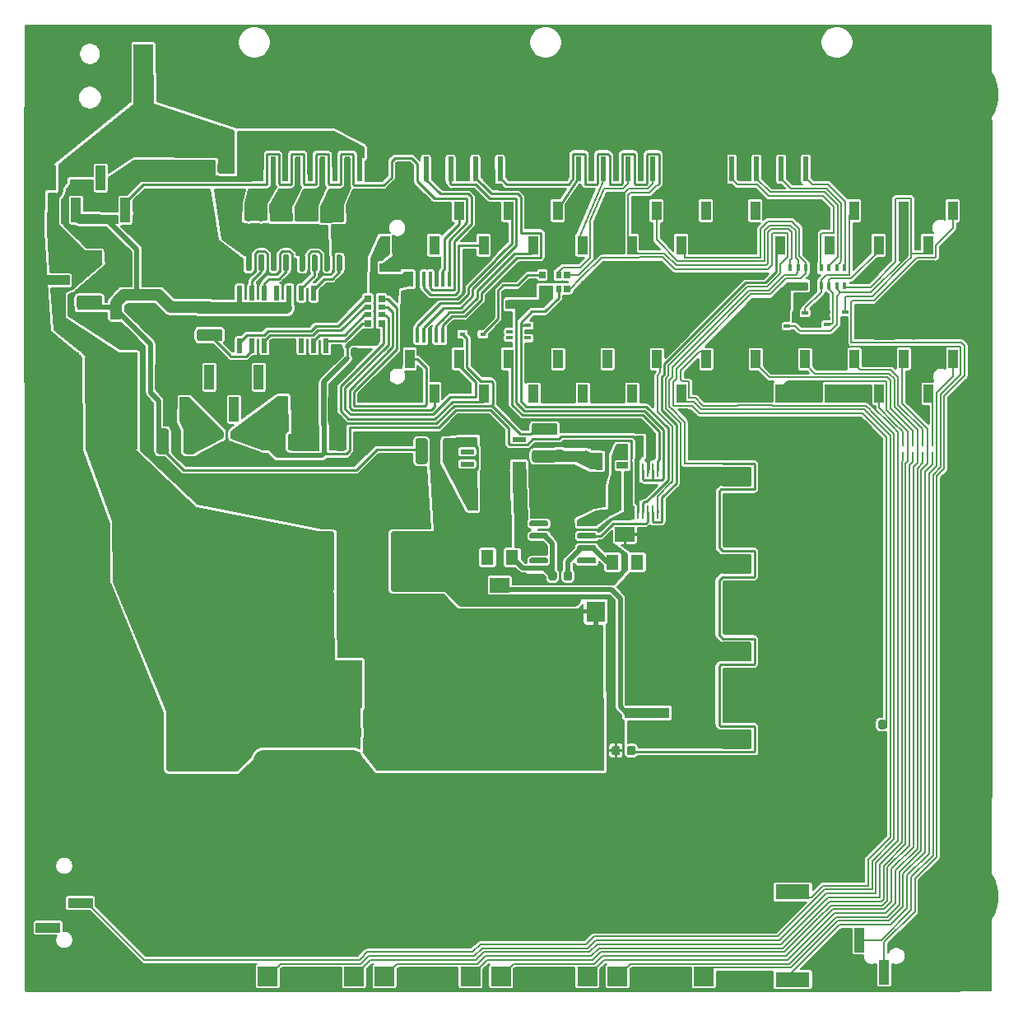
<source format=gtl>
G04 #@! TF.GenerationSoftware,KiCad,Pcbnew,(5.1.6)-1*
G04 #@! TF.CreationDate,2021-05-26T13:37:40-07:00*
G04 #@! TF.ProjectId,Four Channel MHz LED Driver,466f7572-2043-4686-916e-6e656c204d48,rev?*
G04 #@! TF.SameCoordinates,Original*
G04 #@! TF.FileFunction,Copper,L1,Top*
G04 #@! TF.FilePolarity,Positive*
%FSLAX46Y46*%
G04 Gerber Fmt 4.6, Leading zero omitted, Abs format (unit mm)*
G04 Created by KiCad (PCBNEW (5.1.6)-1) date 2021-05-26 13:37:40*
%MOMM*%
%LPD*%
G01*
G04 APERTURE LIST*
G04 #@! TA.AperFunction,SMDPad,CuDef*
%ADD10R,2.170000X0.900000*%
G04 #@! TD*
G04 #@! TA.AperFunction,SMDPad,CuDef*
%ADD11R,0.558800X1.498600*%
G04 #@! TD*
G04 #@! TA.AperFunction,SMDPad,CuDef*
%ADD12R,6.220000X3.180000*%
G04 #@! TD*
G04 #@! TA.AperFunction,SMDPad,CuDef*
%ADD13R,0.560000X2.540000*%
G04 #@! TD*
G04 #@! TA.AperFunction,SMDPad,CuDef*
%ADD14R,0.700000X0.640000*%
G04 #@! TD*
G04 #@! TA.AperFunction,SMDPad,CuDef*
%ADD15R,0.700000X0.500000*%
G04 #@! TD*
G04 #@! TA.AperFunction,SMDPad,CuDef*
%ADD16R,0.640000X0.700000*%
G04 #@! TD*
G04 #@! TA.AperFunction,SMDPad,CuDef*
%ADD17R,0.500000X0.700000*%
G04 #@! TD*
G04 #@! TA.AperFunction,SMDPad,CuDef*
%ADD18R,2.000000X2.000000*%
G04 #@! TD*
G04 #@! TA.AperFunction,ComponentPad*
%ADD19C,4.620000*%
G04 #@! TD*
G04 #@! TA.AperFunction,SMDPad,CuDef*
%ADD20R,0.450000X0.800000*%
G04 #@! TD*
G04 #@! TA.AperFunction,ComponentPad*
%ADD21C,8.000000*%
G04 #@! TD*
G04 #@! TA.AperFunction,SMDPad,CuDef*
%ADD22R,1.000000X2.510000*%
G04 #@! TD*
G04 #@! TA.AperFunction,SMDPad,CuDef*
%ADD23R,1.020000X1.905000*%
G04 #@! TD*
G04 #@! TA.AperFunction,SMDPad,CuDef*
%ADD24R,0.280000X1.470000*%
G04 #@! TD*
G04 #@! TA.AperFunction,SMDPad,CuDef*
%ADD25R,0.900000X2.170000*%
G04 #@! TD*
G04 #@! TA.AperFunction,SMDPad,CuDef*
%ADD26R,2.510000X1.000000*%
G04 #@! TD*
G04 #@! TA.AperFunction,SMDPad,CuDef*
%ADD27R,3.000000X2.000000*%
G04 #@! TD*
G04 #@! TA.AperFunction,SMDPad,CuDef*
%ADD28R,8.200000X8.000000*%
G04 #@! TD*
G04 #@! TA.AperFunction,SMDPad,CuDef*
%ADD29R,0.410000X1.570000*%
G04 #@! TD*
G04 #@! TA.AperFunction,SMDPad,CuDef*
%ADD30R,1.955800X2.159000*%
G04 #@! TD*
G04 #@! TA.AperFunction,SMDPad,CuDef*
%ADD31R,0.600000X0.450000*%
G04 #@! TD*
G04 #@! TA.AperFunction,SMDPad,CuDef*
%ADD32R,2.600000X2.800000*%
G04 #@! TD*
G04 #@! TA.AperFunction,SMDPad,CuDef*
%ADD33R,0.254000X0.685800*%
G04 #@! TD*
G04 #@! TA.AperFunction,SMDPad,CuDef*
%ADD34R,1.270000X1.549400*%
G04 #@! TD*
G04 #@! TA.AperFunction,SMDPad,CuDef*
%ADD35R,2.006600X1.549400*%
G04 #@! TD*
G04 #@! TA.AperFunction,SMDPad,CuDef*
%ADD36R,1.371600X0.482600*%
G04 #@! TD*
G04 #@! TA.AperFunction,SMDPad,CuDef*
%ADD37R,2.413000X3.200400*%
G04 #@! TD*
G04 #@! TA.AperFunction,SMDPad,CuDef*
%ADD38R,1.220000X0.650000*%
G04 #@! TD*
G04 #@! TA.AperFunction,SMDPad,CuDef*
%ADD39R,9.400000X10.800000*%
G04 #@! TD*
G04 #@! TA.AperFunction,SMDPad,CuDef*
%ADD40R,4.600000X1.100000*%
G04 #@! TD*
G04 #@! TA.AperFunction,SMDPad,CuDef*
%ADD41R,0.650000X0.400000*%
G04 #@! TD*
G04 #@! TA.AperFunction,SMDPad,CuDef*
%ADD42R,3.500000X1.500000*%
G04 #@! TD*
G04 #@! TA.AperFunction,SMDPad,CuDef*
%ADD43R,5.000000X10.000000*%
G04 #@! TD*
G04 #@! TA.AperFunction,SMDPad,CuDef*
%ADD44R,10.000000X5.000000*%
G04 #@! TD*
G04 #@! TA.AperFunction,Conductor*
%ADD45C,0.200000*%
G04 #@! TD*
G04 #@! TA.AperFunction,Conductor*
%ADD46C,0.250000*%
G04 #@! TD*
G04 #@! TA.AperFunction,Conductor*
%ADD47C,2.000000*%
G04 #@! TD*
G04 #@! TA.AperFunction,Conductor*
%ADD48C,1.200000*%
G04 #@! TD*
G04 #@! TA.AperFunction,Conductor*
%ADD49C,0.500000*%
G04 #@! TD*
G04 #@! TA.AperFunction,Conductor*
%ADD50C,0.210000*%
G04 #@! TD*
G04 #@! TA.AperFunction,Conductor*
%ADD51C,0.254000*%
G04 #@! TD*
G04 APERTURE END LIST*
D10*
X53150000Y-54570000D03*
X53150000Y-53350000D03*
G04 #@! TA.AperFunction,SMDPad,CuDef*
G36*
G01*
X55215000Y-55575000D02*
X57365000Y-55575000D01*
G75*
G02*
X57615000Y-55825000I0J-250000D01*
G01*
X57615000Y-56575000D01*
G75*
G02*
X57365000Y-56825000I-250000J0D01*
G01*
X55215000Y-56825000D01*
G75*
G02*
X54965000Y-56575000I0J250000D01*
G01*
X54965000Y-55825000D01*
G75*
G02*
X55215000Y-55575000I250000J0D01*
G01*
G37*
G04 #@! TD.AperFunction*
G04 #@! TA.AperFunction,SMDPad,CuDef*
G36*
G01*
X55215000Y-52775000D02*
X57365000Y-52775000D01*
G75*
G02*
X57615000Y-53025000I0J-250000D01*
G01*
X57615000Y-53775000D01*
G75*
G02*
X57365000Y-54025000I-250000J0D01*
G01*
X55215000Y-54025000D01*
G75*
G02*
X54965000Y-53775000I0J250000D01*
G01*
X54965000Y-53025000D01*
G75*
G02*
X55215000Y-52775000I250000J0D01*
G01*
G37*
G04 #@! TD.AperFunction*
G04 #@! TA.AperFunction,SMDPad,CuDef*
G36*
G01*
X57345000Y-41165000D02*
X58595000Y-41165000D01*
G75*
G02*
X58845000Y-41415000I0J-250000D01*
G01*
X58845000Y-42165000D01*
G75*
G02*
X58595000Y-42415000I-250000J0D01*
G01*
X57345000Y-42415000D01*
G75*
G02*
X57095000Y-42165000I0J250000D01*
G01*
X57095000Y-41415000D01*
G75*
G02*
X57345000Y-41165000I250000J0D01*
G01*
G37*
G04 #@! TD.AperFunction*
G04 #@! TA.AperFunction,SMDPad,CuDef*
G36*
G01*
X57345000Y-38365000D02*
X58595000Y-38365000D01*
G75*
G02*
X58845000Y-38615000I0J-250000D01*
G01*
X58845000Y-39365000D01*
G75*
G02*
X58595000Y-39615000I-250000J0D01*
G01*
X57345000Y-39615000D01*
G75*
G02*
X57095000Y-39365000I0J250000D01*
G01*
X57095000Y-38615000D01*
G75*
G02*
X57345000Y-38365000I250000J0D01*
G01*
G37*
G04 #@! TD.AperFunction*
G04 #@! TA.AperFunction,SMDPad,CuDef*
G36*
G01*
X65960000Y-44495000D02*
X65660000Y-44495000D01*
G75*
G02*
X65510000Y-44345000I0J150000D01*
G01*
X65510000Y-42895000D01*
G75*
G02*
X65660000Y-42745000I150000J0D01*
G01*
X65960000Y-42745000D01*
G75*
G02*
X66110000Y-42895000I0J-150000D01*
G01*
X66110000Y-44345000D01*
G75*
G02*
X65960000Y-44495000I-150000J0D01*
G01*
G37*
G04 #@! TD.AperFunction*
G04 #@! TA.AperFunction,SMDPad,CuDef*
G36*
G01*
X67230000Y-44495000D02*
X66930000Y-44495000D01*
G75*
G02*
X66780000Y-44345000I0J150000D01*
G01*
X66780000Y-42895000D01*
G75*
G02*
X66930000Y-42745000I150000J0D01*
G01*
X67230000Y-42745000D01*
G75*
G02*
X67380000Y-42895000I0J-150000D01*
G01*
X67380000Y-44345000D01*
G75*
G02*
X67230000Y-44495000I-150000J0D01*
G01*
G37*
G04 #@! TD.AperFunction*
G04 #@! TA.AperFunction,SMDPad,CuDef*
G36*
G01*
X68500000Y-44495000D02*
X68200000Y-44495000D01*
G75*
G02*
X68050000Y-44345000I0J150000D01*
G01*
X68050000Y-42895000D01*
G75*
G02*
X68200000Y-42745000I150000J0D01*
G01*
X68500000Y-42745000D01*
G75*
G02*
X68650000Y-42895000I0J-150000D01*
G01*
X68650000Y-44345000D01*
G75*
G02*
X68500000Y-44495000I-150000J0D01*
G01*
G37*
G04 #@! TD.AperFunction*
G04 #@! TA.AperFunction,SMDPad,CuDef*
G36*
G01*
X69770000Y-44495000D02*
X69470000Y-44495000D01*
G75*
G02*
X69320000Y-44345000I0J150000D01*
G01*
X69320000Y-42895000D01*
G75*
G02*
X69470000Y-42745000I150000J0D01*
G01*
X69770000Y-42745000D01*
G75*
G02*
X69920000Y-42895000I0J-150000D01*
G01*
X69920000Y-44345000D01*
G75*
G02*
X69770000Y-44495000I-150000J0D01*
G01*
G37*
G04 #@! TD.AperFunction*
G04 #@! TA.AperFunction,SMDPad,CuDef*
G36*
G01*
X69770000Y-49645000D02*
X69470000Y-49645000D01*
G75*
G02*
X69320000Y-49495000I0J150000D01*
G01*
X69320000Y-48045000D01*
G75*
G02*
X69470000Y-47895000I150000J0D01*
G01*
X69770000Y-47895000D01*
G75*
G02*
X69920000Y-48045000I0J-150000D01*
G01*
X69920000Y-49495000D01*
G75*
G02*
X69770000Y-49645000I-150000J0D01*
G01*
G37*
G04 #@! TD.AperFunction*
G04 #@! TA.AperFunction,SMDPad,CuDef*
G36*
G01*
X68500000Y-49645000D02*
X68200000Y-49645000D01*
G75*
G02*
X68050000Y-49495000I0J150000D01*
G01*
X68050000Y-48045000D01*
G75*
G02*
X68200000Y-47895000I150000J0D01*
G01*
X68500000Y-47895000D01*
G75*
G02*
X68650000Y-48045000I0J-150000D01*
G01*
X68650000Y-49495000D01*
G75*
G02*
X68500000Y-49645000I-150000J0D01*
G01*
G37*
G04 #@! TD.AperFunction*
G04 #@! TA.AperFunction,SMDPad,CuDef*
G36*
G01*
X67230000Y-49645000D02*
X66930000Y-49645000D01*
G75*
G02*
X66780000Y-49495000I0J150000D01*
G01*
X66780000Y-48045000D01*
G75*
G02*
X66930000Y-47895000I150000J0D01*
G01*
X67230000Y-47895000D01*
G75*
G02*
X67380000Y-48045000I0J-150000D01*
G01*
X67380000Y-49495000D01*
G75*
G02*
X67230000Y-49645000I-150000J0D01*
G01*
G37*
G04 #@! TD.AperFunction*
G04 #@! TA.AperFunction,SMDPad,CuDef*
G36*
G01*
X65960000Y-49645000D02*
X65660000Y-49645000D01*
G75*
G02*
X65510000Y-49495000I0J150000D01*
G01*
X65510000Y-48045000D01*
G75*
G02*
X65660000Y-47895000I150000J0D01*
G01*
X65960000Y-47895000D01*
G75*
G02*
X66110000Y-48045000I0J-150000D01*
G01*
X66110000Y-49495000D01*
G75*
G02*
X65960000Y-49645000I-150000J0D01*
G01*
G37*
G04 #@! TD.AperFunction*
G04 #@! TA.AperFunction,SMDPad,CuDef*
G36*
G01*
X60460000Y-44475850D02*
X60160000Y-44475850D01*
G75*
G02*
X60010000Y-44325850I0J150000D01*
G01*
X60010000Y-42875850D01*
G75*
G02*
X60160000Y-42725850I150000J0D01*
G01*
X60460000Y-42725850D01*
G75*
G02*
X60610000Y-42875850I0J-150000D01*
G01*
X60610000Y-44325850D01*
G75*
G02*
X60460000Y-44475850I-150000J0D01*
G01*
G37*
G04 #@! TD.AperFunction*
G04 #@! TA.AperFunction,SMDPad,CuDef*
G36*
G01*
X61730000Y-44475850D02*
X61430000Y-44475850D01*
G75*
G02*
X61280000Y-44325850I0J150000D01*
G01*
X61280000Y-42875850D01*
G75*
G02*
X61430000Y-42725850I150000J0D01*
G01*
X61730000Y-42725850D01*
G75*
G02*
X61880000Y-42875850I0J-150000D01*
G01*
X61880000Y-44325850D01*
G75*
G02*
X61730000Y-44475850I-150000J0D01*
G01*
G37*
G04 #@! TD.AperFunction*
G04 #@! TA.AperFunction,SMDPad,CuDef*
G36*
G01*
X63000000Y-44475850D02*
X62700000Y-44475850D01*
G75*
G02*
X62550000Y-44325850I0J150000D01*
G01*
X62550000Y-42875850D01*
G75*
G02*
X62700000Y-42725850I150000J0D01*
G01*
X63000000Y-42725850D01*
G75*
G02*
X63150000Y-42875850I0J-150000D01*
G01*
X63150000Y-44325850D01*
G75*
G02*
X63000000Y-44475850I-150000J0D01*
G01*
G37*
G04 #@! TD.AperFunction*
G04 #@! TA.AperFunction,SMDPad,CuDef*
G36*
G01*
X64270000Y-44475850D02*
X63970000Y-44475850D01*
G75*
G02*
X63820000Y-44325850I0J150000D01*
G01*
X63820000Y-42875850D01*
G75*
G02*
X63970000Y-42725850I150000J0D01*
G01*
X64270000Y-42725850D01*
G75*
G02*
X64420000Y-42875850I0J-150000D01*
G01*
X64420000Y-44325850D01*
G75*
G02*
X64270000Y-44475850I-150000J0D01*
G01*
G37*
G04 #@! TD.AperFunction*
G04 #@! TA.AperFunction,SMDPad,CuDef*
G36*
G01*
X64270000Y-49625850D02*
X63970000Y-49625850D01*
G75*
G02*
X63820000Y-49475850I0J150000D01*
G01*
X63820000Y-48025850D01*
G75*
G02*
X63970000Y-47875850I150000J0D01*
G01*
X64270000Y-47875850D01*
G75*
G02*
X64420000Y-48025850I0J-150000D01*
G01*
X64420000Y-49475850D01*
G75*
G02*
X64270000Y-49625850I-150000J0D01*
G01*
G37*
G04 #@! TD.AperFunction*
G04 #@! TA.AperFunction,SMDPad,CuDef*
G36*
G01*
X63000000Y-49625850D02*
X62700000Y-49625850D01*
G75*
G02*
X62550000Y-49475850I0J150000D01*
G01*
X62550000Y-48025850D01*
G75*
G02*
X62700000Y-47875850I150000J0D01*
G01*
X63000000Y-47875850D01*
G75*
G02*
X63150000Y-48025850I0J-150000D01*
G01*
X63150000Y-49475850D01*
G75*
G02*
X63000000Y-49625850I-150000J0D01*
G01*
G37*
G04 #@! TD.AperFunction*
G04 #@! TA.AperFunction,SMDPad,CuDef*
G36*
G01*
X61730000Y-49625850D02*
X61430000Y-49625850D01*
G75*
G02*
X61280000Y-49475850I0J150000D01*
G01*
X61280000Y-48025850D01*
G75*
G02*
X61430000Y-47875850I150000J0D01*
G01*
X61730000Y-47875850D01*
G75*
G02*
X61880000Y-48025850I0J-150000D01*
G01*
X61880000Y-49475850D01*
G75*
G02*
X61730000Y-49625850I-150000J0D01*
G01*
G37*
G04 #@! TD.AperFunction*
G04 #@! TA.AperFunction,SMDPad,CuDef*
G36*
G01*
X60460000Y-49625850D02*
X60160000Y-49625850D01*
G75*
G02*
X60010000Y-49475850I0J150000D01*
G01*
X60010000Y-48025850D01*
G75*
G02*
X60160000Y-47875850I150000J0D01*
G01*
X60460000Y-47875850D01*
G75*
G02*
X60610000Y-48025850I0J-150000D01*
G01*
X60610000Y-49475850D01*
G75*
G02*
X60460000Y-49625850I-150000J0D01*
G01*
G37*
G04 #@! TD.AperFunction*
D11*
X59390000Y-57280200D03*
X60660000Y-57280200D03*
X61930000Y-57280200D03*
X63200000Y-57280200D03*
X64470000Y-57280200D03*
X65740000Y-57280200D03*
X67010000Y-57280200D03*
X68280000Y-57280200D03*
X68280000Y-51870000D03*
X67010000Y-51870000D03*
X65740000Y-51870000D03*
X64470000Y-51870000D03*
X63200000Y-51870000D03*
X61930000Y-51870000D03*
X60660000Y-51870000D03*
X59390000Y-51870000D03*
D12*
X119632500Y-30680000D03*
X62072500Y-30680000D03*
D13*
X118915000Y-39130000D03*
X117645000Y-39130000D03*
X116375000Y-39130000D03*
X115105000Y-39130000D03*
X113835000Y-39130000D03*
X112565000Y-39130000D03*
X111295000Y-39130000D03*
X110025000Y-39130000D03*
X103170000Y-39130000D03*
X101900000Y-39130000D03*
X100630000Y-39130000D03*
X99360000Y-39130000D03*
X98090000Y-39130000D03*
X96820000Y-39130000D03*
X95550000Y-39130000D03*
X94280000Y-39130000D03*
X87425000Y-39130000D03*
X86155000Y-39130000D03*
X84885000Y-39130000D03*
X83615000Y-39130000D03*
X82345000Y-39130000D03*
X81075000Y-39130000D03*
X79805000Y-39130000D03*
X78535000Y-39130000D03*
X71680000Y-39130000D03*
X70410000Y-39130000D03*
X69140000Y-39130000D03*
X67870000Y-39130000D03*
X66600000Y-39130000D03*
X65330000Y-39130000D03*
X64060000Y-39130000D03*
X62790000Y-39130000D03*
D14*
X73970000Y-54980000D03*
D15*
X73970000Y-53310000D03*
X73970000Y-54110000D03*
D14*
X73970000Y-52440000D03*
D15*
X72570000Y-54110000D03*
D14*
X72570000Y-54980000D03*
D15*
X72570000Y-53310000D03*
D14*
X72570000Y-52440000D03*
D16*
X93040000Y-50020000D03*
D17*
X91370000Y-50020000D03*
X92170000Y-50020000D03*
D16*
X90500000Y-50020000D03*
D17*
X92170000Y-51420000D03*
D16*
X93040000Y-51420000D03*
D17*
X91370000Y-51420000D03*
D16*
X90500000Y-51420000D03*
D18*
X38470000Y-27280000D03*
X38470000Y-33480000D03*
X49470000Y-33480000D03*
X49470000Y-27280000D03*
D19*
X54300000Y-27410000D03*
X93030000Y-72150000D03*
D20*
X116010000Y-49285000D03*
X116010000Y-51095000D03*
X116810000Y-49285000D03*
X116810000Y-51095000D03*
X117610000Y-49285000D03*
X117610000Y-51095000D03*
X118410000Y-49285000D03*
X118410000Y-51095000D03*
X119210000Y-49285000D03*
X119210000Y-51095000D03*
X120010000Y-49285000D03*
X120010000Y-51095000D03*
X120810000Y-49285000D03*
X120810000Y-51095000D03*
X121610000Y-49285000D03*
X121610000Y-51095000D03*
G04 #@! TA.AperFunction,SMDPad,CuDef*
G36*
G01*
X74920000Y-82406400D02*
X74920000Y-76553600D01*
G75*
G02*
X75093600Y-76380000I173600J0D01*
G01*
X82046400Y-76380000D01*
G75*
G02*
X82220000Y-76553600I0J-173600D01*
G01*
X82220000Y-82406400D01*
G75*
G02*
X82046400Y-82580000I-173600J0D01*
G01*
X75093600Y-82580000D01*
G75*
G02*
X74920000Y-82406400I0J173600D01*
G01*
G37*
G04 #@! TD.AperFunction*
G04 #@! TA.AperFunction,SMDPad,CuDef*
G36*
G01*
X61820000Y-82406400D02*
X61820000Y-76553600D01*
G75*
G02*
X61993600Y-76380000I173600J0D01*
G01*
X68946400Y-76380000D01*
G75*
G02*
X69120000Y-76553600I0J-173600D01*
G01*
X69120000Y-82406400D01*
G75*
G02*
X68946400Y-82580000I-173600J0D01*
G01*
X61993600Y-82580000D01*
G75*
G02*
X61820000Y-82406400I0J173600D01*
G01*
G37*
G04 #@! TD.AperFunction*
G04 #@! TA.AperFunction,SMDPad,CuDef*
G36*
G01*
X46030000Y-95033600D02*
X46030000Y-100886400D01*
G75*
G02*
X45856400Y-101060000I-173600J0D01*
G01*
X38903600Y-101060000D01*
G75*
G02*
X38730000Y-100886400I0J173600D01*
G01*
X38730000Y-95033600D01*
G75*
G02*
X38903600Y-94860000I173600J0D01*
G01*
X45856400Y-94860000D01*
G75*
G02*
X46030000Y-95033600I0J-173600D01*
G01*
G37*
G04 #@! TD.AperFunction*
G04 #@! TA.AperFunction,SMDPad,CuDef*
G36*
G01*
X59130000Y-95033600D02*
X59130000Y-100886400D01*
G75*
G02*
X58956400Y-101060000I-173600J0D01*
G01*
X52003600Y-101060000D01*
G75*
G02*
X51830000Y-100886400I0J173600D01*
G01*
X51830000Y-95033600D01*
G75*
G02*
X52003600Y-94860000I173600J0D01*
G01*
X58956400Y-94860000D01*
G75*
G02*
X59130000Y-95033600I0J-173600D01*
G01*
G37*
G04 #@! TD.AperFunction*
G04 #@! TA.AperFunction,SMDPad,CuDef*
G36*
G01*
X46030000Y-75523600D02*
X46030000Y-81376400D01*
G75*
G02*
X45856400Y-81550000I-173600J0D01*
G01*
X38903600Y-81550000D01*
G75*
G02*
X38730000Y-81376400I0J173600D01*
G01*
X38730000Y-75523600D01*
G75*
G02*
X38903600Y-75350000I173600J0D01*
G01*
X45856400Y-75350000D01*
G75*
G02*
X46030000Y-75523600I0J-173600D01*
G01*
G37*
G04 #@! TD.AperFunction*
G04 #@! TA.AperFunction,SMDPad,CuDef*
G36*
G01*
X59130000Y-75523600D02*
X59130000Y-81376400D01*
G75*
G02*
X58956400Y-81550000I-173600J0D01*
G01*
X52003600Y-81550000D01*
G75*
G02*
X51830000Y-81376400I0J173600D01*
G01*
X51830000Y-75523600D01*
G75*
G02*
X52003600Y-75350000I173600J0D01*
G01*
X58956400Y-75350000D01*
G75*
G02*
X59130000Y-75523600I0J-173600D01*
G01*
G37*
G04 #@! TD.AperFunction*
D21*
X133450000Y-31470000D03*
X133450000Y-113970000D03*
X50950000Y-113970000D03*
D22*
X66410000Y-60520000D03*
X61330000Y-60520000D03*
X56250000Y-60520000D03*
X51170000Y-60520000D03*
X68950000Y-63830000D03*
X63870000Y-63830000D03*
X58790000Y-63830000D03*
X53710000Y-63830000D03*
G04 #@! TA.AperFunction,SMDPad,CuDef*
G36*
G01*
X91105000Y-79230000D02*
X91105000Y-79530000D01*
G75*
G02*
X90955000Y-79680000I-150000J0D01*
G01*
X89305000Y-79680000D01*
G75*
G02*
X89155000Y-79530000I0J150000D01*
G01*
X89155000Y-79230000D01*
G75*
G02*
X89305000Y-79080000I150000J0D01*
G01*
X90955000Y-79080000D01*
G75*
G02*
X91105000Y-79230000I0J-150000D01*
G01*
G37*
G04 #@! TD.AperFunction*
G04 #@! TA.AperFunction,SMDPad,CuDef*
G36*
G01*
X91105000Y-77960000D02*
X91105000Y-78260000D01*
G75*
G02*
X90955000Y-78410000I-150000J0D01*
G01*
X89305000Y-78410000D01*
G75*
G02*
X89155000Y-78260000I0J150000D01*
G01*
X89155000Y-77960000D01*
G75*
G02*
X89305000Y-77810000I150000J0D01*
G01*
X90955000Y-77810000D01*
G75*
G02*
X91105000Y-77960000I0J-150000D01*
G01*
G37*
G04 #@! TD.AperFunction*
G04 #@! TA.AperFunction,SMDPad,CuDef*
G36*
G01*
X91105000Y-76690000D02*
X91105000Y-76990000D01*
G75*
G02*
X90955000Y-77140000I-150000J0D01*
G01*
X89305000Y-77140000D01*
G75*
G02*
X89155000Y-76990000I0J150000D01*
G01*
X89155000Y-76690000D01*
G75*
G02*
X89305000Y-76540000I150000J0D01*
G01*
X90955000Y-76540000D01*
G75*
G02*
X91105000Y-76690000I0J-150000D01*
G01*
G37*
G04 #@! TD.AperFunction*
G04 #@! TA.AperFunction,SMDPad,CuDef*
G36*
G01*
X91105000Y-75420000D02*
X91105000Y-75720000D01*
G75*
G02*
X90955000Y-75870000I-150000J0D01*
G01*
X89305000Y-75870000D01*
G75*
G02*
X89155000Y-75720000I0J150000D01*
G01*
X89155000Y-75420000D01*
G75*
G02*
X89305000Y-75270000I150000J0D01*
G01*
X90955000Y-75270000D01*
G75*
G02*
X91105000Y-75420000I0J-150000D01*
G01*
G37*
G04 #@! TD.AperFunction*
G04 #@! TA.AperFunction,SMDPad,CuDef*
G36*
G01*
X96055000Y-75420000D02*
X96055000Y-75720000D01*
G75*
G02*
X95905000Y-75870000I-150000J0D01*
G01*
X94255000Y-75870000D01*
G75*
G02*
X94105000Y-75720000I0J150000D01*
G01*
X94105000Y-75420000D01*
G75*
G02*
X94255000Y-75270000I150000J0D01*
G01*
X95905000Y-75270000D01*
G75*
G02*
X96055000Y-75420000I0J-150000D01*
G01*
G37*
G04 #@! TD.AperFunction*
G04 #@! TA.AperFunction,SMDPad,CuDef*
G36*
G01*
X96055000Y-76690000D02*
X96055000Y-76990000D01*
G75*
G02*
X95905000Y-77140000I-150000J0D01*
G01*
X94255000Y-77140000D01*
G75*
G02*
X94105000Y-76990000I0J150000D01*
G01*
X94105000Y-76690000D01*
G75*
G02*
X94255000Y-76540000I150000J0D01*
G01*
X95905000Y-76540000D01*
G75*
G02*
X96055000Y-76690000I0J-150000D01*
G01*
G37*
G04 #@! TD.AperFunction*
G04 #@! TA.AperFunction,SMDPad,CuDef*
G36*
G01*
X96055000Y-77960000D02*
X96055000Y-78260000D01*
G75*
G02*
X95905000Y-78410000I-150000J0D01*
G01*
X94255000Y-78410000D01*
G75*
G02*
X94105000Y-78260000I0J150000D01*
G01*
X94105000Y-77960000D01*
G75*
G02*
X94255000Y-77810000I150000J0D01*
G01*
X95905000Y-77810000D01*
G75*
G02*
X96055000Y-77960000I0J-150000D01*
G01*
G37*
G04 #@! TD.AperFunction*
G04 #@! TA.AperFunction,SMDPad,CuDef*
G36*
G01*
X96055000Y-79230000D02*
X96055000Y-79530000D01*
G75*
G02*
X95905000Y-79680000I-150000J0D01*
G01*
X94255000Y-79680000D01*
G75*
G02*
X94105000Y-79530000I0J150000D01*
G01*
X94105000Y-79230000D01*
G75*
G02*
X94255000Y-79080000I150000J0D01*
G01*
X95905000Y-79080000D01*
G75*
G02*
X96055000Y-79230000I0J-150000D01*
G01*
G37*
G04 #@! TD.AperFunction*
D23*
X132730000Y-58630000D03*
X130190000Y-62186000D03*
X127650000Y-58630000D03*
X125110000Y-62186000D03*
X122570000Y-58630000D03*
X120030000Y-62186000D03*
X117490000Y-58630000D03*
X114950000Y-62186000D03*
X112410000Y-58630000D03*
X109870000Y-62186000D03*
X107330000Y-58630000D03*
X104790000Y-62186000D03*
X102250000Y-58630000D03*
X99710000Y-62186000D03*
X97170000Y-58630000D03*
X94630000Y-62186000D03*
X92090000Y-58630000D03*
X89550000Y-62186000D03*
X87010000Y-58630000D03*
X84470000Y-62186000D03*
X81930000Y-58630000D03*
X79390000Y-62186000D03*
X76850000Y-58630000D03*
X74310000Y-62186000D03*
X84470000Y-46946000D03*
X102250000Y-43390000D03*
X112410000Y-43390000D03*
X117490000Y-43390000D03*
X127650000Y-43390000D03*
X130190000Y-46946000D03*
X97170000Y-43390000D03*
X79390000Y-46946000D03*
X87010000Y-43390000D03*
X92090000Y-43390000D03*
X94630000Y-46946000D03*
X107330000Y-43390000D03*
X120030000Y-46946000D03*
X109870000Y-46946000D03*
X122570000Y-43390000D03*
X74310000Y-46946000D03*
X89550000Y-46946000D03*
X76850000Y-43390000D03*
X81930000Y-43390000D03*
X99710000Y-46946000D03*
X114950000Y-46946000D03*
X125110000Y-46946000D03*
X132730000Y-43390000D03*
X104790000Y-46946000D03*
D24*
X102360000Y-70070000D03*
X101860000Y-70070000D03*
X101360000Y-70070000D03*
X100860000Y-70070000D03*
X100360000Y-70070000D03*
X100360000Y-74370000D03*
X100860000Y-74370000D03*
X101360000Y-74370000D03*
X101860000Y-74370000D03*
X102360000Y-74370000D03*
D25*
X101740000Y-67640000D03*
X100520000Y-67640000D03*
D26*
X43920000Y-53080000D03*
X43920000Y-48000000D03*
X40610000Y-50540000D03*
D27*
X110510000Y-102810000D03*
X110510000Y-97730000D03*
D28*
X118910000Y-100270000D03*
D27*
X110510000Y-93810000D03*
X110510000Y-88730000D03*
D28*
X118910000Y-91270000D03*
D27*
X110510000Y-84800000D03*
X110510000Y-79720000D03*
D28*
X118910000Y-82260000D03*
D27*
X110520000Y-75810000D03*
X110520000Y-70730000D03*
D28*
X118920000Y-73270000D03*
D29*
X77030000Y-56200000D03*
X77680000Y-56200000D03*
X78330000Y-56200000D03*
X78980000Y-56200000D03*
X79630000Y-56200000D03*
X80280000Y-56200000D03*
X80930000Y-56200000D03*
X80930000Y-50460000D03*
X80280000Y-50460000D03*
X79630000Y-50460000D03*
X78980000Y-50460000D03*
X78330000Y-50460000D03*
X77680000Y-50460000D03*
X77030000Y-50460000D03*
G04 #@! TA.AperFunction,SMDPad,CuDef*
G36*
G01*
X62475000Y-97685000D02*
X61225000Y-97685000D01*
G75*
G02*
X60975000Y-97435000I0J250000D01*
G01*
X60975000Y-96685000D01*
G75*
G02*
X61225000Y-96435000I250000J0D01*
G01*
X62475000Y-96435000D01*
G75*
G02*
X62725000Y-96685000I0J-250000D01*
G01*
X62725000Y-97435000D01*
G75*
G02*
X62475000Y-97685000I-250000J0D01*
G01*
G37*
G04 #@! TD.AperFunction*
G04 #@! TA.AperFunction,SMDPad,CuDef*
G36*
G01*
X62475000Y-100485000D02*
X61225000Y-100485000D01*
G75*
G02*
X60975000Y-100235000I0J250000D01*
G01*
X60975000Y-99485000D01*
G75*
G02*
X61225000Y-99235000I250000J0D01*
G01*
X62475000Y-99235000D01*
G75*
G02*
X62725000Y-99485000I0J-250000D01*
G01*
X62725000Y-100235000D01*
G75*
G02*
X62475000Y-100485000I-250000J0D01*
G01*
G37*
G04 #@! TD.AperFunction*
G04 #@! TA.AperFunction,SMDPad,CuDef*
G36*
G01*
X47275000Y-53125000D02*
X47275000Y-54375000D01*
G75*
G02*
X47025000Y-54625000I-250000J0D01*
G01*
X46275000Y-54625000D01*
G75*
G02*
X46025000Y-54375000I0J250000D01*
G01*
X46025000Y-53125000D01*
G75*
G02*
X46275000Y-52875000I250000J0D01*
G01*
X47025000Y-52875000D01*
G75*
G02*
X47275000Y-53125000I0J-250000D01*
G01*
G37*
G04 #@! TD.AperFunction*
G04 #@! TA.AperFunction,SMDPad,CuDef*
G36*
G01*
X50075000Y-53125000D02*
X50075000Y-54375000D01*
G75*
G02*
X49825000Y-54625000I-250000J0D01*
G01*
X49075000Y-54625000D01*
G75*
G02*
X48825000Y-54375000I0J250000D01*
G01*
X48825000Y-53125000D01*
G75*
G02*
X49075000Y-52875000I250000J0D01*
G01*
X49825000Y-52875000D01*
G75*
G02*
X50075000Y-53125000I0J-250000D01*
G01*
G37*
G04 #@! TD.AperFunction*
G04 #@! TA.AperFunction,SMDPad,CuDef*
G36*
G01*
X62775000Y-66565000D02*
X62775000Y-67815000D01*
G75*
G02*
X62525000Y-68065000I-250000J0D01*
G01*
X61775000Y-68065000D01*
G75*
G02*
X61525000Y-67815000I0J250000D01*
G01*
X61525000Y-66565000D01*
G75*
G02*
X61775000Y-66315000I250000J0D01*
G01*
X62525000Y-66315000D01*
G75*
G02*
X62775000Y-66565000I0J-250000D01*
G01*
G37*
G04 #@! TD.AperFunction*
G04 #@! TA.AperFunction,SMDPad,CuDef*
G36*
G01*
X65575000Y-66565000D02*
X65575000Y-67815000D01*
G75*
G02*
X65325000Y-68065000I-250000J0D01*
G01*
X64575000Y-68065000D01*
G75*
G02*
X64325000Y-67815000I0J250000D01*
G01*
X64325000Y-66565000D01*
G75*
G02*
X64575000Y-66315000I250000J0D01*
G01*
X65325000Y-66315000D01*
G75*
G02*
X65575000Y-66565000I0J-250000D01*
G01*
G37*
G04 #@! TD.AperFunction*
D10*
X93810000Y-68630000D03*
X93810000Y-67410000D03*
D25*
X83400000Y-73080000D03*
X84620000Y-73080000D03*
D10*
X87800000Y-53060000D03*
X87800000Y-51840000D03*
G04 #@! TA.AperFunction,SMDPad,CuDef*
G36*
G01*
X70102500Y-57713750D02*
X70102500Y-58226250D01*
G75*
G02*
X69883750Y-58445000I-218750J0D01*
G01*
X69446250Y-58445000D01*
G75*
G02*
X69227500Y-58226250I0J218750D01*
G01*
X69227500Y-57713750D01*
G75*
G02*
X69446250Y-57495000I218750J0D01*
G01*
X69883750Y-57495000D01*
G75*
G02*
X70102500Y-57713750I0J-218750D01*
G01*
G37*
G04 #@! TD.AperFunction*
G04 #@! TA.AperFunction,SMDPad,CuDef*
G36*
G01*
X71677500Y-57713750D02*
X71677500Y-58226250D01*
G75*
G02*
X71458750Y-58445000I-218750J0D01*
G01*
X71021250Y-58445000D01*
G75*
G02*
X70802500Y-58226250I0J218750D01*
G01*
X70802500Y-57713750D01*
G75*
G02*
X71021250Y-57495000I218750J0D01*
G01*
X71458750Y-57495000D01*
G75*
G02*
X71677500Y-57713750I0J-218750D01*
G01*
G37*
G04 #@! TD.AperFunction*
G04 #@! TA.AperFunction,SMDPad,CuDef*
G36*
G01*
X57717500Y-66183750D02*
X57717500Y-66696250D01*
G75*
G02*
X57498750Y-66915000I-218750J0D01*
G01*
X57061250Y-66915000D01*
G75*
G02*
X56842500Y-66696250I0J218750D01*
G01*
X56842500Y-66183750D01*
G75*
G02*
X57061250Y-65965000I218750J0D01*
G01*
X57498750Y-65965000D01*
G75*
G02*
X57717500Y-66183750I0J-218750D01*
G01*
G37*
G04 #@! TD.AperFunction*
G04 #@! TA.AperFunction,SMDPad,CuDef*
G36*
G01*
X59292500Y-66183750D02*
X59292500Y-66696250D01*
G75*
G02*
X59073750Y-66915000I-218750J0D01*
G01*
X58636250Y-66915000D01*
G75*
G02*
X58417500Y-66696250I0J218750D01*
G01*
X58417500Y-66183750D01*
G75*
G02*
X58636250Y-65965000I218750J0D01*
G01*
X59073750Y-65965000D01*
G75*
G02*
X59292500Y-66183750I0J-218750D01*
G01*
G37*
G04 #@! TD.AperFunction*
D30*
X99960000Y-84610000D03*
X96023000Y-84610000D03*
D31*
X82290000Y-56090000D03*
X84390000Y-56090000D03*
G04 #@! TA.AperFunction,SMDPad,CuDef*
G36*
G01*
X75815000Y-39825000D02*
X75815000Y-38575000D01*
G75*
G02*
X76065000Y-38325000I250000J0D01*
G01*
X76815000Y-38325000D01*
G75*
G02*
X77065000Y-38575000I0J-250000D01*
G01*
X77065000Y-39825000D01*
G75*
G02*
X76815000Y-40075000I-250000J0D01*
G01*
X76065000Y-40075000D01*
G75*
G02*
X75815000Y-39825000I0J250000D01*
G01*
G37*
G04 #@! TD.AperFunction*
G04 #@! TA.AperFunction,SMDPad,CuDef*
G36*
G01*
X73015000Y-39825000D02*
X73015000Y-38575000D01*
G75*
G02*
X73265000Y-38325000I250000J0D01*
G01*
X74015000Y-38325000D01*
G75*
G02*
X74265000Y-38575000I0J-250000D01*
G01*
X74265000Y-39825000D01*
G75*
G02*
X74015000Y-40075000I-250000J0D01*
G01*
X73265000Y-40075000D01*
G75*
G02*
X73015000Y-39825000I0J250000D01*
G01*
G37*
G04 #@! TD.AperFunction*
D32*
X122650000Y-107580000D03*
X133350000Y-107580000D03*
G04 #@! TA.AperFunction,SMDPad,CuDef*
G36*
G01*
X45005001Y-48965000D02*
X42854999Y-48965000D01*
G75*
G02*
X42605000Y-48715001I0J249999D01*
G01*
X42605000Y-47864999D01*
G75*
G02*
X42854999Y-47615000I249999J0D01*
G01*
X45005001Y-47615000D01*
G75*
G02*
X45255000Y-47864999I0J-249999D01*
G01*
X45255000Y-48715001D01*
G75*
G02*
X45005001Y-48965000I-249999J0D01*
G01*
G37*
G04 #@! TD.AperFunction*
G04 #@! TA.AperFunction,SMDPad,CuDef*
G36*
G01*
X45005001Y-53465000D02*
X42854999Y-53465000D01*
G75*
G02*
X42605000Y-53215001I0J249999D01*
G01*
X42605000Y-52364999D01*
G75*
G02*
X42854999Y-52115000I249999J0D01*
G01*
X45005001Y-52115000D01*
G75*
G02*
X45255000Y-52364999I0J-249999D01*
G01*
X45255000Y-53215001D01*
G75*
G02*
X45005001Y-53465000I-249999J0D01*
G01*
G37*
G04 #@! TD.AperFunction*
G04 #@! TA.AperFunction,SMDPad,CuDef*
G36*
G01*
X89675000Y-68025000D02*
X91825000Y-68025000D01*
G75*
G02*
X92075000Y-68275000I0J-250000D01*
G01*
X92075000Y-69025000D01*
G75*
G02*
X91825000Y-69275000I-250000J0D01*
G01*
X89675000Y-69275000D01*
G75*
G02*
X89425000Y-69025000I0J250000D01*
G01*
X89425000Y-68275000D01*
G75*
G02*
X89675000Y-68025000I250000J0D01*
G01*
G37*
G04 #@! TD.AperFunction*
G04 #@! TA.AperFunction,SMDPad,CuDef*
G36*
G01*
X89675000Y-65225000D02*
X91825000Y-65225000D01*
G75*
G02*
X92075000Y-65475000I0J-250000D01*
G01*
X92075000Y-66225000D01*
G75*
G02*
X91825000Y-66475000I-250000J0D01*
G01*
X89675000Y-66475000D01*
G75*
G02*
X89425000Y-66225000I0J250000D01*
G01*
X89425000Y-65475000D01*
G75*
G02*
X89675000Y-65225000I250000J0D01*
G01*
G37*
G04 #@! TD.AperFunction*
G04 #@! TA.AperFunction,SMDPad,CuDef*
G36*
G01*
X80255000Y-69205000D02*
X80255000Y-67055000D01*
G75*
G02*
X80505000Y-66805000I250000J0D01*
G01*
X81255000Y-66805000D01*
G75*
G02*
X81505000Y-67055000I0J-250000D01*
G01*
X81505000Y-69205000D01*
G75*
G02*
X81255000Y-69455000I-250000J0D01*
G01*
X80505000Y-69455000D01*
G75*
G02*
X80255000Y-69205000I0J250000D01*
G01*
G37*
G04 #@! TD.AperFunction*
G04 #@! TA.AperFunction,SMDPad,CuDef*
G36*
G01*
X77455000Y-69205000D02*
X77455000Y-67055000D01*
G75*
G02*
X77705000Y-66805000I250000J0D01*
G01*
X78455000Y-66805000D01*
G75*
G02*
X78705000Y-67055000I0J-250000D01*
G01*
X78705000Y-69205000D01*
G75*
G02*
X78455000Y-69455000I-250000J0D01*
G01*
X77705000Y-69455000D01*
G75*
G02*
X77455000Y-69205000I0J250000D01*
G01*
G37*
G04 #@! TD.AperFunction*
D33*
X130620003Y-67289600D03*
X130120001Y-67289600D03*
X129620002Y-67289600D03*
X129120001Y-67289600D03*
X128620001Y-67289600D03*
X128120003Y-67289600D03*
X127620001Y-67289600D03*
X127120002Y-67289600D03*
X127119999Y-68580000D03*
X127620001Y-68580000D03*
X128120000Y-68580000D03*
X128620001Y-68580000D03*
X129120001Y-68580000D03*
X129619999Y-68580000D03*
X130120001Y-68580000D03*
X130620000Y-68580000D03*
D34*
X87410000Y-79034400D03*
D35*
X86140000Y-81930000D03*
D34*
X84870000Y-79034400D03*
D22*
X128220000Y-118385000D03*
X123140000Y-118385000D03*
X125680000Y-121695000D03*
D26*
X42980000Y-119660000D03*
X42980000Y-114580000D03*
X42980000Y-109500000D03*
X39670000Y-117120000D03*
X39670000Y-112040000D03*
D18*
X86270000Y-122140000D03*
X95130000Y-122140000D03*
X90700000Y-102250000D03*
X86270000Y-102250000D03*
X95130000Y-102250000D03*
D36*
X88117000Y-70715000D03*
X88117000Y-69445000D03*
X88117000Y-68175000D03*
X88117000Y-66905000D03*
X82783000Y-66905000D03*
X82783000Y-68175000D03*
X82783000Y-69445000D03*
X82783000Y-70715000D03*
D37*
X85450000Y-68810000D03*
D38*
X98750000Y-67710000D03*
X98750000Y-69610000D03*
X96130000Y-69610000D03*
X96130000Y-68660000D03*
X96130000Y-67710000D03*
D39*
X92135000Y-92495000D03*
D40*
X101285000Y-89955000D03*
X101285000Y-95035000D03*
G04 #@! TA.AperFunction,SMDPad,CuDef*
G36*
G01*
X124350000Y-95983750D02*
X124350000Y-96496250D01*
G75*
G02*
X124131250Y-96715000I-218750J0D01*
G01*
X123693750Y-96715000D01*
G75*
G02*
X123475000Y-96496250I0J218750D01*
G01*
X123475000Y-95983750D01*
G75*
G02*
X123693750Y-95765000I218750J0D01*
G01*
X124131250Y-95765000D01*
G75*
G02*
X124350000Y-95983750I0J-218750D01*
G01*
G37*
G04 #@! TD.AperFunction*
G04 #@! TA.AperFunction,SMDPad,CuDef*
G36*
G01*
X125925000Y-95983750D02*
X125925000Y-96496250D01*
G75*
G02*
X125706250Y-96715000I-218750J0D01*
G01*
X125268750Y-96715000D01*
G75*
G02*
X125050000Y-96496250I0J218750D01*
G01*
X125050000Y-95983750D01*
G75*
G02*
X125268750Y-95765000I218750J0D01*
G01*
X125706250Y-95765000D01*
G75*
G02*
X125925000Y-95983750I0J-218750D01*
G01*
G37*
G04 #@! TD.AperFunction*
D18*
X98260000Y-122140000D03*
X107120000Y-122140000D03*
X102690000Y-102250000D03*
X98260000Y-102250000D03*
X107120000Y-102250000D03*
D32*
X112630000Y-55220000D03*
X101930000Y-55220000D03*
D41*
X115640000Y-55230000D03*
X115640000Y-53930000D03*
X117540000Y-54580000D03*
X115640000Y-54580000D03*
X117540000Y-53930000D03*
X117540000Y-55230000D03*
X89030000Y-55180000D03*
X89030000Y-56480000D03*
X87130000Y-55830000D03*
X89030000Y-55830000D03*
X87130000Y-56480000D03*
X87130000Y-55180000D03*
D42*
X116270000Y-113460000D03*
X116270000Y-122460000D03*
G04 #@! TA.AperFunction,SMDPad,CuDef*
G36*
G01*
X71635000Y-97685000D02*
X70385000Y-97685000D01*
G75*
G02*
X70135000Y-97435000I0J250000D01*
G01*
X70135000Y-96685000D01*
G75*
G02*
X70385000Y-96435000I250000J0D01*
G01*
X71635000Y-96435000D01*
G75*
G02*
X71885000Y-96685000I0J-250000D01*
G01*
X71885000Y-97435000D01*
G75*
G02*
X71635000Y-97685000I-250000J0D01*
G01*
G37*
G04 #@! TD.AperFunction*
G04 #@! TA.AperFunction,SMDPad,CuDef*
G36*
G01*
X71635000Y-100485000D02*
X70385000Y-100485000D01*
G75*
G02*
X70135000Y-100235000I0J250000D01*
G01*
X70135000Y-99485000D01*
G75*
G02*
X70385000Y-99235000I250000J0D01*
G01*
X71635000Y-99235000D01*
G75*
G02*
X71885000Y-99485000I0J-250000D01*
G01*
X71885000Y-100235000D01*
G75*
G02*
X71635000Y-100485000I-250000J0D01*
G01*
G37*
G04 #@! TD.AperFunction*
D43*
X75470000Y-94610000D03*
D44*
X66970000Y-92110000D03*
D22*
X45080000Y-40030000D03*
X40000000Y-40030000D03*
X47620000Y-43340000D03*
X42540000Y-43340000D03*
D43*
X46390000Y-62990000D03*
X40390000Y-62990000D03*
D18*
X74270000Y-122140000D03*
X83130000Y-122140000D03*
X78700000Y-102250000D03*
X74270000Y-102250000D03*
X83130000Y-102250000D03*
X62270000Y-122140000D03*
X71130000Y-122140000D03*
X66700000Y-102250000D03*
X62270000Y-102250000D03*
X71130000Y-102250000D03*
G04 #@! TA.AperFunction,SMDPad,CuDef*
G36*
G01*
X98512500Y-98663750D02*
X98512500Y-99176250D01*
G75*
G02*
X98293750Y-99395000I-218750J0D01*
G01*
X97856250Y-99395000D01*
G75*
G02*
X97637500Y-99176250I0J218750D01*
G01*
X97637500Y-98663750D01*
G75*
G02*
X97856250Y-98445000I218750J0D01*
G01*
X98293750Y-98445000D01*
G75*
G02*
X98512500Y-98663750I0J-218750D01*
G01*
G37*
G04 #@! TD.AperFunction*
G04 #@! TA.AperFunction,SMDPad,CuDef*
G36*
G01*
X100087500Y-98663750D02*
X100087500Y-99176250D01*
G75*
G02*
X99868750Y-99395000I-218750J0D01*
G01*
X99431250Y-99395000D01*
G75*
G02*
X99212500Y-99176250I0J218750D01*
G01*
X99212500Y-98663750D01*
G75*
G02*
X99431250Y-98445000I218750J0D01*
G01*
X99868750Y-98445000D01*
G75*
G02*
X100087500Y-98663750I0J-218750D01*
G01*
G37*
G04 #@! TD.AperFunction*
D34*
X97740000Y-79545600D03*
D35*
X99010000Y-76650000D03*
D34*
X100280000Y-79545600D03*
G04 #@! TA.AperFunction,SMDPad,CuDef*
G36*
G01*
X53615000Y-68185000D02*
X53615000Y-66035000D01*
G75*
G02*
X53865000Y-65785000I250000J0D01*
G01*
X54615000Y-65785000D01*
G75*
G02*
X54865000Y-66035000I0J-250000D01*
G01*
X54865000Y-68185000D01*
G75*
G02*
X54615000Y-68435000I-250000J0D01*
G01*
X53865000Y-68435000D01*
G75*
G02*
X53615000Y-68185000I0J250000D01*
G01*
G37*
G04 #@! TD.AperFunction*
G04 #@! TA.AperFunction,SMDPad,CuDef*
G36*
G01*
X50815000Y-68185000D02*
X50815000Y-66035000D01*
G75*
G02*
X51065000Y-65785000I250000J0D01*
G01*
X51815000Y-65785000D01*
G75*
G02*
X52065000Y-66035000I0J-250000D01*
G01*
X52065000Y-68185000D01*
G75*
G02*
X51815000Y-68435000I-250000J0D01*
G01*
X51065000Y-68435000D01*
G75*
G02*
X50815000Y-68185000I0J250000D01*
G01*
G37*
G04 #@! TD.AperFunction*
D41*
X121670000Y-53830000D03*
X121670000Y-55130000D03*
X119770000Y-54480000D03*
X121670000Y-54480000D03*
X119770000Y-55130000D03*
X119770000Y-53830000D03*
D10*
X74890000Y-50460000D03*
X74890000Y-49240000D03*
G04 #@! TA.AperFunction,SMDPad,CuDef*
G36*
G01*
X92702500Y-81196250D02*
X92702500Y-80683750D01*
G75*
G02*
X92921250Y-80465000I218750J0D01*
G01*
X93358750Y-80465000D01*
G75*
G02*
X93577500Y-80683750I0J-218750D01*
G01*
X93577500Y-81196250D01*
G75*
G02*
X93358750Y-81415000I-218750J0D01*
G01*
X92921250Y-81415000D01*
G75*
G02*
X92702500Y-81196250I0J218750D01*
G01*
G37*
G04 #@! TD.AperFunction*
G04 #@! TA.AperFunction,SMDPad,CuDef*
G36*
G01*
X91127500Y-81196250D02*
X91127500Y-80683750D01*
G75*
G02*
X91346250Y-80465000I218750J0D01*
G01*
X91783750Y-80465000D01*
G75*
G02*
X92002500Y-80683750I0J-218750D01*
G01*
X92002500Y-81196250D01*
G75*
G02*
X91783750Y-81415000I-218750J0D01*
G01*
X91346250Y-81415000D01*
G75*
G02*
X91127500Y-81196250I0J218750D01*
G01*
G37*
G04 #@! TD.AperFunction*
D25*
X96590000Y-72820000D03*
X97810000Y-72820000D03*
X88070000Y-76540000D03*
X86850000Y-76540000D03*
G04 #@! TA.AperFunction,SMDPad,CuDef*
G36*
G01*
X67555000Y-66595000D02*
X67555000Y-67845000D01*
G75*
G02*
X67305000Y-68095000I-250000J0D01*
G01*
X66555000Y-68095000D01*
G75*
G02*
X66305000Y-67845000I0J250000D01*
G01*
X66305000Y-66595000D01*
G75*
G02*
X66555000Y-66345000I250000J0D01*
G01*
X67305000Y-66345000D01*
G75*
G02*
X67555000Y-66595000I0J-250000D01*
G01*
G37*
G04 #@! TD.AperFunction*
G04 #@! TA.AperFunction,SMDPad,CuDef*
G36*
G01*
X70355000Y-66595000D02*
X70355000Y-67845000D01*
G75*
G02*
X70105000Y-68095000I-250000J0D01*
G01*
X69355000Y-68095000D01*
G75*
G02*
X69105000Y-67845000I0J250000D01*
G01*
X69105000Y-66595000D01*
G75*
G02*
X69355000Y-66345000I250000J0D01*
G01*
X70105000Y-66345000D01*
G75*
G02*
X70355000Y-66595000I0J-250000D01*
G01*
G37*
G04 #@! TD.AperFunction*
G04 #@! TA.AperFunction,SMDPad,CuDef*
G36*
G01*
X69345000Y-97685000D02*
X68095000Y-97685000D01*
G75*
G02*
X67845000Y-97435000I0J250000D01*
G01*
X67845000Y-96685000D01*
G75*
G02*
X68095000Y-96435000I250000J0D01*
G01*
X69345000Y-96435000D01*
G75*
G02*
X69595000Y-96685000I0J-250000D01*
G01*
X69595000Y-97435000D01*
G75*
G02*
X69345000Y-97685000I-250000J0D01*
G01*
G37*
G04 #@! TD.AperFunction*
G04 #@! TA.AperFunction,SMDPad,CuDef*
G36*
G01*
X69345000Y-100485000D02*
X68095000Y-100485000D01*
G75*
G02*
X67845000Y-100235000I0J250000D01*
G01*
X67845000Y-99485000D01*
G75*
G02*
X68095000Y-99235000I250000J0D01*
G01*
X69345000Y-99235000D01*
G75*
G02*
X69595000Y-99485000I0J-250000D01*
G01*
X69595000Y-100235000D01*
G75*
G02*
X69345000Y-100485000I-250000J0D01*
G01*
G37*
G04 #@! TD.AperFunction*
G04 #@! TA.AperFunction,SMDPad,CuDef*
G36*
G01*
X67055000Y-97685000D02*
X65805000Y-97685000D01*
G75*
G02*
X65555000Y-97435000I0J250000D01*
G01*
X65555000Y-96685000D01*
G75*
G02*
X65805000Y-96435000I250000J0D01*
G01*
X67055000Y-96435000D01*
G75*
G02*
X67305000Y-96685000I0J-250000D01*
G01*
X67305000Y-97435000D01*
G75*
G02*
X67055000Y-97685000I-250000J0D01*
G01*
G37*
G04 #@! TD.AperFunction*
G04 #@! TA.AperFunction,SMDPad,CuDef*
G36*
G01*
X67055000Y-100485000D02*
X65805000Y-100485000D01*
G75*
G02*
X65555000Y-100235000I0J250000D01*
G01*
X65555000Y-99485000D01*
G75*
G02*
X65805000Y-99235000I250000J0D01*
G01*
X67055000Y-99235000D01*
G75*
G02*
X67305000Y-99485000I0J-250000D01*
G01*
X67305000Y-100235000D01*
G75*
G02*
X67055000Y-100485000I-250000J0D01*
G01*
G37*
G04 #@! TD.AperFunction*
G04 #@! TA.AperFunction,SMDPad,CuDef*
G36*
G01*
X64765000Y-97685000D02*
X63515000Y-97685000D01*
G75*
G02*
X63265000Y-97435000I0J250000D01*
G01*
X63265000Y-96685000D01*
G75*
G02*
X63515000Y-96435000I250000J0D01*
G01*
X64765000Y-96435000D01*
G75*
G02*
X65015000Y-96685000I0J-250000D01*
G01*
X65015000Y-97435000D01*
G75*
G02*
X64765000Y-97685000I-250000J0D01*
G01*
G37*
G04 #@! TD.AperFunction*
G04 #@! TA.AperFunction,SMDPad,CuDef*
G36*
G01*
X64765000Y-100485000D02*
X63515000Y-100485000D01*
G75*
G02*
X63265000Y-100235000I0J250000D01*
G01*
X63265000Y-99485000D01*
G75*
G02*
X63515000Y-99235000I250000J0D01*
G01*
X64765000Y-99235000D01*
G75*
G02*
X65015000Y-99485000I0J-250000D01*
G01*
X65015000Y-100235000D01*
G75*
G02*
X64765000Y-100485000I-250000J0D01*
G01*
G37*
G04 #@! TD.AperFunction*
D45*
X116930030Y-112799970D02*
X116270000Y-113460000D01*
X124029880Y-110101733D02*
X124029880Y-112799970D01*
X126290001Y-107841614D02*
X124029880Y-110101733D01*
X106085689Y-63039990D02*
X106884209Y-63838510D01*
X104790000Y-62186000D02*
X104860000Y-62256000D01*
X123628611Y-63838511D02*
X126290001Y-66499901D01*
X114034310Y-63838511D02*
X123628611Y-63838511D01*
X106884209Y-63838510D02*
X110785690Y-63838511D01*
X104860000Y-63039990D02*
X106085689Y-63039990D01*
X104860000Y-62256000D02*
X104860000Y-63039990D01*
X126290001Y-66499901D02*
X126290001Y-107841614D01*
X110785690Y-63838511D02*
X110804191Y-63820010D01*
X110804191Y-63820010D02*
X114015809Y-63820010D01*
X114015809Y-63820010D02*
X114034310Y-63838511D01*
X119415832Y-112799975D02*
X118159992Y-114055815D01*
X124000028Y-112799972D02*
X119415832Y-112799975D01*
X124029880Y-112799970D02*
X124000030Y-112799970D01*
X124000030Y-112799970D02*
X124000028Y-112799972D01*
X116865815Y-114055815D02*
X116270000Y-113460000D01*
X118159992Y-114055815D02*
X116865815Y-114055815D01*
D46*
X40000000Y-40540000D02*
X38350000Y-42190000D01*
X40000000Y-40030000D02*
X40000000Y-40540000D01*
X38350000Y-33000000D02*
X38350000Y-42190000D01*
X38350000Y-42190000D02*
X38350000Y-48280000D01*
X61484999Y-30094999D02*
X62070000Y-30680000D01*
X66900000Y-67190000D02*
X66930000Y-67220000D01*
X64950000Y-67190000D02*
X66900000Y-67190000D01*
X51170000Y-60520000D02*
X52560000Y-60520000D01*
X66930000Y-61040000D02*
X66410000Y-60520000D01*
X66930000Y-67220000D02*
X66930000Y-61040000D01*
X42540000Y-60840000D02*
X40390000Y-62990000D01*
X85467000Y-68575000D02*
X85905000Y-68575000D01*
X85905000Y-68575000D02*
X86540000Y-67940000D01*
X40390000Y-76660000D02*
X42180000Y-78450000D01*
X40390000Y-62990000D02*
X40390000Y-76660000D01*
X42180000Y-97780000D02*
X42310000Y-97910000D01*
X42180000Y-78450000D02*
X42180000Y-97780000D01*
X78810000Y-78480000D02*
X83120000Y-78480000D01*
X84600000Y-102240000D02*
X84600000Y-101800000D01*
X91630000Y-102270000D02*
X91630000Y-101615000D01*
X62070000Y-30680000D02*
X71640000Y-30680000D01*
X71640000Y-30680000D02*
X77790000Y-36830000D01*
X119630000Y-36810000D02*
X119630000Y-30680000D01*
X119610000Y-36830000D02*
X119630000Y-36810000D01*
X79802500Y-37077500D02*
X80050000Y-36830000D01*
X79802500Y-39130000D02*
X79802500Y-37077500D01*
X77790000Y-36830000D02*
X80050000Y-36830000D01*
X82342500Y-37097500D02*
X82610000Y-36830000D01*
X82342500Y-39130000D02*
X82342500Y-37097500D01*
X80050000Y-36830000D02*
X82610000Y-36830000D01*
X84882500Y-37127500D02*
X85180000Y-36830000D01*
X84882500Y-39130000D02*
X84882500Y-37127500D01*
X82610000Y-36830000D02*
X85180000Y-36830000D01*
X87422500Y-36862500D02*
X87390000Y-36830000D01*
X87422500Y-39130000D02*
X87422500Y-36862500D01*
X85180000Y-36830000D02*
X87390000Y-36830000D01*
X95547500Y-37012500D02*
X95730000Y-36830000D01*
X95547500Y-39130000D02*
X95547500Y-37012500D01*
X87390000Y-36830000D02*
X95730000Y-36830000D01*
X98087500Y-36932500D02*
X98190000Y-36830000D01*
X95730000Y-36830000D02*
X98190000Y-36830000D01*
X98087500Y-39130000D02*
X98087500Y-36932500D01*
X100627500Y-37022500D02*
X100820000Y-36830000D01*
X100627500Y-39130000D02*
X100627500Y-37022500D01*
X98190000Y-36830000D02*
X100820000Y-36830000D01*
X103167500Y-39130000D02*
X103167500Y-37117500D01*
X100820000Y-36830000D02*
X102880000Y-36830000D01*
X103167500Y-37117500D02*
X102880000Y-36830000D01*
X102880000Y-36830000D02*
X106910000Y-36830000D01*
X111292500Y-39130000D02*
X111292500Y-37117500D01*
X111292500Y-37117500D02*
X111230000Y-37055000D01*
X111230000Y-37055000D02*
X111230000Y-36830000D01*
X113832500Y-37002500D02*
X113660000Y-36830000D01*
X111230000Y-36830000D02*
X113660000Y-36830000D01*
X113832500Y-39130000D02*
X113832500Y-37002500D01*
X116372500Y-39130000D02*
X116372500Y-37002500D01*
X113660000Y-36830000D02*
X116200000Y-36830000D01*
X116372500Y-37002500D02*
X116200000Y-36830000D01*
X118912500Y-37082500D02*
X118660000Y-36830000D01*
X118912500Y-39130000D02*
X118912500Y-37082500D01*
X116200000Y-36830000D02*
X118660000Y-36830000D01*
X118660000Y-36830000D02*
X119610000Y-36830000D01*
X37350010Y-102869990D02*
X42310000Y-97910000D01*
X42950001Y-109445001D02*
X37465001Y-109445001D01*
X37465001Y-109445001D02*
X37350010Y-109330010D01*
X37350010Y-109330010D02*
X37350010Y-102869990D01*
X58660000Y-105970000D02*
X50370000Y-105970000D01*
X42310000Y-97910000D02*
X42310000Y-96960000D01*
X81820000Y-81490000D02*
X78810000Y-78480000D01*
X38350000Y-33000000D02*
X39760000Y-33000000D01*
X39760000Y-33000000D02*
X40760000Y-34000000D01*
X118970000Y-91300000D02*
X118960000Y-91290000D01*
X118970000Y-99780000D02*
X118970000Y-91300000D01*
X118960000Y-91290000D02*
X118960000Y-82790000D01*
X118960000Y-82790000D02*
X118960000Y-74310000D01*
X118960000Y-74310000D02*
X118960000Y-73040000D01*
X118960000Y-74310000D02*
X118960000Y-72760000D01*
X118960000Y-72760000D02*
X120230000Y-71490000D01*
X118960000Y-74310000D02*
X118960000Y-71040000D01*
X118960000Y-71040000D02*
X119417510Y-70582490D01*
X52560000Y-60520000D02*
X52560000Y-60440000D01*
X52560000Y-60440000D02*
X54430000Y-58570000D01*
X64460000Y-58570000D02*
X66410000Y-60520000D01*
X82772210Y-78480000D02*
X78810000Y-78480000D01*
X96700002Y-67710000D02*
X97065001Y-68074999D01*
X96130000Y-67710000D02*
X96700002Y-67710000D01*
X78980000Y-57125002D02*
X78980000Y-56200000D01*
X77214999Y-57310001D02*
X78795001Y-57310001D01*
X78795001Y-57310001D02*
X78980000Y-57125002D01*
X77030000Y-57125002D02*
X77214999Y-57310001D01*
X77030000Y-56200000D02*
X77030000Y-57125002D01*
X78980000Y-57125002D02*
X79099999Y-57125002D01*
X76850000Y-43390000D02*
X76850000Y-46453502D01*
X77610000Y-50390000D02*
X77680000Y-50460000D01*
X77610000Y-49464998D02*
X77610000Y-50390000D01*
X79327501Y-49232499D02*
X79630000Y-49534998D01*
X77377501Y-49232499D02*
X79327501Y-49232499D01*
X79630000Y-49534998D02*
X79630000Y-50460000D01*
X77377501Y-49232499D02*
X77610000Y-49464998D01*
X77175002Y-49030000D02*
X77377501Y-49232499D01*
X77175002Y-46778504D02*
X76850000Y-46453502D01*
X77175002Y-49030000D02*
X77175002Y-46778504D01*
X78810000Y-78480000D02*
X80630000Y-78480000D01*
X77030000Y-57235000D02*
X76950000Y-57315000D01*
X77030000Y-56200000D02*
X77030000Y-57235000D01*
X76117498Y-57315000D02*
X76014999Y-57417499D01*
X76950000Y-57315000D02*
X76117498Y-57315000D01*
X76014999Y-57417499D02*
X76014999Y-59225001D01*
X75138399Y-59487999D02*
X74659999Y-59966399D01*
X76014999Y-59225001D02*
X75752001Y-59487999D01*
X75752001Y-59487999D02*
X75138399Y-59487999D01*
X74659999Y-61836001D02*
X74310000Y-62186000D01*
X74659999Y-59966399D02*
X74659999Y-61836001D01*
X120345000Y-101155000D02*
X118970000Y-99780000D01*
X121157490Y-101967490D02*
X118970000Y-99780000D01*
X107490000Y-105550000D02*
X107490000Y-102290000D01*
X110570000Y-102320000D02*
X110160000Y-101910000D01*
X108260000Y-106320000D02*
X107490000Y-105550000D01*
X115220000Y-106320000D02*
X108260000Y-106320000D01*
X91630000Y-102270000D02*
X91650000Y-102270000D01*
D47*
X116420000Y-76850000D02*
X118960000Y-74310000D01*
X116420000Y-85330000D02*
X118960000Y-82790000D01*
X110560000Y-85330000D02*
X116420000Y-85330000D01*
X116420000Y-93830000D02*
X118960000Y-91290000D01*
X110560000Y-93830000D02*
X116420000Y-93830000D01*
X116430000Y-102320000D02*
X118970000Y-99780000D01*
X110570000Y-102320000D02*
X116430000Y-102320000D01*
D46*
X77030000Y-52903590D02*
X77030000Y-56200000D01*
X77680000Y-52253590D02*
X77030000Y-52903590D01*
X77680000Y-50460000D02*
X77680000Y-52253590D01*
X80270000Y-77020000D02*
X78810000Y-78480000D01*
X78810000Y-78480000D02*
X79510000Y-78480000D01*
X79510000Y-78480000D02*
X81410000Y-76580000D01*
X95550000Y-71190000D02*
X94649998Y-71190000D01*
D47*
X60340000Y-105700000D02*
X55250000Y-105700000D01*
X50950000Y-110000000D02*
X50950000Y-110519999D01*
X55250000Y-105700000D02*
X50950000Y-110000000D01*
X68650000Y-102240000D02*
X73080000Y-102240000D01*
X80170000Y-102240000D02*
X84600000Y-102240000D01*
X91630000Y-102270000D02*
X96060000Y-102270000D01*
X103060000Y-102290000D02*
X107490000Y-102290000D01*
D46*
X37350010Y-123599990D02*
X37350010Y-109330010D01*
X130874999Y-112733999D02*
X132213999Y-111394999D01*
X136025001Y-115206001D02*
X134686001Y-116545001D01*
X130874999Y-116480001D02*
X130874999Y-112733999D01*
X128970000Y-118385000D02*
X130874999Y-116480001D01*
X132213999Y-111394999D02*
X134686001Y-111394999D01*
X128220000Y-118385000D02*
X128970000Y-118385000D01*
X133470010Y-123599990D02*
X37350010Y-123599990D01*
X134686001Y-111394999D02*
X136025001Y-112733999D01*
X136025001Y-112733999D02*
X136025001Y-115206001D01*
X134686001Y-116545001D02*
X133450000Y-116545001D01*
X133450000Y-116545001D02*
X133450000Y-123579980D01*
X133450000Y-123579980D02*
X133470010Y-123599990D01*
D47*
X45300000Y-105700000D02*
X55250000Y-105700000D01*
X42310000Y-102710000D02*
X45300000Y-105700000D01*
X42310000Y-97910000D02*
X42310000Y-102710000D01*
X110540000Y-102290000D02*
X110570000Y-102320000D01*
X107490000Y-102290000D02*
X110540000Y-102290000D01*
X129999999Y-29813999D02*
X131793999Y-28019999D01*
X129999999Y-33126001D02*
X129999999Y-29813999D01*
X131793999Y-34920001D02*
X129999999Y-33126001D01*
X135774990Y-34251012D02*
X135106001Y-34920001D01*
X135774990Y-103630000D02*
X135774990Y-34251012D01*
X131793999Y-28019999D02*
X133450000Y-28019999D01*
X135440000Y-103630000D02*
X135774990Y-103630000D01*
X135420000Y-103610000D02*
X135440000Y-103630000D01*
X135106001Y-34920001D02*
X131793999Y-34920001D01*
X135390000Y-103610000D02*
X135420000Y-103610000D01*
X129999999Y-31470000D02*
X129999999Y-29813999D01*
X119670000Y-31030000D02*
X128783998Y-31030000D01*
X129223998Y-31470000D02*
X129999999Y-31470000D01*
X128783998Y-31030000D02*
X129223998Y-31470000D01*
D45*
X85467000Y-68575000D02*
X85467000Y-68887000D01*
X85467000Y-68887000D02*
X86410000Y-69830000D01*
D48*
X61780000Y-99860000D02*
X68740000Y-99860000D01*
X68740000Y-102150000D02*
X68650000Y-102240000D01*
X68740000Y-99860000D02*
X68740000Y-102150000D01*
X133350000Y-105650000D02*
X135390000Y-103610000D01*
X133350000Y-107580000D02*
X133350000Y-105650000D01*
D46*
X67290000Y-59640000D02*
X66410000Y-60520000D01*
X68035000Y-59640000D02*
X67290000Y-59640000D01*
D47*
X38225010Y-60825010D02*
X40390000Y-62990000D01*
X38350000Y-33000000D02*
X38230000Y-33000000D01*
X38230000Y-33000000D02*
X38225010Y-33004990D01*
D46*
X100069980Y-102290000D02*
X98630000Y-102290000D01*
X100619990Y-101739990D02*
X100069980Y-102290000D01*
D45*
X85467000Y-68575000D02*
X85467000Y-66774800D01*
D46*
X86085000Y-68175000D02*
X85450000Y-68810000D01*
X88117000Y-68175000D02*
X86085000Y-68175000D01*
X80310000Y-77940000D02*
X78770000Y-79480000D01*
X85450000Y-71880000D02*
X85450000Y-68810000D01*
X77155002Y-49010000D02*
X77175002Y-49030000D01*
X74870000Y-49010000D02*
X77155002Y-49010000D01*
D47*
X100556155Y-102320000D02*
X116430000Y-102320000D01*
X63750000Y-102710000D02*
X64220000Y-102240000D01*
X71000000Y-99850000D02*
X71010000Y-99840000D01*
X71010000Y-101640000D02*
X71610000Y-102240000D01*
X71010000Y-99840000D02*
X71010000Y-101640000D01*
X64220000Y-102240000D02*
X71610000Y-102240000D01*
X71610000Y-102240000D02*
X99013825Y-102240000D01*
X122650000Y-103460000D02*
X118970000Y-99780000D01*
X122650000Y-107580000D02*
X122650000Y-103460000D01*
X133350000Y-110519999D02*
X133450000Y-110519999D01*
X133350000Y-107580000D02*
X133350000Y-110519999D01*
D49*
X122220000Y-96530000D02*
X118970000Y-99780000D01*
D47*
X98630000Y-102290000D02*
X103060000Y-102290000D01*
D49*
X86930000Y-70290000D02*
X85450000Y-68810000D01*
D46*
X90370000Y-71190000D02*
X90580000Y-71190000D01*
X85450000Y-68810000D02*
X85450000Y-69290000D01*
X85450000Y-69290000D02*
X86240000Y-70080000D01*
X97065001Y-67874997D02*
X97879999Y-67059999D01*
D49*
X95550000Y-71190000D02*
X94250000Y-71190000D01*
D46*
X97065001Y-68074999D02*
X97065001Y-67874997D01*
X97879999Y-67059999D02*
X99620001Y-67059999D01*
X94050000Y-71390000D02*
X94250000Y-71190000D01*
D49*
X94250000Y-71190000D02*
X90580000Y-71190000D01*
D46*
X94050000Y-73160000D02*
X94050000Y-71390000D01*
D49*
X86930000Y-76580000D02*
X86930000Y-70290000D01*
D46*
X81610001Y-55519999D02*
X80930000Y-56200000D01*
X82650001Y-55519999D02*
X81610001Y-55519999D01*
X91530000Y-49990000D02*
X91530000Y-50135002D01*
X88874999Y-50765001D02*
X87800000Y-51840000D01*
X85426402Y-60458490D02*
X85850010Y-60882098D01*
X106910000Y-36830000D02*
X109450000Y-36830000D01*
X109450000Y-36830000D02*
X111230000Y-36830000D01*
X109417499Y-36862501D02*
X109450000Y-36830000D01*
X109417499Y-40660001D02*
X109417499Y-36862501D01*
X109482499Y-40725001D02*
X109417499Y-40660001D01*
X109490000Y-40725001D02*
X109482499Y-40725001D01*
X109490000Y-40732502D02*
X109490000Y-40725001D01*
X109870000Y-41112502D02*
X109490000Y-40732502D01*
D45*
X117540000Y-54580000D02*
X119670000Y-54580000D01*
X119770000Y-54480000D02*
X119770000Y-53830000D01*
X117015000Y-54580000D02*
X117540000Y-54580000D01*
X116914999Y-54479999D02*
X117015000Y-54580000D01*
X118390001Y-52014997D02*
X116914999Y-53489999D01*
X116914999Y-53489999D02*
X116914999Y-54479999D01*
X118390001Y-51247900D02*
X118390001Y-52014997D01*
X118390001Y-49292100D02*
X118390001Y-51247900D01*
X117360041Y-47938645D02*
X118410001Y-48988605D01*
X118410001Y-48988605D02*
X118410001Y-49222100D01*
X117360041Y-45090743D02*
X117360041Y-47938645D01*
X117360000Y-44780000D02*
X117360000Y-45090702D01*
X117360000Y-45090702D02*
X117360041Y-45090743D01*
X117490000Y-44650000D02*
X117360000Y-44780000D01*
X117490000Y-43390000D02*
X117490000Y-44650000D01*
X117540000Y-54580000D02*
X117540000Y-55230000D01*
D46*
X85426402Y-60458490D02*
X85426402Y-58266402D01*
X85426402Y-58266402D02*
X84391099Y-57231099D01*
X83215011Y-57231099D02*
X84391099Y-57231099D01*
D45*
X116845401Y-43390000D02*
X117490000Y-43390000D01*
D46*
X109870000Y-46946000D02*
X109870000Y-41890000D01*
D45*
X102121054Y-41660000D02*
X102050342Y-41660000D01*
X103167500Y-39130000D02*
X103167500Y-40613554D01*
X103167500Y-40613554D02*
X102121054Y-41660000D01*
X102050342Y-41660000D02*
X100535171Y-43175171D01*
X100535171Y-43175171D02*
X100600000Y-43240000D01*
X100600000Y-43240000D02*
X100600000Y-44140000D01*
D46*
X88150303Y-41209981D02*
X89940000Y-42999678D01*
X84882500Y-39130000D02*
X85412500Y-39130000D01*
X85547499Y-40660001D02*
X86097478Y-41209980D01*
X85412500Y-39130000D02*
X85547499Y-39264999D01*
X85547499Y-39264999D02*
X85547499Y-40660001D01*
X86097478Y-41209980D02*
X88150303Y-41209981D01*
X89940000Y-42999678D02*
X89940000Y-43970000D01*
X89940000Y-43970000D02*
X91530000Y-45560000D01*
X80364980Y-41212480D02*
X83072803Y-41212481D01*
X79802500Y-39130000D02*
X79802500Y-40650000D01*
X79802500Y-40650000D02*
X80364980Y-41212480D01*
X83670010Y-41809688D02*
X83670010Y-45249990D01*
X83072803Y-41212481D02*
X83670010Y-41809688D01*
D49*
X40610000Y-50540000D02*
X40610000Y-50350000D01*
D47*
X62270000Y-103770000D02*
X60340000Y-105700000D01*
X62270000Y-102250000D02*
X62270000Y-103770000D01*
X61810000Y-99850000D02*
X62600000Y-99850000D01*
X62270000Y-100180000D02*
X62600000Y-99850000D01*
X62270000Y-102250000D02*
X62270000Y-100180000D01*
X62600000Y-99850000D02*
X71000000Y-99850000D01*
X62270000Y-102250000D02*
X66700000Y-102250000D01*
D45*
X116746056Y-73270000D02*
X115950000Y-72473944D01*
X118920000Y-73270000D02*
X116746056Y-73270000D01*
X115863944Y-72473944D02*
X115070000Y-71680000D01*
X115950000Y-72473944D02*
X115863944Y-72473944D01*
X115070000Y-71593944D02*
X115770000Y-70893944D01*
X115070000Y-71680000D02*
X115070000Y-71593944D01*
X115770000Y-70893944D02*
X115770000Y-68350000D01*
X115770000Y-68350000D02*
X114000000Y-66580000D01*
X117490000Y-43390000D02*
X114560000Y-43390000D01*
X114560000Y-43390000D02*
X112910000Y-41740000D01*
D46*
X109870000Y-41890000D02*
X109870000Y-41740000D01*
D45*
X112910000Y-41740000D02*
X109870000Y-41740000D01*
D46*
X109870000Y-41740000D02*
X109870000Y-41112502D01*
X83215011Y-55905009D02*
X83215011Y-57231099D01*
X82830001Y-55519999D02*
X83215011Y-55905009D01*
X82650001Y-55519999D02*
X82830001Y-55519999D01*
X69665000Y-58010000D02*
X68035000Y-59640000D01*
X69665000Y-57970000D02*
X69665000Y-58010000D01*
X98125000Y-102115000D02*
X98260000Y-102250000D01*
X99249990Y-101260010D02*
X98260000Y-102250000D01*
X76319980Y-77029980D02*
X78770000Y-79480000D01*
X96070002Y-71190000D02*
X95550000Y-71190000D01*
X97065001Y-70195001D02*
X96070002Y-71190000D01*
X97065001Y-68074999D02*
X97065001Y-70195001D01*
D49*
X97850000Y-94919963D02*
X97832089Y-94902052D01*
X98125000Y-96785000D02*
X97850000Y-96510000D01*
X97850000Y-96510000D02*
X97850000Y-94919963D01*
D46*
X101740000Y-67640000D02*
X101740000Y-66770000D01*
X101360000Y-70040000D02*
X101394999Y-70005001D01*
X101360000Y-70070000D02*
X101360000Y-70040000D01*
X101394999Y-70005001D02*
X101394999Y-67985001D01*
X101394999Y-67985001D02*
X101740000Y-67640000D01*
X101740000Y-66739998D02*
X101740000Y-67640000D01*
D49*
X97832089Y-83551687D02*
X97460402Y-83180000D01*
X97834989Y-86342354D02*
X97832089Y-86339454D01*
X97834989Y-94904952D02*
X97834989Y-86342354D01*
X97450901Y-83180000D02*
X97450901Y-83170499D01*
X97450901Y-83170499D02*
X97360901Y-83080499D01*
X97832089Y-86339454D02*
X97832089Y-83551687D01*
X82444701Y-83154701D02*
X78770000Y-79480000D01*
X97460402Y-83180000D02*
X97450901Y-83180000D01*
X97360901Y-83080499D02*
X87577503Y-83080499D01*
X87577503Y-83080499D02*
X87503301Y-83154701D01*
X97850000Y-94919963D02*
X97834989Y-94904952D01*
X87503301Y-83154701D02*
X82444701Y-83154701D01*
D48*
X78770000Y-79480000D02*
X78770000Y-80030000D01*
X93795299Y-83504701D02*
X93869501Y-83430499D01*
X78770000Y-80030000D02*
X82244701Y-83504701D01*
X82244701Y-83504701D02*
X93795299Y-83504701D01*
D45*
X99620001Y-67059999D02*
X99629999Y-67059999D01*
X99629999Y-67059999D02*
X99660001Y-67090001D01*
X99660001Y-67090001D02*
X99660001Y-71269999D01*
X85450000Y-68810000D02*
X88949102Y-68810000D01*
X89210000Y-70030000D02*
X90370000Y-71190000D01*
D46*
X100350000Y-102113845D02*
X100556155Y-102320000D01*
D49*
X52410000Y-63940038D02*
X52410000Y-64610000D01*
D46*
X52410000Y-63296814D02*
X52410000Y-63940038D01*
X51170000Y-60520000D02*
X51170000Y-62056814D01*
X51170000Y-62056814D02*
X52410000Y-63296814D01*
X52410000Y-68210000D02*
X52410000Y-64610000D01*
X71790000Y-67820000D02*
X70400000Y-69210000D01*
X71790000Y-66580000D02*
X71790000Y-67820000D01*
X72139980Y-66230020D02*
X71790000Y-66580000D01*
X85467000Y-66774800D02*
X84922220Y-66230020D01*
X84922220Y-66230020D02*
X72139980Y-66230020D01*
X70400000Y-69210000D02*
X68080000Y-69210000D01*
X68080000Y-69210000D02*
X68030000Y-69160000D01*
X68030000Y-69160000D02*
X53990000Y-69160000D01*
X53200000Y-69000000D02*
X52410000Y-68210000D01*
X86040000Y-55410000D02*
X86270000Y-55180000D01*
X86270000Y-55180000D02*
X87130000Y-55180000D01*
X86040000Y-56320000D02*
X86040000Y-55410000D01*
X84391099Y-57231099D02*
X85128901Y-57231099D01*
X85128901Y-57231099D02*
X86040000Y-56320000D01*
X50550000Y-54850000D02*
X49450000Y-53750000D01*
X49450000Y-53750000D02*
X49450000Y-53560018D01*
X50879999Y-57005001D02*
X50814999Y-56940001D01*
X50890000Y-57015002D02*
X50890000Y-57005001D01*
X50890000Y-57005001D02*
X50879999Y-57005001D01*
X51170000Y-60520000D02*
X51170000Y-57295002D01*
X51170000Y-57295002D02*
X50890000Y-57015002D01*
X50814999Y-55114999D02*
X50550000Y-54850000D01*
X50814999Y-56940001D02*
X50814999Y-55114999D01*
X38270000Y-50540000D02*
X38225010Y-50495010D01*
X40610000Y-50540000D02*
X38270000Y-50540000D01*
D47*
X38225010Y-33004990D02*
X38225010Y-50495010D01*
X38225010Y-50495010D02*
X38225010Y-60825010D01*
D45*
X84620000Y-73080000D02*
X84620000Y-76090000D01*
X86474999Y-80049101D02*
X88256377Y-81830479D01*
X84620000Y-76090000D02*
X86474999Y-77944999D01*
X86474999Y-77944999D02*
X86474999Y-80049101D01*
X88256377Y-81830479D02*
X97290000Y-81830479D01*
X97290000Y-81830479D02*
X97679521Y-81830479D01*
X97679521Y-81830479D02*
X98850000Y-80660000D01*
X98850000Y-78705898D02*
X98474102Y-78330000D01*
X98850000Y-80660000D02*
X98850000Y-78705898D01*
D46*
X85850010Y-62442740D02*
X88287260Y-64879990D01*
X85850010Y-60882098D02*
X85850010Y-62442740D01*
X88287260Y-64879990D02*
X100637170Y-64879990D01*
X101740000Y-65982820D02*
X101740000Y-67640000D01*
X100637170Y-64879990D02*
X101740000Y-65982820D01*
X99660001Y-74919999D02*
X99479711Y-75100289D01*
X99660001Y-71269999D02*
X99660001Y-74919999D01*
X99479711Y-75100289D02*
X97603300Y-75100290D01*
X96136768Y-76250000D02*
X96101758Y-76214990D01*
X97603300Y-75100290D02*
X96453590Y-76250000D01*
X96453590Y-76250000D02*
X96136768Y-76250000D01*
X96101758Y-76214990D02*
X95080000Y-76214990D01*
D45*
X89124990Y-69054990D02*
X89124990Y-69944990D01*
X89124990Y-69944990D02*
X89210000Y-70030000D01*
X88949102Y-68810000D02*
X88949102Y-68879102D01*
X88949102Y-68879102D02*
X89124990Y-69054990D01*
D46*
X85305001Y-48158501D02*
X85240001Y-48223501D01*
X85305001Y-45733499D02*
X85305001Y-48158501D01*
X84821492Y-45249990D02*
X85230000Y-45658498D01*
X83670010Y-45249990D02*
X84821492Y-45249990D01*
X85230000Y-45658498D02*
X85230000Y-45668499D01*
X85230000Y-45668499D02*
X85240001Y-45668499D01*
X85240001Y-45668499D02*
X85305001Y-45733499D01*
X82440000Y-51070000D02*
X82440000Y-51160000D01*
X85240001Y-48223501D02*
X85240001Y-48269999D01*
X85240001Y-48269999D02*
X82440000Y-51070000D01*
X77896431Y-52470021D02*
X77680000Y-52253590D01*
X81767801Y-52470021D02*
X77896431Y-52470021D01*
X82440000Y-51070000D02*
X82440000Y-51797822D01*
X82440000Y-51797822D02*
X81767801Y-52470021D01*
X86899998Y-51840000D02*
X86389999Y-52349999D01*
X87800000Y-51840000D02*
X86899998Y-51840000D01*
X86389999Y-52349999D02*
X86389999Y-53859999D01*
X87130000Y-54600000D02*
X87130000Y-55180000D01*
X86389999Y-53859999D02*
X87130000Y-54600000D01*
X84323591Y-55519999D02*
X82650001Y-55519999D01*
X85489980Y-51393608D02*
X85489980Y-54353610D01*
X86268599Y-50614989D02*
X85489980Y-51393608D01*
X91454999Y-49214999D02*
X89152181Y-49214999D01*
X91530000Y-49290000D02*
X91454999Y-49214999D01*
X87752191Y-50614989D02*
X86268599Y-50614989D01*
X85489980Y-54353610D02*
X84323591Y-55519999D01*
X89152181Y-49214999D02*
X87752191Y-50614989D01*
X97635001Y-96735001D02*
X98734999Y-96735001D01*
D45*
X98860000Y-101650000D02*
X98260000Y-102250000D01*
X98734999Y-96735001D02*
X98734999Y-97804999D01*
X98734999Y-97804999D02*
X98860000Y-97930000D01*
X98840000Y-98920000D02*
X98860000Y-98940000D01*
X98075000Y-98920000D02*
X98840000Y-98920000D01*
X98860000Y-97930000D02*
X98860000Y-98940000D01*
X98860000Y-98940000D02*
X98860000Y-101650000D01*
X91530000Y-45560000D02*
X91530000Y-48710000D01*
X91370000Y-48870000D02*
X91370000Y-50020000D01*
X91530000Y-48710000D02*
X91370000Y-48870000D01*
X91345001Y-50765001D02*
X91349999Y-50769999D01*
X88874999Y-50765001D02*
X91345001Y-50765001D01*
X91349999Y-50040001D02*
X91370000Y-50020000D01*
X91349999Y-50769999D02*
X91349999Y-50040001D01*
D46*
X76850000Y-43390000D02*
X74570000Y-43390000D01*
X74570000Y-43390000D02*
X71460000Y-46500000D01*
X71460000Y-49540000D02*
X69130200Y-51869800D01*
X54430000Y-58570000D02*
X57170000Y-58570000D01*
X60935010Y-49672608D02*
X60656758Y-49950860D01*
X60935010Y-47849072D02*
X60935010Y-49672608D01*
X61233242Y-47550840D02*
X60935010Y-47849072D01*
X61926758Y-47550840D02*
X61233242Y-47550840D01*
X62205010Y-49652628D02*
X62205010Y-47829092D01*
X62503242Y-49950860D02*
X62205010Y-49652628D01*
X63196758Y-49950860D02*
X62503242Y-49950860D01*
X63475010Y-49672608D02*
X63196758Y-49950860D01*
X68696758Y-49970010D02*
X68003242Y-49970010D01*
X68975010Y-49691758D02*
X68696758Y-49970010D01*
X71460000Y-46500000D02*
X71460000Y-47620000D01*
X69140010Y-47569990D02*
X68975010Y-47734990D01*
X64745010Y-49251778D02*
X64745010Y-47829092D01*
X67705010Y-49671778D02*
X67705010Y-47848242D01*
X68003242Y-49970010D02*
X67705010Y-49671778D01*
X71460000Y-47620000D02*
X70016768Y-47620000D01*
X71460000Y-47620000D02*
X71460000Y-49540000D01*
X69966758Y-47569990D02*
X69140010Y-47569990D01*
X70016768Y-47620000D02*
X69966758Y-47569990D01*
X67705010Y-47848242D02*
X67426758Y-47569990D01*
X68975010Y-47734990D02*
X68975010Y-49691758D01*
X66733242Y-47569990D02*
X66435010Y-47868222D01*
X60656758Y-49950860D02*
X57070860Y-49950860D01*
X67426758Y-47569990D02*
X66733242Y-47569990D01*
X62205010Y-47829092D02*
X61926758Y-47550840D01*
X66435010Y-47868222D02*
X66435010Y-49691758D01*
X66435010Y-49691758D02*
X66156758Y-49970010D01*
X66156758Y-49970010D02*
X65463242Y-49970010D01*
X63773242Y-47550840D02*
X63475010Y-47849072D01*
X64745010Y-47829092D02*
X64466758Y-47550840D01*
X64466758Y-47550840D02*
X63773242Y-47550840D01*
X63475010Y-47849072D02*
X63475010Y-49672608D01*
X57070860Y-49950860D02*
X56620000Y-49500000D01*
X65236616Y-49743384D02*
X64745010Y-49251778D01*
X65463242Y-49970010D02*
X65236616Y-49743384D01*
X68280200Y-51869800D02*
X68280000Y-51870000D01*
X69130200Y-51869800D02*
X68280200Y-51869800D01*
X97635001Y-96735001D02*
X97635001Y-96834999D01*
X97160001Y-101150001D02*
X98260000Y-102250000D01*
D49*
X43920000Y-53080000D02*
X44760000Y-53080000D01*
X44760000Y-53080000D02*
X45010000Y-53330000D01*
D46*
X51040000Y-66980000D02*
X51040000Y-67710000D01*
X51040000Y-66980000D02*
X51040000Y-67690000D01*
X46434311Y-53454311D02*
X47110000Y-54130000D01*
D49*
X46650000Y-53750000D02*
X46650000Y-54170000D01*
X51040000Y-66980000D02*
X51040000Y-62955002D01*
X50219999Y-62135001D02*
X50219999Y-57198167D01*
X51040000Y-62955002D02*
X50219999Y-62135001D01*
X50219999Y-57198167D02*
X50219999Y-57159999D01*
X50219999Y-57159999D02*
X48785044Y-55725044D01*
X48785044Y-55725044D02*
X48785044Y-55715044D01*
X46820000Y-53750000D02*
X46650000Y-53750000D01*
D45*
X48524990Y-55195010D02*
X48395000Y-55325000D01*
D49*
X48395000Y-55325000D02*
X46820000Y-53750000D01*
X48785044Y-55715044D02*
X48395000Y-55325000D01*
X46650000Y-53750000D02*
X46510000Y-53750000D01*
X46090000Y-53330000D02*
X45010000Y-53330000D01*
X46510000Y-53750000D02*
X46090000Y-53330000D01*
D46*
X51440000Y-67110000D02*
X51440000Y-67470000D01*
X78040000Y-68740000D02*
X78040000Y-67970000D01*
X51440000Y-67470000D02*
X51959990Y-67989990D01*
X78040000Y-67970000D02*
X78040000Y-67330000D01*
X78040000Y-67330000D02*
X77770000Y-67060000D01*
X51440000Y-67876410D02*
X51440000Y-67110000D01*
X78040000Y-67430000D02*
X77660000Y-67050000D01*
X78040000Y-67970000D02*
X78040000Y-67430000D01*
X51970000Y-68406410D02*
X51440000Y-67876410D01*
X53640000Y-70090000D02*
X51440000Y-67890000D01*
X78040000Y-67970000D02*
X73460000Y-67970000D01*
X51440000Y-67890000D02*
X51440000Y-67110000D01*
X71340000Y-70090000D02*
X53640000Y-70090000D01*
X73460000Y-67970000D02*
X71340000Y-70090000D01*
D48*
X46650000Y-53750000D02*
X46650000Y-52875000D01*
X46650000Y-52875000D02*
X47450010Y-52074990D01*
X47450010Y-52074990D02*
X48804990Y-52074990D01*
D49*
X48804990Y-52074990D02*
X48804990Y-47394990D01*
X42540000Y-43340000D02*
X42540000Y-44190000D01*
X42540000Y-44190000D02*
X42860000Y-44510000D01*
X45920000Y-44510000D02*
X48804990Y-47394990D01*
X42860000Y-44510000D02*
X45920000Y-44510000D01*
X56240000Y-53350000D02*
X56290000Y-53400000D01*
X53150000Y-53350000D02*
X56240000Y-53350000D01*
D48*
X48804990Y-52074990D02*
X51034990Y-52074990D01*
X56209999Y-53319999D02*
X56290000Y-53400000D01*
X51034990Y-52074990D02*
X52279999Y-53319999D01*
X52279999Y-53319999D02*
X56209999Y-53319999D01*
X56290000Y-53400000D02*
X58000000Y-53400000D01*
X59740599Y-53419301D02*
X64220699Y-53419301D01*
X58000000Y-53400000D02*
X59721298Y-53400000D01*
X59721298Y-53400000D02*
X59740599Y-53419301D01*
D49*
X59390000Y-53068702D02*
X59721298Y-53400000D01*
X59390000Y-51870000D02*
X59390000Y-53068702D01*
X64470000Y-53170000D02*
X64220699Y-53419301D01*
X64470000Y-51870000D02*
X64470000Y-53170000D01*
D46*
X69730000Y-64610000D02*
X68950000Y-63830000D01*
X69730000Y-65330000D02*
X69780000Y-65280000D01*
X69730000Y-65790000D02*
X69730000Y-64610000D01*
X69730000Y-65790000D02*
X69730000Y-65330000D01*
X69730000Y-67220000D02*
X69730000Y-65790000D01*
X70383537Y-65263537D02*
X69730000Y-64610000D01*
X79632785Y-65263537D02*
X70383537Y-65263537D01*
X85400000Y-63303502D02*
X85313502Y-63390000D01*
X85400000Y-62790000D02*
X85400000Y-63303502D01*
X85305001Y-63390000D02*
X85305001Y-63398501D01*
X85305001Y-63398501D02*
X85240001Y-63463501D01*
X85313502Y-63390000D02*
X85305001Y-63390000D01*
X83699999Y-63463501D02*
X83699998Y-63463501D01*
X79632785Y-65263537D02*
X81432823Y-63463501D01*
X81432823Y-63463501D02*
X83699999Y-63463501D01*
X85400000Y-61068498D02*
X85240001Y-60908499D01*
X85400000Y-62790000D02*
X85400000Y-61068498D01*
X82765001Y-56515001D02*
X82340000Y-56090000D01*
X85240001Y-60908499D02*
X84138499Y-60908499D01*
X82340000Y-56090000D02*
X82290000Y-56090000D01*
X82765001Y-59535001D02*
X82765001Y-56515001D01*
X84138499Y-60908499D02*
X82765001Y-59535001D01*
X68950000Y-61656410D02*
X68950000Y-63830000D01*
X71240000Y-57970000D02*
X71240000Y-59366410D01*
X71240000Y-59366410D02*
X68950000Y-61656410D01*
X85240001Y-63463501D02*
X84846499Y-63463501D01*
X84846499Y-63463501D02*
X83699999Y-63463501D01*
X85313502Y-63390000D02*
X85313502Y-63393502D01*
X89847398Y-65850000D02*
X90750000Y-65850000D01*
X89358699Y-66338699D02*
X89847398Y-65850000D01*
X88255109Y-66338699D02*
X89358699Y-66338699D01*
X85240001Y-63463501D02*
X85379912Y-63463502D01*
X85379912Y-63463502D02*
X88255109Y-66338699D01*
X61400000Y-66440000D02*
X62150000Y-67190000D01*
X58855000Y-66440000D02*
X61400000Y-66440000D01*
X62150000Y-65550000D02*
X63870000Y-63830000D01*
X62150000Y-67190000D02*
X62150000Y-65550000D01*
X73914000Y-47342000D02*
X74310000Y-46946000D01*
X74310000Y-46946000D02*
X74310000Y-47740000D01*
X76710000Y-50140000D02*
X77030000Y-50460000D01*
X64366820Y-68420010D02*
X63870000Y-67923190D01*
X63870000Y-67923190D02*
X63870000Y-63830000D01*
X62150000Y-67190000D02*
X62150000Y-67540000D01*
X81619222Y-63913510D02*
X79819185Y-65713547D01*
X70680000Y-68083190D02*
X70343180Y-68420010D01*
X79819185Y-65713547D02*
X70680000Y-65713547D01*
X70680000Y-65713547D02*
X70680000Y-68083190D01*
X73280000Y-55344998D02*
X73280000Y-55520000D01*
X73300000Y-47956000D02*
X74310000Y-46946000D01*
X73280000Y-55520000D02*
X73280000Y-47976000D01*
X73280000Y-47976000D02*
X73300000Y-47956000D01*
X68124999Y-68414999D02*
X68130010Y-68420010D01*
X70343180Y-68420010D02*
X68130010Y-68420010D01*
X100360000Y-72030000D02*
X100360000Y-74370000D01*
D49*
X100284992Y-73251822D02*
X100284992Y-73500000D01*
X100269999Y-68974999D02*
X100269999Y-73159999D01*
X100520000Y-67640000D02*
X100520000Y-68724998D01*
D45*
X100360000Y-72030000D02*
X101610000Y-72030000D01*
D46*
X100360000Y-74370000D02*
X100360000Y-73280000D01*
D49*
X100520000Y-68724998D02*
X100269999Y-68974999D01*
D46*
X100360000Y-67800000D02*
X100520000Y-67640000D01*
X100360000Y-70070000D02*
X100360000Y-67800000D01*
X100360000Y-71166412D02*
X100360000Y-72030000D01*
X100360000Y-70070000D02*
X100360000Y-71166412D01*
D49*
X67999999Y-61055773D02*
X70457886Y-58597886D01*
X67999999Y-65445001D02*
X67999999Y-61055773D01*
X70457886Y-58597886D02*
X70452500Y-58603272D01*
X68089999Y-65535001D02*
X67999999Y-65445001D01*
X68089999Y-65535001D02*
X68089999Y-68239999D01*
X68089999Y-68239999D02*
X68124999Y-68274999D01*
D46*
X68124999Y-68274999D02*
X68124999Y-68414999D01*
X68124999Y-60753995D02*
X68124999Y-68274999D01*
X70427510Y-58451484D02*
X68124999Y-60753995D01*
X73280000Y-56820000D02*
X73040000Y-57060000D01*
X73040000Y-57060000D02*
X70906006Y-57060000D01*
X73280000Y-55520000D02*
X73280000Y-56820000D01*
X70906006Y-57060000D02*
X70427510Y-57538496D01*
X70427510Y-57538496D02*
X70427510Y-58451484D01*
D49*
X70744238Y-57044990D02*
X70452500Y-57336728D01*
X71735762Y-57044990D02*
X70744238Y-57044990D01*
X73040000Y-57060000D02*
X71750772Y-57060000D01*
X71750772Y-57060000D02*
X71735762Y-57044990D01*
X73155000Y-56945000D02*
X73155000Y-56940001D01*
X73040000Y-57060000D02*
X73155000Y-56945000D01*
D46*
X83886399Y-63913511D02*
X81619222Y-63913511D01*
X85193511Y-63913511D02*
X83886399Y-63913511D01*
X87070000Y-65790000D02*
X85193511Y-63913511D01*
X87151301Y-67471301D02*
X87070000Y-67390000D01*
X87070000Y-67390000D02*
X87070000Y-65790000D01*
X100520000Y-67323588D02*
X100520000Y-67640000D01*
X99806402Y-66609990D02*
X100520000Y-67323588D01*
X92490009Y-66609989D02*
X99806402Y-66609990D01*
X92214999Y-66884999D02*
X92490009Y-66609989D01*
X87171199Y-67471301D02*
X88948699Y-67471301D01*
X87089898Y-67390000D02*
X87171199Y-67471301D01*
X88948699Y-67471301D02*
X89535001Y-66884999D01*
X87070000Y-67390000D02*
X87089898Y-67390000D01*
X89535001Y-66884999D02*
X92214999Y-66884999D01*
D49*
X62150000Y-67190000D02*
X62150000Y-67470000D01*
X62150000Y-67470000D02*
X63264990Y-68584990D01*
X67815008Y-68584990D02*
X68124999Y-68274999D01*
X63264990Y-68584990D02*
X67815008Y-68584990D01*
X73040000Y-55760001D02*
X73610001Y-55760001D01*
X73040000Y-57060000D02*
X73040000Y-55760001D01*
X73369634Y-57060000D02*
X73040000Y-57060000D01*
X73610001Y-55760001D02*
X73614980Y-55764980D01*
X73614980Y-56814654D02*
X73369634Y-57060000D01*
X73614980Y-55764980D02*
X73614980Y-56814654D01*
D46*
X101860000Y-71030002D02*
X101860000Y-70070000D01*
X100860000Y-70070000D02*
X100860000Y-71030002D01*
X100860000Y-71030002D02*
X100959999Y-71130001D01*
X101760001Y-71130001D02*
X101860000Y-71030002D01*
X100959999Y-71130001D02*
X101760001Y-71130001D01*
X102979990Y-70910012D02*
X102760001Y-71130001D01*
X102979990Y-65949990D02*
X102979990Y-70910012D01*
X87800000Y-53060000D02*
X87845001Y-53105001D01*
X87845002Y-63164914D02*
X88660060Y-63979972D01*
X102760001Y-71130001D02*
X101760001Y-71130001D01*
X87845001Y-53105001D02*
X87845002Y-63164914D01*
X88660060Y-63979972D02*
X101009972Y-63979972D01*
X101009972Y-63979972D02*
X102979990Y-65949990D01*
X90380000Y-51540000D02*
X90500000Y-51420000D01*
X90380000Y-53060000D02*
X90380000Y-51540000D01*
D49*
X87800000Y-53060000D02*
X90380000Y-53060000D01*
D46*
X90500000Y-51420000D02*
X91370000Y-51420000D01*
X96130000Y-69610000D02*
X96130000Y-68660000D01*
D45*
X93790000Y-68650000D02*
X93810000Y-68630000D01*
X90750000Y-68650000D02*
X93790000Y-68650000D01*
X96100000Y-68630000D02*
X96130000Y-68660000D01*
X93810000Y-68630000D02*
X96100000Y-68630000D01*
D46*
X90120000Y-78120000D02*
X90130000Y-78110000D01*
D49*
X88150000Y-70748000D02*
X88117000Y-70715000D01*
X88150000Y-76580000D02*
X88150000Y-70748000D01*
D46*
X88117000Y-69445000D02*
X88117000Y-70715000D01*
D49*
X98750000Y-67710000D02*
X98750000Y-67720022D01*
X98750000Y-67710000D02*
X98750000Y-68090000D01*
X98750000Y-68090000D02*
X97980000Y-68860000D01*
D46*
X97814999Y-70280000D02*
X97920000Y-70385001D01*
X97814999Y-68875001D02*
X97814999Y-70280000D01*
X97980000Y-68860000D02*
X97830000Y-68860000D01*
X97830000Y-68860000D02*
X97814999Y-68875001D01*
D45*
X118240001Y-57377499D02*
X118252502Y-57390000D01*
X116739999Y-57377499D02*
X118240001Y-57377499D01*
X109870000Y-62186000D02*
X109870000Y-59167498D01*
X109870000Y-59167498D02*
X111659999Y-57377499D01*
X111659999Y-57377499D02*
X113160001Y-57377499D01*
X116727498Y-57390000D02*
X116739999Y-57377499D01*
X113160001Y-57377499D02*
X113172502Y-57390000D01*
X115460000Y-57390000D02*
X116727498Y-57390000D01*
X113172502Y-57390000D02*
X115460000Y-57390000D01*
X117590000Y-51247900D02*
X115990001Y-51247900D01*
X115990001Y-51247900D02*
X115261304Y-51247900D01*
X111659999Y-54849205D02*
X111659999Y-57377499D01*
X115261304Y-51247900D02*
X111659999Y-54849205D01*
X115640000Y-53930000D02*
X115640000Y-54580000D01*
X115990001Y-53579999D02*
X115640000Y-53930000D01*
X115990001Y-51247900D02*
X115990001Y-53579999D01*
X121670000Y-54480000D02*
X121670000Y-55130000D01*
X121670000Y-57330000D02*
X121610000Y-57390000D01*
X118252502Y-57390000D02*
X121610000Y-57390000D01*
X121670000Y-55130000D02*
X121670000Y-57330000D01*
D46*
X113147502Y-57365000D02*
X113540000Y-57365000D01*
X109870000Y-62186000D02*
X109870000Y-59122498D01*
X113135001Y-57352499D02*
X113147502Y-57365000D01*
X111639999Y-57352499D02*
X113135001Y-57352499D01*
X109870000Y-59122498D02*
X111639999Y-57352499D01*
D45*
X128429990Y-111924311D02*
X128429990Y-115314310D01*
X130690111Y-109664190D02*
X128429990Y-111924311D01*
X130690111Y-70545378D02*
X130690111Y-109664190D01*
X125359300Y-118385000D02*
X123140000Y-118385000D01*
X131460000Y-69775489D02*
X130690111Y-70545378D01*
X131460000Y-62298299D02*
X131460000Y-69775489D01*
X133480001Y-57377499D02*
X133540001Y-57437499D01*
X123332502Y-57390000D02*
X126887498Y-57390000D01*
X133540001Y-60218298D02*
X131460000Y-62298299D01*
X123320001Y-57377499D02*
X123332502Y-57390000D01*
X121610000Y-57390000D02*
X121807498Y-57390000D01*
X126887498Y-57390000D02*
X126899999Y-57377499D01*
X121807498Y-57390000D02*
X121819999Y-57377499D01*
X121819999Y-57377499D02*
X123320001Y-57377499D01*
X126899999Y-57377499D02*
X128400001Y-57377499D01*
X128429990Y-115314310D02*
X125359300Y-118385000D01*
X128990000Y-57390000D02*
X129002501Y-57377499D01*
X128400001Y-57377499D02*
X128412502Y-57390000D01*
X133540001Y-57437499D02*
X133540001Y-60218298D01*
X128412502Y-57390000D02*
X128990000Y-57390000D01*
X129002501Y-57377499D02*
X133480001Y-57377499D01*
X125110000Y-47360400D02*
X125110000Y-46946000D01*
X120395001Y-51883401D02*
X119970001Y-51458401D01*
X120395001Y-54920001D02*
X120395001Y-51883401D01*
X119770000Y-55130000D02*
X120185002Y-55130000D01*
X119970001Y-51458401D02*
X119970001Y-51235800D01*
X120185002Y-55130000D02*
X120395001Y-54920001D01*
X120014998Y-51090002D02*
X120010000Y-51095000D01*
X125110000Y-47515701D02*
X125110000Y-46946000D01*
X122240690Y-50385011D02*
X125110000Y-47515701D01*
X120119989Y-50385011D02*
X122240690Y-50385011D01*
X120010000Y-51095000D02*
X120010000Y-50495000D01*
X120010000Y-50495000D02*
X120119989Y-50385011D01*
X121146798Y-51827301D02*
X124272699Y-51827301D01*
X120790001Y-51247900D02*
X120790001Y-51470504D01*
X120790001Y-51470504D02*
X121146798Y-51827301D01*
X127650000Y-48450000D02*
X127650000Y-43390000D01*
X124272699Y-51827301D02*
X127650000Y-48450000D01*
X120150700Y-55730001D02*
X120795011Y-55085690D01*
X116974999Y-55730001D02*
X120150700Y-55730001D01*
X115640000Y-55230000D02*
X116474998Y-55230000D01*
X116474998Y-55230000D02*
X116974999Y-55730001D01*
X120795011Y-52179088D02*
X121146798Y-51827301D01*
X120795011Y-55085690D02*
X120795011Y-52179088D01*
D49*
X127580000Y-44200000D02*
X127580000Y-48307869D01*
X127650000Y-43390000D02*
X127650000Y-44130000D01*
X127650000Y-44130000D02*
X127580000Y-44200000D01*
X127909991Y-43649991D02*
X127650000Y-43390000D01*
X127909991Y-47977877D02*
X127909991Y-43649991D01*
X127909991Y-47977877D02*
X127658934Y-48228934D01*
X127658934Y-48228934D02*
X127390009Y-48497859D01*
X127390009Y-48497859D02*
X127390009Y-46540000D01*
X127390009Y-46540000D02*
X127390009Y-44390000D01*
D45*
X124438388Y-52227311D02*
X121732689Y-52227311D01*
X121670000Y-52290000D02*
X121670000Y-53830000D01*
X121732689Y-52227311D02*
X121670000Y-52290000D01*
X128050010Y-48615688D02*
X127967849Y-48697849D01*
X127967849Y-48697849D02*
X124438388Y-52227311D01*
X128460001Y-48205697D02*
X128050009Y-48615689D01*
X128400001Y-42137499D02*
X128460001Y-42197499D01*
X124286402Y-51247900D02*
X126839999Y-48694303D01*
X126839999Y-48694303D02*
X126839999Y-42197499D01*
X128050009Y-48615689D02*
X127967849Y-48697849D01*
X126839999Y-42197499D02*
X126899999Y-42137499D01*
X121589999Y-51247900D02*
X124286402Y-51247900D01*
X126899999Y-42137499D02*
X128400001Y-42137499D01*
X128460001Y-42197499D02*
X128460001Y-47029999D01*
X130190000Y-46946000D02*
X130190000Y-47620000D01*
X130190000Y-47620000D02*
X130010000Y-47800000D01*
X128490000Y-47800000D02*
X128460001Y-47770001D01*
X130010000Y-47800000D02*
X128490000Y-47800000D01*
X128460001Y-47029999D02*
X128460001Y-47770001D01*
X128460001Y-47770001D02*
X128460001Y-48205697D01*
X99357500Y-40596055D02*
X99357500Y-39130000D01*
X96856928Y-41150291D02*
X98803545Y-41150011D01*
X98803545Y-41150011D02*
X99357500Y-40596055D01*
X95451991Y-44416770D02*
X96856928Y-41150291D01*
X95450000Y-47310000D02*
X95451991Y-44416770D01*
X95445010Y-48213847D02*
X95450000Y-47310000D01*
X92170000Y-49679998D02*
X92609999Y-49239999D01*
X92609999Y-49239999D02*
X94410001Y-49239999D01*
X95436153Y-48213847D02*
X95445010Y-48213847D01*
X92170000Y-50020000D02*
X92170000Y-49679998D01*
X94410001Y-49239999D02*
X95436153Y-48213847D01*
D46*
X99710000Y-46289980D02*
X99710000Y-46946000D01*
X102540000Y-37637498D02*
X102540000Y-40640000D01*
X101280000Y-37612498D02*
X101357499Y-37534999D01*
X101280000Y-40612502D02*
X101280000Y-37612498D01*
X100010000Y-37647498D02*
X100010000Y-40647502D01*
X98817499Y-37534999D02*
X99897501Y-37534999D01*
X100087499Y-40725001D02*
X101167501Y-40725001D01*
X98752499Y-37599999D02*
X98817499Y-37534999D01*
X94942499Y-37659997D02*
X94942499Y-40660001D01*
X101167501Y-40725001D02*
X101280000Y-40612502D01*
X94817501Y-37534999D02*
X94942499Y-37659997D01*
X93737499Y-37534999D02*
X94817501Y-37534999D01*
X93672499Y-37599999D02*
X93737499Y-37534999D01*
X86152500Y-39130000D02*
X86152500Y-39995002D01*
X102437501Y-37534999D02*
X102540000Y-37637498D01*
X96277499Y-37534999D02*
X97244999Y-37534999D01*
X94942499Y-40660001D02*
X95007499Y-40725001D01*
X97482499Y-40650000D02*
X97482499Y-40660001D01*
X97244999Y-37534999D02*
X97430000Y-37720000D01*
X98627501Y-40725001D02*
X98752499Y-40600003D01*
X86882499Y-40725001D02*
X87975325Y-40725003D01*
X98752499Y-40600003D02*
X98752499Y-37599999D01*
X97547499Y-40725001D02*
X98627501Y-40725001D01*
X95007499Y-40725001D02*
X96087501Y-40725001D01*
X86152500Y-39995002D02*
X86882499Y-40725001D01*
X96087501Y-40725001D02*
X96180000Y-40632502D01*
X96180000Y-40632502D02*
X96180000Y-37632498D01*
X101357499Y-37534999D02*
X102437501Y-37534999D01*
X96180000Y-37632498D02*
X96277499Y-37534999D01*
X99897501Y-37534999D02*
X100010000Y-37647498D01*
X97430000Y-37720000D02*
X97430000Y-40607502D01*
X97430000Y-40607502D02*
X97472498Y-40650000D01*
X100010000Y-40647502D02*
X100087499Y-40725001D01*
X97472498Y-40650000D02*
X97482499Y-40650000D01*
X97482499Y-40660001D02*
X97547499Y-40725001D01*
D45*
X102540000Y-40640000D02*
X102504644Y-40640000D01*
X102297508Y-40761746D02*
X102418254Y-40761746D01*
X101509233Y-41550021D02*
X102297508Y-40761746D01*
X99310010Y-46546010D02*
X99310010Y-42650010D01*
X99534931Y-41550021D02*
X101509233Y-41550021D01*
X99300009Y-41784943D02*
X99534931Y-41550021D01*
X99710000Y-46946000D02*
X99310010Y-46546010D01*
X99310010Y-42650010D02*
X99300009Y-42640009D01*
X102418254Y-40761746D02*
X102540000Y-40640000D01*
X99300009Y-42640009D02*
X99300009Y-41784943D01*
X99710000Y-47189980D02*
X99710000Y-46946000D01*
X100310010Y-47789990D02*
X99710000Y-47189980D01*
X103065790Y-47789990D02*
X100310010Y-47789990D01*
X113739990Y-45587809D02*
X113739990Y-48820010D01*
X116010001Y-48454200D02*
X116160011Y-48304190D01*
X116160011Y-48304190D02*
X116160011Y-45587810D01*
X113739990Y-48820010D02*
X113561479Y-48998521D01*
X113561479Y-48998521D02*
X104274318Y-48998521D01*
X116010001Y-49222100D02*
X116010001Y-48454200D01*
X115865690Y-45293489D02*
X114034310Y-45293489D01*
X104274318Y-48998519D02*
X103065790Y-47789990D01*
X114034310Y-45293489D02*
X113739990Y-45587809D01*
X116160011Y-45587810D02*
X115865690Y-45293489D01*
X104274318Y-48998521D02*
X104274318Y-48998519D01*
D46*
X87975325Y-40725003D02*
X93241540Y-40725003D01*
X93737499Y-37537499D02*
X93737499Y-37534999D01*
X93241540Y-40725003D02*
X93674999Y-40108271D01*
X93674999Y-37599999D02*
X93737499Y-37537499D01*
X93674999Y-40108271D02*
X93674999Y-37599999D01*
X87382057Y-48764989D02*
X87385011Y-48764989D01*
X80280000Y-55165000D02*
X81174942Y-54270058D01*
X80280000Y-56200000D02*
X80280000Y-55165000D01*
X82513405Y-54270057D02*
X84240040Y-52543422D01*
X81174942Y-54270058D02*
X82513405Y-54270057D01*
X84240040Y-51909960D02*
X87385011Y-48764989D01*
X84240040Y-52543422D02*
X84240040Y-51909960D01*
X88773500Y-48230000D02*
X87920000Y-48230000D01*
X90320001Y-48223501D02*
X88779999Y-48223501D01*
X87920000Y-48230000D02*
X87385011Y-48764989D01*
X90385001Y-48158501D02*
X90320001Y-48223501D01*
X88779999Y-48223501D02*
X88773500Y-48230000D01*
X85279989Y-41659989D02*
X87963902Y-41659990D01*
X84345001Y-40725001D02*
X85279989Y-41659989D01*
X84342499Y-40725001D02*
X84345001Y-40725001D01*
X83612500Y-39130000D02*
X83612500Y-39995002D01*
X88291501Y-45668499D02*
X90320001Y-45668499D01*
X90385001Y-45733499D02*
X90385001Y-48158501D01*
X83612500Y-39995002D02*
X84342499Y-40725001D01*
X88295011Y-41991099D02*
X88295011Y-45664989D01*
X87963902Y-41659990D02*
X88295011Y-41991099D01*
X88295011Y-45664989D02*
X88291501Y-45668499D01*
X90320001Y-45668499D02*
X90385001Y-45733499D01*
X87845001Y-42177499D02*
X87777502Y-42110000D01*
X87845001Y-42177499D02*
X87845001Y-45478589D01*
X87845001Y-45478589D02*
X87840000Y-45483590D01*
X80359960Y-53370040D02*
X78330000Y-55400000D01*
X82140603Y-53370039D02*
X80359960Y-53370040D01*
X78330000Y-55400000D02*
X78330000Y-56200000D01*
X87845001Y-45478589D02*
X87841492Y-45482098D01*
X87841492Y-45482098D02*
X87841492Y-46941328D01*
X87841492Y-46941328D02*
X83340020Y-51442800D01*
X83340020Y-51442800D02*
X83340020Y-52170622D01*
X83340020Y-52170622D02*
X82140603Y-53370039D01*
X81072500Y-40650000D02*
X81147501Y-40725001D01*
X81147501Y-40725001D02*
X83685001Y-40725001D01*
X87837499Y-42177499D02*
X87845001Y-42177499D01*
X81072500Y-39130000D02*
X81072500Y-40650000D01*
X83685001Y-40725001D02*
X85069998Y-42109998D01*
X87769999Y-42109999D02*
X87837499Y-42177499D01*
X85069998Y-42109998D02*
X87769999Y-42109999D01*
X79164999Y-51570001D02*
X78980000Y-51385002D01*
X78980000Y-51385002D02*
X78980000Y-50460000D01*
X81395001Y-51570001D02*
X79164999Y-51570001D01*
X81460001Y-51505001D02*
X81395001Y-51570001D01*
X81450000Y-49404998D02*
X81460001Y-49414999D01*
X81460001Y-49414999D02*
X81460001Y-51505001D01*
X80973599Y-41662489D02*
X80012489Y-41662489D01*
X78532500Y-40182500D02*
X78532500Y-39130000D01*
X80012489Y-41662489D02*
X78532500Y-40182500D01*
X82886402Y-41662490D02*
X80973599Y-41662489D01*
X83220000Y-41996088D02*
X82886402Y-41662490D01*
X81460001Y-46543911D02*
X83215010Y-44788902D01*
X81460001Y-49414999D02*
X81460001Y-46543911D01*
X83215010Y-44788902D02*
X83215011Y-44783912D01*
X83215011Y-44783912D02*
X83220000Y-44783912D01*
X83220000Y-44783912D02*
X83220000Y-41996088D01*
X81930000Y-43850000D02*
X81930000Y-43390000D01*
X80479990Y-49350010D02*
X80479990Y-46251102D01*
X80280000Y-50460000D02*
X80280000Y-49550000D01*
X80280000Y-49550000D02*
X80479990Y-49350010D01*
X81930000Y-44801092D02*
X81930000Y-43390000D01*
X80479990Y-46251102D02*
X81930000Y-44801092D01*
D45*
X110638502Y-63420000D02*
X110620001Y-63438501D01*
X110590000Y-63420000D02*
X110571498Y-63438501D01*
X110638502Y-63420000D02*
X110590000Y-63420000D01*
X107049898Y-63438501D02*
X106251378Y-62639980D01*
X110571498Y-63438501D02*
X107049898Y-63438501D01*
X106251378Y-62639980D02*
X105609980Y-62639980D01*
X105609980Y-62639980D02*
X105600001Y-62630001D01*
X123789990Y-63434191D02*
X124275809Y-63920010D01*
X114181498Y-63420000D02*
X114199999Y-63438501D01*
X110638502Y-63420000D02*
X114181498Y-63420000D01*
X118560000Y-114221505D02*
X118560000Y-114221509D01*
X114199999Y-63438501D02*
X123785680Y-63438501D01*
X83357235Y-119639969D02*
X72478633Y-119639969D01*
X123785680Y-63438501D02*
X123789990Y-63434191D01*
X126690011Y-108007302D02*
X124429890Y-110267422D01*
X118560000Y-114221509D02*
X114741580Y-118039929D01*
X126690011Y-71654397D02*
X126690011Y-108007302D01*
X124429890Y-113199980D02*
X119581522Y-113199983D01*
X119581522Y-113199983D02*
X118560000Y-114221505D01*
X95035857Y-118839949D02*
X84157255Y-118839949D01*
X114741580Y-118039929D02*
X95835877Y-118039929D01*
X124429890Y-110267422D02*
X124429890Y-113199980D01*
X84157255Y-118839949D02*
X83357235Y-119639969D01*
X95835877Y-118039929D02*
X95035857Y-118839949D01*
X105609980Y-61003478D02*
X105609980Y-62639980D01*
X105540001Y-60933499D02*
X105609980Y-61003478D01*
X104913499Y-60933499D02*
X105540001Y-60933499D01*
X104710041Y-60730041D02*
X104913499Y-60933499D01*
X107330000Y-58630000D02*
X107330000Y-58140000D01*
X107070000Y-57880000D02*
X106658150Y-57880000D01*
X107330000Y-58140000D02*
X107070000Y-57880000D01*
X106658150Y-57880000D02*
X104710041Y-59828109D01*
X104710041Y-59828109D02*
X104710041Y-60730041D01*
X126690011Y-66334212D02*
X124395798Y-64040000D01*
X126690011Y-71654397D02*
X126690011Y-66334212D01*
X124395798Y-64040000D02*
X124257899Y-63902101D01*
X42980000Y-114580000D02*
X43760000Y-114580000D01*
X63404312Y-120439989D02*
X71678614Y-120439989D01*
X63404301Y-120440000D02*
X63404312Y-120439989D01*
X71678614Y-120439989D02*
X71849301Y-120269302D01*
X71849301Y-120269301D02*
X71678613Y-120439989D01*
X72478633Y-119639969D02*
X71849301Y-120269301D01*
X42980000Y-114580000D02*
X43700000Y-114580000D01*
X43700000Y-114580000D02*
X49560000Y-120440000D01*
X71849301Y-120269302D02*
X71849301Y-120269301D01*
X49560000Y-120440000D02*
X63404301Y-120440000D01*
D46*
X87010000Y-43390000D02*
X87389990Y-43769990D01*
X87010000Y-43390000D02*
X87010000Y-43860000D01*
X87394991Y-45292189D02*
X87394991Y-43774991D01*
X87389991Y-45297189D02*
X87394991Y-45292189D01*
X87389991Y-45669991D02*
X87389991Y-45297189D01*
X87391482Y-45671482D02*
X87389991Y-45669991D01*
X87394991Y-43774991D02*
X87010000Y-43390000D01*
X82890010Y-51984222D02*
X82890010Y-51256400D01*
X86646410Y-47500000D02*
X87391482Y-46754928D01*
X77680000Y-55274998D02*
X80034968Y-52920030D01*
X80034968Y-52920030D02*
X81954202Y-52920030D01*
X86630000Y-47500000D02*
X86646410Y-47500000D01*
X81954202Y-52920030D02*
X82890010Y-51984222D01*
X82890010Y-51256400D02*
X85690011Y-48456399D01*
X85690011Y-48456399D02*
X85690011Y-48439989D01*
X77680000Y-56200000D02*
X77680000Y-55274998D01*
X85690011Y-48439989D02*
X86630000Y-47500000D01*
X87391482Y-46754928D02*
X87391482Y-45671482D01*
X84466000Y-46950000D02*
X84470000Y-46946000D01*
X78330000Y-51371412D02*
X78978599Y-52020011D01*
X78978599Y-52020011D02*
X81581401Y-52020011D01*
X78330000Y-50460000D02*
X78330000Y-51371412D01*
X84470000Y-46946000D02*
X81914011Y-46946000D01*
X81910011Y-51691401D02*
X81581401Y-52020011D01*
X81914011Y-46946000D02*
X81910011Y-46950000D01*
X81910011Y-46950000D02*
X81910011Y-51691401D01*
D45*
X115310000Y-122460000D02*
X115960000Y-123110000D01*
X128029980Y-111758622D02*
X128029980Y-115148622D01*
X126348602Y-116830000D02*
X121050000Y-116830000D01*
X130290101Y-109498501D02*
X128029980Y-111758622D01*
X132730000Y-58630000D02*
X132730000Y-60462602D01*
X128029980Y-115148622D02*
X126348602Y-116830000D01*
X132730000Y-60462602D02*
X131050000Y-62142602D01*
X131050000Y-62142602D02*
X131050000Y-69619791D01*
X121050000Y-116830000D02*
X115420000Y-122460000D01*
X131050000Y-69619791D02*
X130290101Y-70379690D01*
X130290101Y-70379690D02*
X130290101Y-109498501D01*
D46*
X80930000Y-46437502D02*
X80930000Y-50460000D01*
X82765001Y-44602501D02*
X80930000Y-46437502D01*
X82700001Y-42112499D02*
X82765001Y-42177499D01*
X81159999Y-42112499D02*
X82700001Y-42112499D01*
X82765001Y-42177499D02*
X82765001Y-44602501D01*
X51095001Y-40725001D02*
X51090002Y-40730000D01*
X51090002Y-40730000D02*
X49420000Y-40730000D01*
X47620000Y-42530000D02*
X47620000Y-43340000D01*
X49420000Y-40730000D02*
X47620000Y-42530000D01*
X62184999Y-40660001D02*
X62190000Y-40665002D01*
X62249999Y-37534999D02*
X62184999Y-37599999D01*
X63395001Y-37599999D02*
X63330001Y-37534999D01*
X63395001Y-40600003D02*
X63395001Y-37599999D01*
X63519999Y-40725001D02*
X63395001Y-40600003D01*
X64600001Y-40725001D02*
X63519999Y-40725001D01*
X64665001Y-37659997D02*
X64665001Y-40660001D01*
X64789999Y-37534999D02*
X64665001Y-37659997D01*
X65935001Y-37599999D02*
X65870001Y-37534999D01*
X64665001Y-40660001D02*
X64600001Y-40725001D01*
X65935001Y-40600003D02*
X65935001Y-37599999D01*
X66059999Y-40725001D02*
X65935001Y-40600003D01*
X71074999Y-37659997D02*
X70950001Y-37534999D01*
X74200000Y-40780000D02*
X71194998Y-40780000D01*
X77053180Y-37999990D02*
X75320010Y-37999990D01*
X68475001Y-37599999D02*
X68410000Y-37534998D01*
X71194998Y-40780000D02*
X71074999Y-40660001D01*
X75000000Y-39980000D02*
X74200000Y-40780000D01*
X75320010Y-37999990D02*
X75000000Y-38320000D01*
X71074999Y-40660001D02*
X71074999Y-37659997D01*
X77637502Y-38584312D02*
X77053180Y-37999990D01*
X70950001Y-37534999D02*
X69869999Y-37534999D01*
X75000000Y-38320000D02*
X75000000Y-39980000D01*
X68410000Y-37534998D02*
X67329999Y-37534999D01*
X69745001Y-37659997D02*
X69745001Y-40660001D01*
X69869999Y-37534999D02*
X69745001Y-37659997D01*
X69745001Y-40660001D02*
X69680001Y-40725001D01*
X65870001Y-37534999D02*
X64789999Y-37534999D01*
X68599999Y-40725001D02*
X68475001Y-40600003D01*
X62184999Y-37599999D02*
X62184999Y-40660001D01*
X69680001Y-40725001D02*
X68599999Y-40725001D01*
X63330001Y-37534999D02*
X62249999Y-37534999D01*
X68475001Y-40600003D02*
X68475001Y-37599999D01*
X67329999Y-37534999D02*
X67205001Y-37659997D01*
X67205001Y-37659997D02*
X67205001Y-40660001D01*
X67205001Y-40660001D02*
X67140001Y-40725001D01*
X67140001Y-40725001D02*
X66059999Y-40725001D01*
X62115000Y-40730000D02*
X62184999Y-40660001D01*
X51090002Y-40730000D02*
X62115000Y-40730000D01*
X79382497Y-42112499D02*
X81159999Y-42112499D01*
X77637502Y-38584312D02*
X77637502Y-40367504D01*
X77637502Y-40367504D02*
X79382497Y-42112499D01*
X89550000Y-47470000D02*
X89550000Y-46946000D01*
X89246508Y-47773492D02*
X89550000Y-47470000D01*
X87645738Y-47773492D02*
X89246508Y-47773492D01*
X83790030Y-51629200D02*
X87645738Y-47773492D01*
X83790030Y-52357022D02*
X83790030Y-51629200D01*
X82327004Y-53820048D02*
X83790030Y-52357022D01*
X79630000Y-55165000D02*
X80155011Y-54639989D01*
X79630000Y-56200000D02*
X79630000Y-55165000D01*
X80155011Y-54634989D02*
X80969952Y-53820048D01*
X80155011Y-54639989D02*
X80155011Y-54634989D01*
X80969952Y-53820048D02*
X82327004Y-53820048D01*
X46390000Y-58090000D02*
X46390000Y-62990000D01*
X46390000Y-69160000D02*
X55680000Y-78450000D01*
X46390000Y-62990000D02*
X46390000Y-69160000D01*
X65280000Y-78450000D02*
X65310000Y-78480000D01*
X55680000Y-78450000D02*
X65280000Y-78450000D01*
X55680000Y-97780000D02*
X55810000Y-97910000D01*
X55680000Y-78450000D02*
X55680000Y-97780000D01*
X55810000Y-97910000D02*
X59970000Y-97910000D01*
X43260000Y-48000000D02*
X43920000Y-48000000D01*
D48*
X55810000Y-97910000D02*
X56700000Y-97910000D01*
X57550000Y-97060000D02*
X68740000Y-97060000D01*
X56700000Y-97910000D02*
X57550000Y-97060000D01*
X43440060Y-48290000D02*
X40539989Y-45389929D01*
X43930000Y-48290000D02*
X43440060Y-48290000D01*
D49*
X46390000Y-60003186D02*
X43514992Y-57128178D01*
X46390000Y-62990000D02*
X46390000Y-60003186D01*
X43514992Y-57128178D02*
X43514990Y-57128176D01*
X43514990Y-57128176D02*
X43514990Y-57094976D01*
D46*
X42104999Y-51365001D02*
X42130020Y-51339980D01*
X41570000Y-54740000D02*
X41310000Y-54480000D01*
X41310000Y-54480000D02*
X41310000Y-51600000D01*
X41310000Y-51600000D02*
X41544999Y-51365001D01*
X41544999Y-51365001D02*
X42104999Y-51365001D01*
D47*
X49460000Y-28370000D02*
X49460000Y-34570000D01*
D46*
X49470000Y-28360000D02*
X49460000Y-28370000D01*
X49470000Y-27280000D02*
X49470000Y-28360000D01*
X42190001Y-50830000D02*
X42190001Y-51279999D01*
X42190001Y-51279999D02*
X42104999Y-51365001D01*
X41544999Y-51365001D02*
X40984999Y-51365001D01*
D47*
X49460000Y-34570000D02*
X49460000Y-35920000D01*
D49*
X42510000Y-37670000D02*
X40990000Y-39190000D01*
D46*
X40990000Y-41380002D02*
X40615000Y-41755002D01*
D49*
X40990000Y-39190000D02*
X40990000Y-40270000D01*
X40539989Y-42000011D02*
X40615000Y-41925000D01*
D46*
X40615000Y-41755002D02*
X40615000Y-41925000D01*
X40990000Y-40270000D02*
X40990000Y-41380002D01*
X40539989Y-41785046D02*
X40990000Y-41335035D01*
X40539989Y-42000011D02*
X40539989Y-41785046D01*
D49*
X40990000Y-40270000D02*
X40990000Y-41335035D01*
D46*
X40539989Y-42000011D02*
X40815000Y-41725000D01*
D49*
X40615000Y-41925000D02*
X40815000Y-41725000D01*
X40539989Y-42590011D02*
X40539989Y-42000011D01*
X40815000Y-41725000D02*
X40889989Y-41650011D01*
X40539989Y-45389929D02*
X40539989Y-42590011D01*
D46*
X40990000Y-40270000D02*
X40990000Y-40810000D01*
D49*
X57970000Y-38990000D02*
X57560000Y-38990000D01*
D46*
X88295011Y-54904989D02*
X89434999Y-53765001D01*
X101909990Y-72620010D02*
X101909990Y-72616422D01*
X100860000Y-73490000D02*
X101040000Y-73310000D01*
X101040000Y-73310000D02*
X101220000Y-73310000D01*
X103430000Y-65763062D02*
X101196900Y-63529962D01*
X100860000Y-74370000D02*
X100860000Y-73490000D01*
X101909990Y-72616422D02*
X103430000Y-71096412D01*
X103430000Y-71096412D02*
X103430000Y-65763062D01*
X101196900Y-63529962D02*
X88846460Y-63529962D01*
X101220000Y-73310000D02*
X101909990Y-72620010D01*
X88846460Y-63529962D02*
X88295011Y-62978513D01*
X88380000Y-55180000D02*
X88295011Y-55095011D01*
X89030000Y-55180000D02*
X88380000Y-55180000D01*
X88295011Y-62978513D02*
X88295011Y-55095011D01*
X88295011Y-55095011D02*
X88295011Y-54904989D01*
X89434999Y-53765001D02*
X90774999Y-53765001D01*
X92170000Y-52370000D02*
X92170000Y-51420000D01*
X90774999Y-53765001D02*
X92170000Y-52370000D01*
D47*
X107300000Y-71770000D02*
X105655050Y-73414950D01*
X105510000Y-94180000D02*
X101285000Y-89955000D01*
X105510000Y-94323846D02*
X105510000Y-94180000D01*
X102490000Y-88750000D02*
X101285000Y-89955000D01*
X105625299Y-85614701D02*
X102490000Y-88750000D01*
X105625299Y-82924701D02*
X105625299Y-85614701D01*
X105655050Y-82894950D02*
X105625299Y-82924701D01*
D46*
X105655050Y-73414950D02*
X105114950Y-73414950D01*
D45*
X115750000Y-48148502D02*
X115760001Y-48138501D01*
X107300000Y-71770000D02*
X107300000Y-71260000D01*
X107830000Y-70730000D02*
X110520000Y-70730000D01*
X107300000Y-71260000D02*
X107830000Y-70730000D01*
X110404950Y-79614950D02*
X110510000Y-79720000D01*
X105655050Y-79614950D02*
X110404950Y-79614950D01*
D47*
X105655050Y-79614950D02*
X105655050Y-82894950D01*
D45*
X101285000Y-89955000D02*
X105175000Y-89955000D01*
X106400000Y-88730000D02*
X110510000Y-88730000D01*
X105175000Y-89955000D02*
X106400000Y-88730000D01*
X105510000Y-94180000D02*
X105510000Y-94890000D01*
X108350000Y-97730000D02*
X110510000Y-97730000D01*
X105510000Y-94890000D02*
X108350000Y-97730000D01*
X105655050Y-73414950D02*
X105370100Y-73130000D01*
X105370100Y-73130000D02*
X104755583Y-73130000D01*
X104705582Y-72465482D02*
X105655050Y-73414950D01*
X104705582Y-65235482D02*
X104705582Y-72465482D01*
X103179979Y-60662121D02*
X103179979Y-63709879D01*
X114990020Y-49822088D02*
X113612128Y-51199980D01*
X105440057Y-57390997D02*
X103755010Y-59076044D01*
X113612128Y-51199980D02*
X111626120Y-51199980D01*
X114990020Y-48908482D02*
X114990020Y-49822088D01*
X115760001Y-48138501D02*
X114990020Y-48908482D01*
X111626120Y-51199980D02*
X105440057Y-57386043D01*
X103510011Y-60332089D02*
X103179979Y-60662121D01*
X105440057Y-57386043D02*
X105440057Y-57390997D01*
X103179979Y-63709879D02*
X104705582Y-65235482D01*
X103755010Y-59076044D02*
X103755010Y-59086044D01*
X103755010Y-59086044D02*
X103510011Y-59331043D01*
X103510011Y-59331043D02*
X103510011Y-60332089D01*
D46*
X99010000Y-76650000D02*
X105420000Y-76650000D01*
X105420000Y-76650000D02*
X105655050Y-76885050D01*
D47*
X105655050Y-73414950D02*
X105655050Y-76885050D01*
X105655050Y-76885050D02*
X105655050Y-79614950D01*
D45*
X94399992Y-50390008D02*
X93370000Y-51420000D01*
X94400246Y-50390008D02*
X94399992Y-50390008D01*
X96591753Y-48198501D02*
X94400246Y-50390008D01*
X100460001Y-48198501D02*
X96591753Y-48198501D01*
X114199999Y-45693499D02*
X114140000Y-45753498D01*
X100468502Y-48190000D02*
X100460001Y-48198501D01*
X115700001Y-45693499D02*
X114199999Y-45693499D01*
X115760001Y-48138501D02*
X115760001Y-45753499D01*
X114140000Y-45753498D02*
X114140000Y-48985699D01*
X114140000Y-48985699D02*
X113727168Y-49398531D01*
X115760001Y-45753499D02*
X115700001Y-45693499D01*
X113727168Y-49398531D02*
X104108631Y-49398531D01*
X93370000Y-51420000D02*
X93040000Y-51420000D01*
X103874310Y-49164209D02*
X102900101Y-48190000D01*
X104108631Y-49398531D02*
X103874310Y-49164209D01*
X102900101Y-48190000D02*
X100468502Y-48190000D01*
D46*
X95990000Y-87520000D02*
X96000000Y-87510000D01*
X48810000Y-57540000D02*
X48666810Y-57540000D01*
X71580000Y-83108588D02*
X71580000Y-72700000D01*
X71580000Y-72700000D02*
X70410000Y-71530000D01*
X70410000Y-71530000D02*
X53326810Y-71530000D01*
D48*
X79410000Y-94540000D02*
X79410000Y-90230000D01*
X73551422Y-85080010D02*
X71580000Y-83108588D01*
X74260010Y-85080010D02*
X73551422Y-85080010D01*
X79410000Y-90230000D02*
X74260010Y-85080010D01*
D49*
X49340001Y-65460001D02*
X49340001Y-65370000D01*
X49964990Y-66084990D02*
X49340001Y-65460001D01*
D46*
X49220000Y-67599966D02*
X49964990Y-68344956D01*
X49220000Y-57734998D02*
X49220000Y-67599966D01*
X48810000Y-57540000D02*
X49025002Y-57540000D01*
X49025002Y-57540000D02*
X49220000Y-57734998D01*
D49*
X96120070Y-83974710D02*
X96120070Y-83990070D01*
X49340001Y-67660001D02*
X49340001Y-67120000D01*
X53326810Y-71530000D02*
X53210000Y-71530000D01*
X53210000Y-71530000D02*
X49340001Y-67660001D01*
X61609989Y-37361823D02*
X61609989Y-38330011D01*
X62011823Y-36959989D02*
X61609989Y-37361823D01*
X63568177Y-36959989D02*
X62011823Y-36959989D01*
X64060000Y-39130000D02*
X64060000Y-37451812D01*
X64060000Y-37451812D02*
X63568177Y-36959989D01*
X61609989Y-39100011D02*
X60555010Y-40154990D01*
X61609989Y-38330011D02*
X61609989Y-39100011D01*
X51333179Y-40149993D02*
X47910007Y-40149993D01*
X60555010Y-40154990D02*
X51338176Y-40154990D01*
X51338176Y-40154990D02*
X51333179Y-40149993D01*
X47910007Y-40149993D02*
X45960000Y-42100000D01*
X45960000Y-42100000D02*
X44260000Y-42100000D01*
X41589997Y-44954999D02*
X42854998Y-46220000D01*
X44260000Y-42100000D02*
X43730000Y-41570000D01*
X41589997Y-41840003D02*
X41589997Y-44954999D01*
X41860000Y-41570000D02*
X41589997Y-41840003D01*
X43730000Y-41570000D02*
X41860000Y-41570000D01*
X42854998Y-46220000D02*
X45220000Y-46220000D01*
X45220000Y-46220000D02*
X46320000Y-47320000D01*
X71680000Y-39130000D02*
X71680000Y-37130000D01*
X71680000Y-37130000D02*
X71509989Y-36959989D01*
X69140000Y-39130000D02*
X69140000Y-37019978D01*
X69140000Y-37019978D02*
X69199989Y-36959989D01*
X71509989Y-36959989D02*
X69199989Y-36959989D01*
X66600000Y-39130000D02*
X66600000Y-37099978D01*
X69199989Y-36959989D02*
X66460011Y-36959989D01*
X66600000Y-37099978D02*
X66460011Y-36959989D01*
X64060000Y-37189978D02*
X64289989Y-36959989D01*
X64060000Y-39130000D02*
X64060000Y-37189978D01*
X66460011Y-36959989D02*
X64289989Y-36959989D01*
X64289989Y-36959989D02*
X60780011Y-36959989D01*
D45*
X105120000Y-48198501D02*
X105120000Y-47276000D01*
X105120000Y-47276000D02*
X104790000Y-46946000D01*
X112939970Y-48198501D02*
X105120000Y-48198501D01*
X112939970Y-45256431D02*
X112939970Y-48198501D01*
X117610000Y-48754302D02*
X116960031Y-48104333D01*
X117610000Y-49222100D02*
X117610000Y-48754302D01*
X113702932Y-44493469D02*
X112939970Y-45256431D01*
X116960031Y-48104333D02*
X116960031Y-45256432D01*
X116960031Y-45256432D02*
X116197068Y-44493470D01*
X116197068Y-44493470D02*
X113702932Y-44493469D01*
X125487500Y-96240000D02*
X125850000Y-96240000D01*
X125889991Y-96520009D02*
X125889991Y-96279991D01*
X125850000Y-96240000D02*
X125889991Y-96279991D01*
X125889991Y-71323019D02*
X125889991Y-96279991D01*
X113868621Y-64238521D02*
X123462922Y-64238521D01*
X123462922Y-64238521D02*
X123944431Y-64720030D01*
X110959900Y-64230000D02*
X113860100Y-64230000D01*
X110951379Y-64238521D02*
X110959900Y-64230000D01*
X113860100Y-64230000D02*
X113868621Y-64238521D01*
X105920000Y-63440000D02*
X106718521Y-64238521D01*
X106718521Y-64238521D02*
X110951379Y-64238521D01*
X103979999Y-63378501D02*
X104041498Y-63440000D01*
X104041498Y-63440000D02*
X105920000Y-63440000D01*
X104039999Y-63438501D02*
X103979999Y-63378501D01*
X104041498Y-63440000D02*
X104041498Y-63438501D01*
X104041498Y-63438501D02*
X104039999Y-63438501D01*
X103979999Y-60993499D02*
X103979999Y-63378501D01*
X104310031Y-59662421D02*
X104310031Y-60663467D01*
X106240077Y-57717419D02*
X106240077Y-57732375D01*
X111957498Y-52000000D02*
X106240077Y-57717419D01*
X104310031Y-60663467D02*
X103979999Y-60993499D01*
X106240077Y-57732375D02*
X104310031Y-59662421D01*
X113943506Y-52000000D02*
X111957498Y-52000000D01*
X117590000Y-49292100D02*
X117590000Y-49545699D01*
X115555719Y-50387787D02*
X113943506Y-52000000D01*
X123944431Y-64720030D02*
X123944431Y-64724431D01*
X125889991Y-66669991D02*
X125889991Y-71323019D01*
X123944431Y-64724431D02*
X125889991Y-66669991D01*
X115555719Y-50387787D02*
X117107213Y-50387787D01*
X117610000Y-49885000D02*
X117610000Y-49285000D01*
X117107213Y-50387787D02*
X117610000Y-49885000D01*
X116031378Y-44893479D02*
X116560021Y-45422121D01*
X113868621Y-44893479D02*
X116031378Y-44893479D01*
X113339980Y-48598511D02*
X113339980Y-45422120D01*
X113339980Y-45422120D02*
X113868621Y-44893479D01*
X116560021Y-45422121D02*
X116560021Y-48270021D01*
X116809999Y-48519999D02*
X116809999Y-49222100D01*
X116560021Y-48270021D02*
X116809999Y-48519999D01*
X104440009Y-48598511D02*
X113339980Y-48598511D01*
X102250000Y-46408502D02*
X104440009Y-48598511D01*
X102250000Y-43390000D02*
X102250000Y-46408502D01*
X109014999Y-69410000D02*
X109020000Y-69404999D01*
X105155593Y-69410000D02*
X109014999Y-69410000D01*
X113777817Y-51599990D02*
X111791809Y-51599990D01*
X115390030Y-49987777D02*
X113777817Y-51599990D01*
X116789999Y-49292100D02*
X116789999Y-49780001D01*
X105155593Y-66973374D02*
X105155593Y-69410000D01*
X105155593Y-66973374D02*
X105155593Y-65119794D01*
X111791809Y-51599990D02*
X111930000Y-51599990D01*
X103579989Y-63544190D02*
X103875809Y-63840010D01*
X103579989Y-60827810D02*
X103579989Y-63544190D01*
X105840067Y-57551731D02*
X105840067Y-57566686D01*
X105840067Y-57566686D02*
X103910021Y-59496731D01*
X111791809Y-51599990D02*
X105840067Y-57551731D01*
X103910021Y-59496731D02*
X103910021Y-60497778D01*
X103910021Y-60497778D02*
X103579989Y-60827810D01*
X105105592Y-65069794D02*
X103802899Y-63767101D01*
X105155593Y-65119794D02*
X105149794Y-65119794D01*
X105105592Y-65075592D02*
X105105592Y-65069794D01*
X105149794Y-65119794D02*
X105105592Y-65075592D01*
X103802899Y-63767101D02*
X103807899Y-63772101D01*
X116582221Y-49987779D02*
X116789999Y-49780001D01*
X115517779Y-49987779D02*
X116582221Y-49987779D01*
X115390030Y-49987777D02*
X115517777Y-49987777D01*
X115517777Y-49987777D02*
X115517779Y-49987779D01*
D46*
X112270001Y-99055001D02*
X99785001Y-99055001D01*
X112335001Y-98990001D02*
X112270001Y-99055001D01*
X108690000Y-96279998D02*
X108815001Y-96404999D01*
X108690000Y-95075002D02*
X108690000Y-96279998D01*
X108684999Y-95070001D02*
X108690000Y-95075002D01*
X99785001Y-99055001D02*
X99650000Y-98920000D01*
X108684999Y-90245001D02*
X108684999Y-95070001D01*
X112270001Y-78394999D02*
X112335001Y-78459999D01*
X109060000Y-78390000D02*
X109060000Y-78394999D01*
X108694999Y-78024999D02*
X109060000Y-78390000D01*
X108924999Y-72055001D02*
X108694999Y-72285001D01*
X109060000Y-78394999D02*
X112270001Y-78394999D01*
X109020000Y-69404999D02*
X112280001Y-69404999D01*
X108874999Y-90055001D02*
X108684999Y-90245001D01*
X112345001Y-69469999D02*
X112345001Y-71990001D01*
X108694999Y-72285001D02*
X108694999Y-78024999D01*
X112270001Y-87404999D02*
X112335001Y-87469999D01*
X112345001Y-71990001D02*
X112280001Y-72055001D01*
X112335001Y-96469999D02*
X112335001Y-98990001D01*
X112280001Y-72055001D02*
X108924999Y-72055001D01*
X112335001Y-78459999D02*
X112335001Y-80980001D01*
X109090000Y-87400000D02*
X109090000Y-87404999D01*
X112335001Y-80980001D02*
X112270001Y-81045001D01*
X108815001Y-96404999D02*
X112270001Y-96404999D01*
X112270001Y-81045001D02*
X109034999Y-81045001D01*
X112280001Y-69404999D02*
X112345001Y-69469999D01*
X108684999Y-81395001D02*
X108684999Y-86994999D01*
X109034999Y-81045001D02*
X108684999Y-81395001D01*
X109090000Y-87404999D02*
X112270001Y-87404999D01*
X108684999Y-86994999D02*
X109090000Y-87400000D01*
X112335001Y-89990001D02*
X112270001Y-90055001D01*
X112335001Y-87469999D02*
X112335001Y-89990001D01*
X112270001Y-96404999D02*
X112335001Y-96469999D01*
X112270001Y-90055001D02*
X108874999Y-90055001D01*
X125680000Y-121695000D02*
X125680000Y-122520000D01*
D45*
X132730000Y-45222602D02*
X132730000Y-43390000D01*
X131150000Y-46802602D02*
X132730000Y-45222602D01*
X131150000Y-46802602D02*
X131147398Y-46802602D01*
X131000001Y-48138501D02*
X130938492Y-48200010D01*
X131147398Y-46802602D02*
X131000001Y-46949999D01*
X131000001Y-46949999D02*
X131000001Y-48138501D01*
X130938492Y-48200010D02*
X130175689Y-48200010D01*
X129031386Y-48200010D02*
X128490698Y-48740698D01*
X130175689Y-48200010D02*
X129031386Y-48200010D01*
X128490698Y-48740698D02*
X124604077Y-52627321D01*
X124604077Y-52627321D02*
X122430000Y-52627321D01*
X122430000Y-52627321D02*
X122430000Y-52630000D01*
X122295001Y-52764999D02*
X122295001Y-55285001D01*
X122430000Y-52630000D02*
X122295001Y-52764999D01*
X122295001Y-55570001D02*
X122290000Y-55575002D01*
X122295001Y-55285001D02*
X122295001Y-55570001D01*
X122290000Y-55575002D02*
X122290000Y-55781799D01*
X122290000Y-55781799D02*
X122290000Y-56977489D01*
X128824311Y-56989990D02*
X128836812Y-56977489D01*
X128578191Y-56989990D02*
X128824311Y-56989990D01*
X124587489Y-56977489D02*
X124599990Y-56989990D01*
X122290000Y-56977489D02*
X124587489Y-56977489D01*
X124599990Y-56989990D02*
X126721809Y-56989990D01*
X128565690Y-56977489D02*
X128578191Y-56989990D01*
X126721809Y-56989990D02*
X126734310Y-56977489D01*
X126734310Y-56977489D02*
X128565690Y-56977489D01*
X128836812Y-56977489D02*
X131310000Y-56977489D01*
X125680000Y-118629998D02*
X125680000Y-121695000D01*
X128830000Y-112090000D02*
X128830000Y-115479998D01*
X128830000Y-115479998D02*
X125680000Y-118629998D01*
X131090121Y-109829879D02*
X128830000Y-112090000D01*
X131090121Y-70711066D02*
X131090121Y-109829879D01*
X131860010Y-69941178D02*
X131090121Y-70711066D01*
X133645690Y-56977489D02*
X133940011Y-57271810D01*
X131150000Y-56977489D02*
X133645690Y-56977489D01*
X133940011Y-57271810D02*
X133940011Y-60383987D01*
X131860010Y-62463988D02*
X131860010Y-69941178D01*
X133940011Y-60383987D02*
X131860010Y-62463988D01*
D46*
X91839580Y-64429982D02*
X91640018Y-64429982D01*
X88473659Y-64429981D02*
X87394993Y-63351313D01*
X91640018Y-64429982D02*
X88473659Y-64429981D01*
X87394993Y-59014993D02*
X87010000Y-58630000D01*
X87394993Y-63351313D02*
X87394993Y-59014993D01*
X102360000Y-69140002D02*
X102360000Y-70070000D01*
X102529980Y-68970022D02*
X102360000Y-69140002D01*
X102529980Y-66136390D02*
X102529980Y-68970022D01*
X91640018Y-64429982D02*
X100823572Y-64429982D01*
X100823572Y-64429982D02*
X102529980Y-66136390D01*
X101959999Y-75430001D02*
X101860000Y-75330002D01*
X102760001Y-75430001D02*
X101959999Y-75430001D01*
X102830000Y-75360002D02*
X102760001Y-75430001D01*
X101860000Y-75330002D02*
X101860000Y-74370000D01*
X102830000Y-72898519D02*
X102830000Y-75360002D01*
X104280020Y-71448499D02*
X102830000Y-72898519D01*
X104280020Y-68639980D02*
X104280020Y-71448499D01*
X104280572Y-68639428D02*
X104280020Y-68639980D01*
X104280572Y-65411526D02*
X104280572Y-68639428D01*
X102754969Y-60486077D02*
X102754969Y-63885923D01*
X114565010Y-49646044D02*
X113436084Y-50774970D01*
X114565010Y-47330990D02*
X114565010Y-49646044D01*
X102754969Y-63885923D02*
X104280572Y-65411526D01*
X111450076Y-50774970D02*
X105015047Y-57210000D01*
X114950000Y-46946000D02*
X114565010Y-47330990D01*
X103085001Y-60156045D02*
X102754969Y-60486077D01*
X105015047Y-57214953D02*
X103330000Y-58900000D01*
X103085001Y-59154999D02*
X103085001Y-60156045D01*
X113436084Y-50774970D02*
X111450076Y-50774970D01*
X103330000Y-58900000D02*
X103330000Y-58910000D01*
X105015047Y-57210000D02*
X105015047Y-57214953D01*
X103330000Y-58910000D02*
X103085001Y-59154999D01*
X95250000Y-76670000D02*
X95080000Y-76840000D01*
X95860000Y-76840000D02*
X95860000Y-76860000D01*
X95080000Y-76840000D02*
X95860000Y-76840000D01*
X101330000Y-74370000D02*
X101325001Y-74374999D01*
X101370000Y-74380000D02*
X101360000Y-74370000D01*
X101360000Y-74370000D02*
X101330000Y-74370000D01*
X101370000Y-75320002D02*
X101370000Y-74380000D01*
X95210001Y-76970001D02*
X95080000Y-76840000D01*
X101325001Y-75320002D02*
X101325001Y-75365001D01*
X101325001Y-75365001D02*
X101260001Y-75430001D01*
X101370000Y-75320002D02*
X101325001Y-75320002D01*
X96093178Y-76840000D02*
X95080000Y-76840000D01*
X96500000Y-76840000D02*
X96093178Y-76840000D01*
X101325001Y-75365001D02*
X101140002Y-75550000D01*
X101140002Y-75550000D02*
X100273600Y-75550000D01*
X100273600Y-75550000D02*
X100273301Y-75550299D01*
X100273301Y-75550299D02*
X97789701Y-75550299D01*
X97789701Y-75550299D02*
X96500000Y-76840000D01*
X102320000Y-58700000D02*
X102250000Y-58630000D01*
D45*
X102659991Y-59039991D02*
X102250000Y-58630000D01*
X102659991Y-59980001D02*
X102659991Y-59039991D01*
X102329959Y-60310033D02*
X102659991Y-59980001D01*
X102329961Y-63879961D02*
X102329959Y-63879959D01*
X102329961Y-64061969D02*
X102329961Y-63879961D01*
X103855562Y-65587570D02*
X102329961Y-64061969D01*
X102329959Y-64061967D02*
X102329959Y-63879959D01*
X102329959Y-63879959D02*
X102329959Y-60310033D01*
X102360000Y-74370000D02*
X102360000Y-72767466D01*
D46*
X102360000Y-74210000D02*
X102370000Y-74200000D01*
X102360000Y-74370000D02*
X102360000Y-74210000D01*
D45*
X102360000Y-72767466D02*
X103845562Y-71281903D01*
X103855010Y-65854990D02*
X103855010Y-71272456D01*
X103855562Y-65587570D02*
X103855562Y-65854438D01*
X103855562Y-65854438D02*
X103855010Y-65854990D01*
X103855010Y-71272456D02*
X103718733Y-71408733D01*
X117540000Y-53930000D02*
X117540000Y-53430696D01*
X119189999Y-51780697D02*
X119189999Y-51247900D01*
X117540000Y-53430696D02*
X119189999Y-51780697D01*
X122570000Y-43980000D02*
X122570000Y-43390000D01*
X119170000Y-51235800D02*
X119170000Y-50724301D01*
X122130000Y-43830000D02*
X122570000Y-43390000D01*
X122135001Y-47315001D02*
X122130000Y-47310000D01*
X119210000Y-50495000D02*
X119719999Y-49985001D01*
X119210000Y-51095000D02*
X119210000Y-50495000D01*
X122075001Y-49985001D02*
X122135001Y-49925001D01*
X119719999Y-49985001D02*
X122075001Y-49985001D01*
X122130000Y-47310000D02*
X122130000Y-43830000D01*
X122135001Y-49925001D02*
X122135001Y-47315001D01*
D46*
X72184998Y-53310000D02*
X69785008Y-55709990D01*
X72570000Y-53310000D02*
X72184998Y-53310000D01*
X67413599Y-55709991D02*
X66917691Y-56205899D01*
X69785008Y-55709990D02*
X67413599Y-55709991D01*
X66917691Y-56205899D02*
X62494101Y-56205899D01*
X61930000Y-56770000D02*
X61930000Y-57280200D01*
X62494101Y-56205899D02*
X61930000Y-56770000D01*
X72570000Y-52440000D02*
X72340000Y-52440000D01*
X72340000Y-52440000D02*
X69520020Y-55259980D01*
X67220020Y-55259980D02*
X66724111Y-55755889D01*
X69520020Y-55259980D02*
X67220020Y-55259980D01*
X62307700Y-55755890D02*
X61857691Y-56205899D01*
X66724111Y-55755889D02*
X62307700Y-55755890D01*
X59390000Y-56936498D02*
X59390000Y-57280200D01*
X61857691Y-56205899D02*
X60120599Y-56205899D01*
X60120599Y-56205899D02*
X59390000Y-56936498D01*
X71996042Y-54980000D02*
X72570000Y-54980000D01*
X68440000Y-56790000D02*
X70186042Y-56790000D01*
X70186042Y-56790000D02*
X71996042Y-54980000D01*
X68280000Y-57280200D02*
X68280000Y-56950000D01*
X68280000Y-56950000D02*
X68440000Y-56790000D01*
X72570000Y-54110000D02*
X72220000Y-54110000D01*
X72220000Y-54110000D02*
X70170000Y-56160000D01*
X70170000Y-56160000D02*
X67600000Y-56160000D01*
X67010000Y-56750000D02*
X67010000Y-57280200D01*
X67600000Y-56160000D02*
X67010000Y-56750000D01*
X79390000Y-63597092D02*
X79073581Y-63913510D01*
X79390000Y-62186000D02*
X79390000Y-63597092D01*
X74813512Y-63913510D02*
X74813511Y-63913511D01*
X79073581Y-63913510D02*
X74813512Y-63913510D01*
X75266401Y-63913511D02*
X74813511Y-63913511D01*
X74570000Y-53320000D02*
X73970000Y-53320000D01*
X75095009Y-53845009D02*
X74570000Y-53320000D01*
X74813511Y-63913511D02*
X70953510Y-63913510D01*
X70953510Y-63913510D02*
X70675021Y-63635021D01*
X70675021Y-63635021D02*
X70675021Y-61840619D01*
X70675021Y-61840619D02*
X75095011Y-57420629D01*
X75095011Y-57420629D02*
X75095009Y-53845009D01*
X81930000Y-59130000D02*
X81930000Y-58630000D01*
X83626519Y-62563481D02*
X83634999Y-62555001D01*
X82260000Y-59460000D02*
X81930000Y-59130000D01*
X83626519Y-62563481D02*
X83626519Y-61032929D01*
X81930000Y-59336410D02*
X81930000Y-58630000D01*
X83626519Y-61032929D02*
X81930000Y-59336410D01*
X74355002Y-54120000D02*
X73970000Y-54120000D01*
X83626519Y-62563481D02*
X83283600Y-62563481D01*
X74645001Y-54409999D02*
X74355002Y-54120000D01*
X83283600Y-62563481D02*
X83283598Y-62563483D01*
X74640000Y-55575002D02*
X74645001Y-55570001D01*
X79259982Y-64363520D02*
X70763519Y-64363519D01*
X70763519Y-64363519D02*
X70225011Y-63825011D01*
X83283598Y-62563483D02*
X81060024Y-62563483D01*
X74640000Y-57239230D02*
X74640000Y-55575002D01*
X70225011Y-63825011D02*
X70225011Y-61654219D01*
X81060024Y-62563483D02*
X79259982Y-64363520D01*
X74645001Y-55570001D02*
X74645001Y-54409999D01*
X70225011Y-61654219D02*
X74640000Y-57239230D01*
X73539999Y-63463501D02*
X73539999Y-63459999D01*
X77610000Y-58630000D02*
X78554999Y-59574999D01*
X76850000Y-58630000D02*
X77610000Y-58630000D01*
X78554999Y-63325001D02*
X78416499Y-63463501D01*
X78416499Y-63463501D02*
X74883501Y-63463501D01*
X78554999Y-59574999D02*
X78554999Y-63325001D01*
X75080001Y-63463501D02*
X74883501Y-63463501D01*
X74883501Y-63463501D02*
X73539999Y-63463501D01*
X75545020Y-53365020D02*
X74630000Y-52450000D01*
X71125031Y-63448621D02*
X71125031Y-62027019D01*
X73539999Y-63463501D02*
X71139911Y-63463501D01*
X71125031Y-62027019D02*
X75545020Y-57607028D01*
X74630000Y-52450000D02*
X73970000Y-52450000D01*
X71139911Y-63463501D02*
X71125031Y-63448621D01*
X75545020Y-57607028D02*
X75545020Y-53365020D01*
X84470000Y-62810000D02*
X84460000Y-62820000D01*
X84470000Y-62186000D02*
X84470000Y-62810000D01*
X84460000Y-63010000D02*
X84456509Y-63013491D01*
X84460000Y-62820000D02*
X84460000Y-63010000D01*
X84456509Y-63013491D02*
X83770000Y-63013491D01*
X83770000Y-63013491D02*
X83470000Y-63013491D01*
X73970000Y-54990000D02*
X74030000Y-54990000D01*
X74030000Y-54990000D02*
X74170000Y-55130000D01*
X73970000Y-55168612D02*
X73970000Y-54990000D01*
X74189990Y-55388602D02*
X73970000Y-55168612D01*
X74189990Y-57052830D02*
X74189990Y-55388602D01*
X69775001Y-61467819D02*
X74189990Y-57052830D01*
X83513598Y-63013491D02*
X81246423Y-63013492D01*
X69775001Y-64018591D02*
X69775001Y-61467819D01*
X79446385Y-64813527D02*
X70569937Y-64813527D01*
X81246423Y-63013492D02*
X79446385Y-64813527D01*
X70569937Y-64813527D02*
X69775001Y-64018591D01*
D45*
X119990000Y-49134301D02*
X119990000Y-49292100D01*
X119970001Y-49280000D02*
X119970001Y-49057397D01*
X119970001Y-49057397D02*
X120377398Y-48650000D01*
X120377398Y-48650000D02*
X120380000Y-48650000D01*
X120380000Y-48650000D02*
X120889990Y-48140010D01*
X120889990Y-48140010D02*
X120889990Y-44590000D01*
X112562500Y-40122500D02*
X112562500Y-39130000D01*
X120889980Y-42825679D02*
X119564322Y-41500021D01*
X120889980Y-44614998D02*
X120889980Y-42825679D01*
X120889990Y-44615008D02*
X120889980Y-44614998D01*
X119564322Y-41500021D02*
X113940021Y-41500021D01*
X113940021Y-41500021D02*
X112562500Y-40122500D01*
X110022500Y-39130000D02*
X110022500Y-39950002D01*
X119219999Y-45753499D02*
X119279999Y-45693499D01*
X119173498Y-45800000D02*
X119219999Y-45800000D01*
X119219999Y-45800000D02*
X119219999Y-45753499D01*
X119170000Y-49280000D02*
X119170000Y-45803498D01*
X119170000Y-45803498D02*
X119173498Y-45800000D01*
X119279999Y-45693499D02*
X120489980Y-45693499D01*
X120489980Y-44780697D02*
X120489970Y-44780687D01*
X120489980Y-45693499D02*
X120489980Y-44780697D01*
X120489970Y-44780687D02*
X120489970Y-43270000D01*
X120489970Y-42999970D02*
X119390031Y-41900031D01*
X120489970Y-43270000D02*
X120489970Y-42999970D01*
X119390031Y-41900031D02*
X118830000Y-41900031D01*
X110580001Y-40700001D02*
X110022500Y-40142500D01*
X110022500Y-40142500D02*
X110022500Y-39130000D01*
X112574303Y-40700001D02*
X110580001Y-40700001D01*
X118934333Y-41900031D02*
X113774332Y-41900031D01*
X113774332Y-41900031D02*
X112574303Y-40700001D01*
X124441498Y-63520000D02*
X124190000Y-63268502D01*
X127090021Y-68609978D02*
X127119999Y-68580000D01*
X124829900Y-113599990D02*
X124829900Y-110433111D01*
X119747212Y-113599991D02*
X124829900Y-113599990D01*
X72644322Y-120039979D02*
X83522924Y-120039979D01*
X71844303Y-120839999D02*
X72644322Y-120039979D01*
X62270000Y-122140000D02*
X63570001Y-120839999D01*
X127090021Y-108172990D02*
X127090021Y-68609978D01*
X63570001Y-120839999D02*
X71844303Y-120839999D01*
X96001566Y-118439939D02*
X114907268Y-118439939D01*
X83522924Y-120039979D02*
X84322944Y-119239959D01*
X84322944Y-119239959D02*
X95201547Y-119239959D01*
X95201547Y-119239959D02*
X96001566Y-118439939D01*
X124829900Y-110433111D02*
X127090021Y-108172990D01*
X114907268Y-118439939D02*
X118960000Y-114387207D01*
X118960000Y-114387207D02*
X118960000Y-114387203D01*
X118960000Y-114387203D02*
X119747212Y-113599991D01*
X127119999Y-67289603D02*
X127120002Y-67289600D01*
X127119999Y-68580000D02*
X127119999Y-67289603D01*
X127120002Y-66198504D02*
X126551496Y-65630000D01*
X127120002Y-67289600D02*
X127120002Y-66198504D01*
X124190000Y-63268504D02*
X124190000Y-63268502D01*
X126551496Y-65630000D02*
X124190000Y-63268504D01*
X124189998Y-63268504D02*
X124190000Y-63268504D01*
X124189998Y-63268501D02*
X124189998Y-63268504D01*
X123955680Y-63034183D02*
X124189998Y-63268501D01*
X120030000Y-62780000D02*
X120288491Y-63038491D01*
X120030000Y-62186000D02*
X120030000Y-62780000D01*
X123624300Y-63034183D02*
X123955680Y-63034183D01*
X120288491Y-63038491D02*
X123619992Y-63038491D01*
X123619992Y-63038491D02*
X123624300Y-63034183D01*
X128120000Y-69155600D02*
X128120000Y-68580000D01*
X127890041Y-69385559D02*
X128120000Y-69155600D01*
X127890041Y-108504369D02*
X127890041Y-69385559D01*
X83854302Y-120839999D02*
X84654322Y-120039979D01*
X84654322Y-120039979D02*
X95532924Y-120039979D01*
X125629920Y-114154494D02*
X125629920Y-110764489D01*
X75570001Y-120839999D02*
X83854302Y-120839999D01*
X95532924Y-120039979D02*
X96332944Y-119239959D01*
X74270000Y-122140000D02*
X75570001Y-120839999D01*
X96332944Y-119239959D02*
X115238644Y-119239959D01*
X120048663Y-114429940D02*
X125354474Y-114429940D01*
X125354474Y-114429940D02*
X125629920Y-114154494D01*
X115238644Y-119239959D02*
X120048663Y-114429940D01*
X125629920Y-110764489D02*
X127890041Y-108504369D01*
X128120000Y-67289603D02*
X128120003Y-67289600D01*
X128120000Y-68580000D02*
X128120000Y-67289603D01*
X115736501Y-60933499D02*
X114950000Y-61720000D01*
X114950000Y-61720000D02*
X114950000Y-62186000D01*
X125920001Y-60993499D02*
X125860001Y-60933499D01*
X125860001Y-60933499D02*
X115736501Y-60933499D01*
X128120003Y-66067106D02*
X126872897Y-64820000D01*
X128120003Y-67289600D02*
X128120003Y-66067106D01*
X126872897Y-64820000D02*
X126872892Y-64820000D01*
X126872892Y-64820000D02*
X125920001Y-63867109D01*
X125920001Y-63867109D02*
X125920001Y-60993499D01*
X114950000Y-62186000D02*
X117404000Y-62186000D01*
X117404000Y-62186000D02*
X117550000Y-62040000D01*
X128690061Y-69716936D02*
X129120001Y-69286997D01*
X128690061Y-108835746D02*
X128690061Y-69716936D01*
X126429940Y-114485870D02*
X126429940Y-111095867D01*
X129120001Y-69286997D02*
X129120001Y-68580000D01*
X96664322Y-120039979D02*
X115577229Y-120039979D01*
X95864302Y-120839999D02*
X96664322Y-120039979D01*
X126429940Y-111095867D02*
X128690061Y-108835746D01*
X87570001Y-120839999D02*
X95864302Y-120839999D01*
X119062787Y-116547213D02*
X119069992Y-116547213D01*
X115590000Y-120027208D02*
X115590000Y-120020000D01*
X86270000Y-122140000D02*
X87570001Y-120839999D01*
X115590000Y-120020000D02*
X119062787Y-116547213D01*
X119069992Y-116547213D02*
X120387244Y-115229960D01*
X115577229Y-120039979D02*
X115590000Y-120027208D01*
X120387244Y-115229960D02*
X125685850Y-115229960D01*
X125685850Y-115229960D02*
X126429940Y-114485870D01*
X129120001Y-68580000D02*
X129120001Y-67289600D01*
X129120001Y-65935706D02*
X128544293Y-65360000D01*
X129120001Y-67289600D02*
X129120001Y-65935706D01*
X126720021Y-61919962D02*
X126720021Y-61840021D01*
X126720021Y-63535728D02*
X126720021Y-61840021D01*
X128544293Y-65360000D02*
X126720021Y-63535728D01*
X117490000Y-59090000D02*
X117490000Y-58630000D01*
X118533479Y-60133479D02*
X117490000Y-59090000D01*
X126191379Y-60133479D02*
X118533479Y-60133479D01*
X126720021Y-61840021D02*
X126720021Y-60662121D01*
X126720021Y-60662121D02*
X126191379Y-60133479D01*
X127520000Y-58760000D02*
X127650000Y-58630000D01*
X127520000Y-60330702D02*
X127520000Y-58760000D01*
X127520041Y-60330743D02*
X127520000Y-60330702D01*
X127520041Y-61518546D02*
X127520041Y-60330743D01*
X130120001Y-69418394D02*
X130120001Y-68580000D01*
X129490081Y-70048313D02*
X130120001Y-69418394D01*
X127229960Y-111427245D02*
X129490081Y-109167124D01*
X98260000Y-122140000D02*
X99560001Y-120839999D01*
X127229960Y-114817246D02*
X127229960Y-111427245D01*
X120718622Y-116029980D02*
X126017226Y-116029980D01*
X99560001Y-120839999D02*
X115908605Y-120839999D01*
X129490081Y-109167124D02*
X129490081Y-70048313D01*
X115908605Y-120839999D02*
X120718622Y-116029980D01*
X126017226Y-116029980D02*
X127229960Y-114817246D01*
X130120001Y-68580000D02*
X130120001Y-67289600D01*
X130120001Y-65804307D02*
X129555693Y-65240000D01*
X130120001Y-67289600D02*
X130120001Y-65804307D01*
X129555693Y-65240000D02*
X127520041Y-63204348D01*
X127520041Y-63204348D02*
X127520041Y-61430000D01*
X125120000Y-62196000D02*
X125110000Y-62186000D01*
X125120000Y-63630000D02*
X125120000Y-62196000D01*
X127620001Y-66132803D02*
X126707198Y-65220000D01*
X126707194Y-65220000D02*
X125118597Y-63631403D01*
X127620001Y-67289600D02*
X127620001Y-66132803D01*
X126707198Y-65220000D02*
X126707194Y-65220000D01*
X125118597Y-63631403D02*
X125120000Y-63630000D01*
X112410000Y-58410020D02*
X112410000Y-58630000D01*
X128620001Y-66001405D02*
X127708595Y-65090000D01*
X128620001Y-67289600D02*
X128620001Y-66001405D01*
X127038582Y-64419992D02*
X126320011Y-63701421D01*
X127708595Y-65090000D02*
X127038587Y-64419992D01*
X127038587Y-64419992D02*
X127038582Y-64419992D01*
X126320011Y-63701421D02*
X126320011Y-62220000D01*
X113843489Y-60533489D02*
X112410000Y-59100000D01*
X126025690Y-60533489D02*
X113843489Y-60533489D01*
X126320011Y-62319970D02*
X126320011Y-60827810D01*
X112410000Y-59100000D02*
X112410000Y-58630000D01*
X126320011Y-60827810D02*
X126025690Y-60533489D01*
X123213469Y-59733469D02*
X122570000Y-59090000D01*
X129620002Y-65870007D02*
X127120031Y-63370036D01*
X129620002Y-67289600D02*
X129620002Y-65870007D01*
X127120031Y-63370036D02*
X127120031Y-60496432D01*
X122570000Y-59090000D02*
X122570000Y-58630000D01*
X127120031Y-60496432D02*
X126357068Y-59733469D01*
X126357068Y-59733469D02*
X123213469Y-59733469D01*
X130589990Y-62585990D02*
X130190000Y-62186000D01*
X130620000Y-62616000D02*
X130190000Y-62186000D01*
X130620003Y-67289600D02*
X130620003Y-63690003D01*
X130620000Y-63690000D02*
X130620000Y-62616000D01*
X130620003Y-63690003D02*
X130620000Y-63690000D01*
X95019990Y-46556010D02*
X94630000Y-46946000D01*
X94630000Y-46946000D02*
X94630000Y-47320000D01*
X94630000Y-47320000D02*
X94943159Y-47633159D01*
X94630000Y-46570000D02*
X95039991Y-46160009D01*
X94630000Y-46946000D02*
X94630000Y-46570000D01*
D46*
X94630000Y-46946000D02*
X94630000Y-46440000D01*
D45*
X96820000Y-39130000D02*
X96770000Y-40340000D01*
X96770000Y-40340000D02*
X94370000Y-45920000D01*
X94630000Y-46946000D02*
X94400000Y-46410000D01*
X94630000Y-46946000D02*
X94220000Y-46300000D01*
X94220000Y-46300000D02*
X94370000Y-45920000D01*
D46*
X92090000Y-43390000D02*
X92150000Y-43390000D01*
X92090000Y-43390000D02*
X92090000Y-43060000D01*
X92090000Y-43390000D02*
X92530000Y-42520000D01*
X92530000Y-42520000D02*
X94020000Y-40400000D01*
X94280000Y-39130000D02*
X94280000Y-40050000D01*
X94280000Y-40050000D02*
X94020000Y-40400000D01*
D45*
X117642500Y-39130000D02*
X117642500Y-39950002D01*
X117642500Y-40032500D02*
X117642500Y-39130000D01*
X118310001Y-40700001D02*
X117642500Y-40032500D01*
X119915690Y-40700001D02*
X118310001Y-40700001D01*
X121690000Y-42474311D02*
X119915690Y-40700001D01*
X121570000Y-49280000D02*
X121610000Y-49280000D01*
X121693190Y-49196810D02*
X121693190Y-44286810D01*
X121610000Y-49280000D02*
X121693190Y-49196810D01*
X121693190Y-44286810D02*
X121690000Y-44283620D01*
X121690000Y-44283620D02*
X121690000Y-42474311D01*
X120770000Y-49057398D02*
X121126799Y-48700599D01*
X120770000Y-49280000D02*
X120770000Y-49057398D01*
X121126799Y-48693201D02*
X121290000Y-48530000D01*
X121126799Y-48700599D02*
X121126799Y-48693201D01*
X121290000Y-44449319D02*
X121289990Y-44449309D01*
X121290000Y-48530000D02*
X121290000Y-44449319D01*
X121289990Y-44449309D02*
X121289990Y-42640000D01*
X121289990Y-42640000D02*
X121289990Y-42650000D01*
X115102500Y-40132500D02*
X115102500Y-39130000D01*
X116070011Y-41100011D02*
X115102500Y-40132500D01*
X119730011Y-41100011D02*
X116070011Y-41100011D01*
X121289990Y-42640000D02*
X121270000Y-42640000D01*
X121270000Y-42640000D02*
X119730011Y-41100011D01*
X92850000Y-49889998D02*
X92850000Y-49990000D01*
X97170000Y-43390000D02*
X97170000Y-42550000D01*
X97170000Y-42550000D02*
X97182491Y-42537509D01*
X101897500Y-39130000D02*
X101897500Y-39672500D01*
X101897500Y-39672500D02*
X101920000Y-39695000D01*
X101897500Y-40596056D02*
X101343545Y-41150011D01*
X101897500Y-39130000D02*
X101897500Y-40596056D01*
X101343545Y-41150011D02*
X100560000Y-41150011D01*
X99369243Y-41150011D02*
X98899999Y-41619255D01*
X100560000Y-41150011D02*
X99369243Y-41150011D01*
X98899999Y-41619255D02*
X98899999Y-43860000D01*
X98899999Y-43860000D02*
X98899999Y-43920000D01*
D46*
X98855001Y-43390000D02*
X98885000Y-43360001D01*
X97170000Y-43390000D02*
X98855001Y-43390000D01*
D45*
X94234556Y-49990000D02*
X94190000Y-49990000D01*
X98910000Y-45743498D02*
X98899999Y-45753499D01*
X98910000Y-43668946D02*
X98910000Y-45743498D01*
X96426064Y-47798491D02*
X94234556Y-49990000D01*
X98899999Y-45753499D02*
X98899999Y-47700001D01*
X98801509Y-47798491D02*
X96426064Y-47798491D01*
X98899999Y-47700001D02*
X98801509Y-47798491D01*
X93070000Y-49990000D02*
X93040000Y-50020000D01*
X94234556Y-49990000D02*
X93070000Y-49990000D01*
D46*
X89640001Y-62095999D02*
X89550000Y-62186000D01*
D45*
X101000000Y-56150000D02*
X101930000Y-55220000D01*
D46*
X101320000Y-55830000D02*
X101930000Y-55220000D01*
X89030000Y-55830000D02*
X101320000Y-55830000D01*
D49*
X97350000Y-79155600D02*
X97740000Y-79545600D01*
X94526456Y-78110000D02*
X95080000Y-78110000D01*
X93140000Y-80940000D02*
X93140000Y-79496456D01*
X93140000Y-79496456D02*
X94526456Y-78110000D01*
X95640000Y-78110000D02*
X95080000Y-78110000D01*
X97740000Y-79545600D02*
X97724400Y-79530000D01*
X97724400Y-79530000D02*
X97210000Y-79530000D01*
X95790000Y-78110000D02*
X95080000Y-78110000D01*
X97210000Y-79530000D02*
X95790000Y-78110000D01*
X91565000Y-80940000D02*
X91550000Y-80940000D01*
X90130000Y-76840000D02*
X90740000Y-76840000D01*
X90740000Y-76840000D02*
X91555010Y-77655010D01*
X91555010Y-77655010D02*
X91555010Y-79778534D01*
X91203534Y-80130010D02*
X91555010Y-79778534D01*
X89053228Y-80126772D02*
X89056466Y-80130010D01*
X89049990Y-80130010D02*
X89053228Y-80126772D01*
X91565000Y-80940000D02*
X91565000Y-80885000D01*
X91565000Y-80885000D02*
X91203534Y-80523534D01*
X88505610Y-80130010D02*
X87410000Y-79034400D01*
X89049990Y-80130010D02*
X88505610Y-80130010D01*
X91555010Y-80930010D02*
X91565000Y-80940000D01*
X91555010Y-79778534D02*
X91555010Y-80930010D01*
X91460000Y-80940000D02*
X90650010Y-80130010D01*
X89056466Y-80130010D02*
X90650010Y-80130010D01*
X91565000Y-80940000D02*
X91460000Y-80940000D01*
X90650010Y-80130010D02*
X91203534Y-80130010D01*
D46*
X56320000Y-66440000D02*
X53710000Y-63830000D01*
X57280000Y-66440000D02*
X56320000Y-66440000D01*
X53840000Y-63960000D02*
X53710000Y-63830000D01*
X53840000Y-66980000D02*
X53840000Y-63960000D01*
X83025102Y-70715000D02*
X83793801Y-69946301D01*
X82783000Y-70715000D02*
X83025102Y-70715000D01*
X83025102Y-66905000D02*
X82783000Y-66905000D01*
X83793801Y-67673699D02*
X83025102Y-66905000D01*
X83793801Y-69946301D02*
X83793801Y-67673699D01*
D49*
X83400000Y-71332000D02*
X82783000Y-70715000D01*
X83400000Y-73080000D02*
X83400000Y-71332000D01*
D46*
X87938591Y-51064999D02*
X89013590Y-49990000D01*
X86454999Y-51064999D02*
X87938591Y-51064999D01*
X90470000Y-49990000D02*
X90500000Y-50020000D01*
X85939989Y-51580009D02*
X86454999Y-51064999D01*
X84390000Y-56080000D02*
X84499991Y-55970009D01*
X84390000Y-56090000D02*
X84390000Y-56080000D01*
X84499991Y-55970009D02*
X84509991Y-55970009D01*
X89013590Y-49990000D02*
X90470000Y-49990000D01*
X84509991Y-55970009D02*
X85939989Y-54540011D01*
X85939989Y-54540011D02*
X85939989Y-51580009D01*
D49*
X86200000Y-81930000D02*
X86699501Y-82429501D01*
X98534999Y-86052401D02*
X98532099Y-86049501D01*
X86590489Y-82380489D02*
X86140000Y-81930000D01*
X98532099Y-85972099D02*
X98532099Y-83550000D01*
X98534999Y-86052401D02*
X98534999Y-85974999D01*
X98534999Y-85974999D02*
X98532099Y-85972099D01*
X98534999Y-85974999D02*
X98534999Y-94394999D01*
X99175000Y-95035000D02*
X101285000Y-95035000D01*
X98534999Y-94394999D02*
X99175000Y-95035000D01*
X98532099Y-83261734D02*
X97650854Y-82380489D01*
X98532099Y-83550000D02*
X98532099Y-83261734D01*
X97650854Y-82380489D02*
X86590489Y-82380489D01*
D45*
X127490031Y-69219870D02*
X127620001Y-69089900D01*
X127490031Y-108338681D02*
X127490031Y-69219870D01*
X125229910Y-110598800D02*
X127490031Y-108338681D01*
X127620001Y-69089900D02*
X127620001Y-68580000D01*
X83688613Y-120439989D02*
X84488633Y-119639969D01*
X72810011Y-120439989D02*
X83688613Y-120439989D01*
X95367235Y-119639969D02*
X96167255Y-118839949D01*
X125229910Y-113988806D02*
X125229910Y-110598800D01*
X84488633Y-119639969D02*
X95367235Y-119639969D01*
X71130000Y-122140000D02*
X71130000Y-122120000D01*
X119912903Y-114000000D02*
X125218716Y-114000000D01*
X96167255Y-118839949D02*
X115072956Y-118839949D01*
X115072956Y-118839949D02*
X119912903Y-114000000D01*
X71130000Y-122120000D02*
X72810011Y-120439989D01*
X125218716Y-114000000D02*
X125229910Y-113988806D01*
X128620001Y-69221298D02*
X128620001Y-68580000D01*
X128290051Y-69551248D02*
X128620001Y-69221298D01*
X128290051Y-108670058D02*
X128290051Y-69551248D01*
X126029930Y-110930178D02*
X128290051Y-108670058D01*
X95698614Y-120439989D02*
X96498633Y-119639969D01*
X83130000Y-122130000D02*
X84820011Y-120439989D01*
X96498633Y-119639969D02*
X115404332Y-119639969D01*
X84820011Y-120439989D02*
X95698614Y-120439989D01*
X120221555Y-114829950D02*
X125520162Y-114829950D01*
X83130000Y-122140000D02*
X83130000Y-122130000D01*
X115404332Y-119639969D02*
X118897098Y-116147203D01*
X118904304Y-116147203D02*
X120221555Y-114829950D01*
X118897098Y-116147203D02*
X118904304Y-116147203D01*
X125520162Y-114829950D02*
X126029930Y-114320182D01*
X126029930Y-114320182D02*
X126029930Y-110930178D01*
X129619999Y-69352697D02*
X129619999Y-68580000D01*
X119470000Y-116712906D02*
X119470000Y-116712903D01*
X126829950Y-111261556D02*
X129090071Y-109001436D01*
X96830011Y-120439989D02*
X115742917Y-120439989D01*
X95130000Y-122140000D02*
X96830011Y-120439989D01*
X119470000Y-116712903D02*
X120552933Y-115629970D01*
X115742917Y-120439989D02*
X119470000Y-116712906D01*
X129090071Y-109001436D02*
X129090071Y-69882625D01*
X120552933Y-115629970D02*
X125851538Y-115629970D01*
X125851538Y-115629970D02*
X126829950Y-114651558D01*
X126829950Y-114651558D02*
X126829950Y-111261556D01*
X129090071Y-69882625D02*
X129619999Y-69352697D01*
D46*
X107490000Y-122180000D02*
X107800000Y-122180000D01*
D45*
X107850001Y-121409999D02*
X107120000Y-122140000D01*
X107120000Y-121670000D02*
X107549991Y-121240009D01*
X107120000Y-122140000D02*
X107120000Y-121670000D01*
X116074294Y-121240009D02*
X116620000Y-120694302D01*
X116620000Y-120694302D02*
X120884311Y-116429990D01*
X120884311Y-116429990D02*
X126182914Y-116429990D01*
X107889991Y-121240009D02*
X116074294Y-121240009D01*
X107120000Y-122140000D02*
X107120000Y-122010000D01*
X127629970Y-111592933D02*
X129890091Y-109332812D01*
X107120000Y-122010000D02*
X107889991Y-121240009D01*
X126182914Y-116429990D02*
X127629970Y-114982934D01*
X127629970Y-114982934D02*
X127629970Y-111592933D01*
X130620000Y-69484093D02*
X130620000Y-68580000D01*
X129890091Y-70214002D02*
X130620000Y-69484093D01*
X129890091Y-73119909D02*
X129890091Y-70214002D01*
X129890091Y-73119909D02*
X129890091Y-72979909D01*
X129890091Y-109332812D02*
X129890091Y-73119909D01*
D46*
X61580000Y-49350000D02*
X61580000Y-48900000D01*
X61580000Y-49664028D02*
X61580000Y-48750850D01*
X60660000Y-51870000D02*
X60660000Y-50584028D01*
X60660000Y-50584028D02*
X61580000Y-49664028D01*
X64120000Y-49460000D02*
X64120000Y-48900000D01*
X64120000Y-49664028D02*
X64120000Y-48750850D01*
X61930000Y-51870000D02*
X61930000Y-50870700D01*
X63383159Y-50400869D02*
X64120000Y-49664028D01*
X62399830Y-50400870D02*
X63383159Y-50400869D01*
X61930000Y-50870700D02*
X62399830Y-50400870D01*
X67090000Y-49380000D02*
X67090000Y-48900000D01*
X67080000Y-50060100D02*
X67080000Y-48770000D01*
X65740000Y-51870000D02*
X65740000Y-51400100D01*
X65740000Y-51400100D02*
X67080000Y-50060100D01*
X69630000Y-49410000D02*
X69630000Y-48900000D01*
X69620000Y-49683178D02*
X69620000Y-48770000D01*
X68116278Y-50420020D02*
X68883159Y-50420019D01*
X68883159Y-50420019D02*
X69620000Y-49683178D01*
X67010000Y-51870000D02*
X67010000Y-51526298D01*
X67010000Y-51526298D02*
X68116278Y-50420020D01*
X58444501Y-58354501D02*
X60075499Y-58354501D01*
X60660000Y-57770000D02*
X60660000Y-57280200D01*
X60075499Y-58354501D02*
X60660000Y-57770000D01*
X58444501Y-58354501D02*
X58444501Y-58344501D01*
X56300000Y-56200000D02*
X56290000Y-56200000D01*
X58444501Y-58344501D02*
X56300000Y-56200000D01*
D49*
X60310000Y-45870000D02*
X62720000Y-45870000D01*
X62720000Y-45870000D02*
X62810000Y-45960000D01*
X62810000Y-48710850D02*
X62850000Y-48750850D01*
X62810000Y-45960000D02*
X62810000Y-48710850D01*
X65250000Y-45960000D02*
X62810000Y-45960000D01*
X65810000Y-48770000D02*
X65810000Y-46520000D01*
X65810000Y-46520000D02*
X65250000Y-45960000D01*
X68350000Y-48770000D02*
X68350000Y-46460000D01*
X67850000Y-45960000D02*
X65250000Y-45960000D01*
X68350000Y-46460000D02*
X67850000Y-45960000D01*
X57970000Y-41790000D02*
X57970000Y-46020000D01*
X58030000Y-45960000D02*
X60310000Y-45960000D01*
X57970000Y-46020000D02*
X58030000Y-45960000D01*
X60310000Y-48750850D02*
X60310000Y-45960000D01*
X60310000Y-45960000D02*
X60310000Y-45870000D01*
X68360000Y-43451700D02*
X69630000Y-43451700D01*
X65820000Y-43451700D02*
X67090000Y-43451700D01*
X67090000Y-43451700D02*
X67090000Y-42910000D01*
X67080000Y-43620000D02*
X67080000Y-43000000D01*
X65330000Y-39130000D02*
X65330000Y-39110000D01*
X64120000Y-43451700D02*
X62850000Y-43451700D01*
X64120000Y-43600850D02*
X64120000Y-43451700D01*
X64120000Y-43600850D02*
X64120000Y-43380000D01*
X62787500Y-39287500D02*
X62790000Y-39290000D01*
X62787500Y-39130000D02*
X62787500Y-39287500D01*
X62790000Y-39130000D02*
X62790000Y-40040000D01*
X60310000Y-43451700D02*
X61580000Y-43451700D01*
X61580000Y-43451700D02*
X61580000Y-42902048D01*
D50*
G36*
X136660001Y-123610000D02*
G01*
X37340000Y-123610000D01*
X37340000Y-116620000D01*
X38098476Y-116620000D01*
X38098476Y-117620000D01*
X38104558Y-117681751D01*
X38122570Y-117741128D01*
X38151820Y-117795851D01*
X38191184Y-117843816D01*
X38239149Y-117883180D01*
X38293872Y-117912430D01*
X38353249Y-117930442D01*
X38415000Y-117936524D01*
X40527542Y-117936524D01*
X40514138Y-117956585D01*
X40445163Y-118123104D01*
X40410000Y-118299880D01*
X40410000Y-118480120D01*
X40445163Y-118656896D01*
X40514138Y-118823415D01*
X40614273Y-118973278D01*
X40741722Y-119100727D01*
X40891585Y-119200862D01*
X41058104Y-119269837D01*
X41234880Y-119305000D01*
X41415120Y-119305000D01*
X41591896Y-119269837D01*
X41758415Y-119200862D01*
X41908278Y-119100727D01*
X42035727Y-118973278D01*
X42135862Y-118823415D01*
X42204837Y-118656896D01*
X42240000Y-118480120D01*
X42240000Y-118299880D01*
X42204837Y-118123104D01*
X42135862Y-117956585D01*
X42035727Y-117806722D01*
X41908278Y-117679273D01*
X41758415Y-117579138D01*
X41591896Y-117510163D01*
X41415120Y-117475000D01*
X41241524Y-117475000D01*
X41241524Y-116620000D01*
X41235442Y-116558249D01*
X41217430Y-116498872D01*
X41188180Y-116444149D01*
X41148816Y-116396184D01*
X41100851Y-116356820D01*
X41046128Y-116327570D01*
X40986751Y-116309558D01*
X40925000Y-116303476D01*
X38415000Y-116303476D01*
X38353249Y-116309558D01*
X38293872Y-116327570D01*
X38239149Y-116356820D01*
X38191184Y-116396184D01*
X38151820Y-116444149D01*
X38122570Y-116498872D01*
X38104558Y-116558249D01*
X38098476Y-116620000D01*
X37340000Y-116620000D01*
X37340000Y-110679880D01*
X40410000Y-110679880D01*
X40410000Y-110860120D01*
X40445163Y-111036896D01*
X40514138Y-111203415D01*
X40614273Y-111353278D01*
X40741722Y-111480727D01*
X40891585Y-111580862D01*
X41058104Y-111649837D01*
X41234880Y-111685000D01*
X41415120Y-111685000D01*
X41591896Y-111649837D01*
X41758415Y-111580862D01*
X41908278Y-111480727D01*
X42035727Y-111353278D01*
X42135862Y-111203415D01*
X42204837Y-111036896D01*
X42240000Y-110860120D01*
X42240000Y-110679880D01*
X42204837Y-110503104D01*
X42135862Y-110336585D01*
X42035727Y-110186722D01*
X41908278Y-110059273D01*
X41758415Y-109959138D01*
X41591896Y-109890163D01*
X41415120Y-109855000D01*
X41234880Y-109855000D01*
X41058104Y-109890163D01*
X40891585Y-109959138D01*
X40741722Y-110059273D01*
X40614273Y-110186722D01*
X40514138Y-110336585D01*
X40445163Y-110503104D01*
X40410000Y-110679880D01*
X37340000Y-110679880D01*
X37340000Y-45469629D01*
X39165171Y-45469629D01*
X39165724Y-45501344D01*
X39855724Y-55661344D01*
X39869170Y-55733416D01*
X39893175Y-55790310D01*
X39927818Y-55841427D01*
X39971768Y-55884804D01*
X43135969Y-58447035D01*
X43155001Y-67915633D01*
X43159016Y-67965136D01*
X43174772Y-68024843D01*
X45925728Y-75418659D01*
X46005026Y-81584051D01*
X46010872Y-81640540D01*
X46028623Y-81699684D01*
X51513476Y-95052808D01*
X51513476Y-100886400D01*
X51522894Y-100982018D01*
X51550784Y-101073962D01*
X51596077Y-101158698D01*
X51657030Y-101232970D01*
X51731302Y-101293923D01*
X51816038Y-101339216D01*
X51907982Y-101367106D01*
X52003600Y-101376524D01*
X58956400Y-101376524D01*
X58968646Y-101375318D01*
X58974368Y-101378863D01*
X59033137Y-101397822D01*
X59094475Y-101404952D01*
X59156025Y-101399978D01*
X59215422Y-101383092D01*
X59270383Y-101354942D01*
X59318797Y-101316611D01*
X61547996Y-99164281D01*
X71695065Y-99106844D01*
X71695000Y-99159614D01*
X71705790Y-99241737D01*
X71727581Y-99299515D01*
X71760226Y-99351932D01*
X73220226Y-101251932D01*
X73243018Y-101278413D01*
X73289990Y-101318498D01*
X73343879Y-101348649D01*
X73402615Y-101367708D01*
X73463941Y-101374942D01*
X96853941Y-101824942D01*
X96921958Y-101818846D01*
X96981021Y-101800825D01*
X97035433Y-101771626D01*
X97083102Y-101732374D01*
X97122199Y-101684576D01*
X97151219Y-101630069D01*
X97169047Y-101570948D01*
X97175000Y-101509485D01*
X97171544Y-99395000D01*
X97310927Y-99395000D01*
X97317202Y-99458711D01*
X97335786Y-99519974D01*
X97365964Y-99576434D01*
X97406578Y-99625922D01*
X97456066Y-99666536D01*
X97512526Y-99696714D01*
X97573789Y-99715298D01*
X97637500Y-99721573D01*
X97973750Y-99720000D01*
X98055000Y-99638750D01*
X98055000Y-98940000D01*
X98095000Y-98940000D01*
X98095000Y-99638750D01*
X98176250Y-99720000D01*
X98512500Y-99721573D01*
X98576211Y-99715298D01*
X98637474Y-99696714D01*
X98693934Y-99666536D01*
X98743422Y-99625922D01*
X98784036Y-99576434D01*
X98814214Y-99519974D01*
X98832798Y-99458711D01*
X98839073Y-99395000D01*
X98837500Y-99021250D01*
X98756250Y-98940000D01*
X98095000Y-98940000D01*
X98055000Y-98940000D01*
X97393750Y-98940000D01*
X97312500Y-99021250D01*
X97310927Y-99395000D01*
X97171544Y-99395000D01*
X97169991Y-98445000D01*
X97310927Y-98445000D01*
X97312500Y-98818750D01*
X97393750Y-98900000D01*
X98055000Y-98900000D01*
X98055000Y-98201250D01*
X98095000Y-98201250D01*
X98095000Y-98900000D01*
X98756250Y-98900000D01*
X98837500Y-98818750D01*
X98839073Y-98445000D01*
X98832798Y-98381289D01*
X98814214Y-98320026D01*
X98784036Y-98263566D01*
X98743422Y-98214078D01*
X98693934Y-98173464D01*
X98637474Y-98143286D01*
X98576211Y-98124702D01*
X98512500Y-98118427D01*
X98176250Y-98120000D01*
X98095000Y-98201250D01*
X98055000Y-98201250D01*
X97973750Y-98120000D01*
X97637500Y-98118427D01*
X97573789Y-98124702D01*
X97512526Y-98143286D01*
X97456066Y-98173464D01*
X97406578Y-98214078D01*
X97365964Y-98263566D01*
X97335786Y-98320026D01*
X97317202Y-98381289D01*
X97310927Y-98445000D01*
X97169991Y-98445000D01*
X97151524Y-87149998D01*
X97151524Y-87095000D01*
X97151433Y-87094072D01*
X97149590Y-85967198D01*
X97176751Y-85952680D01*
X97224716Y-85913316D01*
X97264080Y-85865351D01*
X97293330Y-85810628D01*
X97311342Y-85751251D01*
X97317424Y-85689500D01*
X97317424Y-83530500D01*
X97311342Y-83468749D01*
X97293330Y-83409372D01*
X97264080Y-83354649D01*
X97224716Y-83306684D01*
X97176751Y-83267320D01*
X97145149Y-83250428D01*
X97145000Y-83159485D01*
X97138906Y-83098339D01*
X97120941Y-83039260D01*
X97091796Y-82984820D01*
X97059473Y-82945489D01*
X97416824Y-82945489D01*
X97967099Y-83495765D01*
X97967099Y-83577747D01*
X97967100Y-83577757D01*
X97967099Y-85944351D01*
X97964366Y-85972099D01*
X97968178Y-86010800D01*
X97964366Y-86049501D01*
X97969999Y-86106693D01*
X97970000Y-94367241D01*
X97967266Y-94394999D01*
X97978175Y-94505758D01*
X98001344Y-94582135D01*
X98010483Y-94612261D01*
X98062947Y-94710415D01*
X98133552Y-94796447D01*
X98155106Y-94814136D01*
X98668476Y-95327507D01*
X98668476Y-95585000D01*
X98674558Y-95646751D01*
X98692570Y-95706128D01*
X98721820Y-95760851D01*
X98761184Y-95808816D01*
X98809149Y-95848180D01*
X98859479Y-95875082D01*
X98873255Y-99011385D01*
X98878735Y-99068515D01*
X98895976Y-99127362D01*
X98895976Y-99176250D01*
X98906261Y-99280677D01*
X98936721Y-99381090D01*
X98986186Y-99473632D01*
X99052754Y-99554746D01*
X99133868Y-99621314D01*
X99226410Y-99670779D01*
X99326823Y-99701239D01*
X99431250Y-99711524D01*
X99868750Y-99711524D01*
X99973177Y-99701239D01*
X100073590Y-99670779D01*
X100166132Y-99621314D01*
X100247246Y-99554746D01*
X100296277Y-99495001D01*
X112248397Y-99495001D01*
X112270001Y-99497129D01*
X112291605Y-99495001D01*
X112291608Y-99495001D01*
X112356256Y-99488634D01*
X112439196Y-99463474D01*
X112462199Y-99451178D01*
X112468256Y-99451236D01*
X112533699Y-99444998D01*
X112592733Y-99426882D01*
X112647098Y-99397597D01*
X112694705Y-99358269D01*
X112733726Y-99310409D01*
X112762659Y-99255857D01*
X112780394Y-99196707D01*
X112786248Y-99135235D01*
X112777735Y-96494387D01*
X112776224Y-96479187D01*
X112777129Y-96469999D01*
X112773935Y-96437570D01*
X112768634Y-96383744D01*
X112743474Y-96300804D01*
X112702617Y-96224366D01*
X112647633Y-96157367D01*
X112630844Y-96143589D01*
X112596412Y-96109157D01*
X112582633Y-96092367D01*
X112515634Y-96037383D01*
X112439196Y-95996526D01*
X112356256Y-95971366D01*
X112291608Y-95964999D01*
X112291605Y-95964999D01*
X112270001Y-95962871D01*
X112248397Y-95964999D01*
X109180338Y-95964999D01*
X109155323Y-90495001D01*
X112248397Y-90495001D01*
X112270001Y-90497129D01*
X112291605Y-90495001D01*
X112291608Y-90495001D01*
X112356256Y-90488634D01*
X112439196Y-90463474D01*
X112515634Y-90422617D01*
X112582633Y-90367633D01*
X112596412Y-90350843D01*
X112630843Y-90316412D01*
X112647633Y-90302633D01*
X112702617Y-90235634D01*
X112743474Y-90159196D01*
X112768634Y-90076256D01*
X112775001Y-90011608D01*
X112775001Y-90011605D01*
X112777129Y-89990001D01*
X112775001Y-89968397D01*
X112775001Y-87491603D01*
X112777129Y-87469999D01*
X112773935Y-87437570D01*
X112768634Y-87383744D01*
X112743474Y-87300804D01*
X112702617Y-87224366D01*
X112647633Y-87157367D01*
X112630844Y-87143589D01*
X112596412Y-87109157D01*
X112582633Y-87092367D01*
X112515634Y-87037383D01*
X112439196Y-86996526D01*
X112356256Y-86971366D01*
X112291608Y-86964999D01*
X112291605Y-86964999D01*
X112270001Y-86962871D01*
X112248397Y-86964999D01*
X109277253Y-86964999D01*
X109180764Y-86868510D01*
X109164609Y-81537645D01*
X109217253Y-81485001D01*
X112248397Y-81485001D01*
X112270001Y-81487129D01*
X112291605Y-81485001D01*
X112291608Y-81485001D01*
X112356256Y-81478634D01*
X112439196Y-81453474D01*
X112515634Y-81412617D01*
X112582633Y-81357633D01*
X112596412Y-81340843D01*
X112630843Y-81306412D01*
X112647633Y-81292633D01*
X112702617Y-81225634D01*
X112743474Y-81149196D01*
X112768634Y-81066256D01*
X112775001Y-81001608D01*
X112775001Y-81001605D01*
X112777129Y-80980001D01*
X112775001Y-80958397D01*
X112775001Y-78481603D01*
X112777129Y-78459999D01*
X112774516Y-78433472D01*
X112768634Y-78373744D01*
X112743474Y-78290804D01*
X112702617Y-78214366D01*
X112647633Y-78147367D01*
X112630844Y-78133589D01*
X112596412Y-78099157D01*
X112582633Y-78082367D01*
X112515634Y-78027383D01*
X112439196Y-77986526D01*
X112356256Y-77961366D01*
X112291608Y-77954999D01*
X112291605Y-77954999D01*
X112270001Y-77952871D01*
X112248397Y-77954999D01*
X109247253Y-77954999D01*
X109173695Y-77881441D01*
X109181894Y-72495001D01*
X112258397Y-72495001D01*
X112280001Y-72497129D01*
X112301605Y-72495001D01*
X112301608Y-72495001D01*
X112366256Y-72488634D01*
X112449196Y-72463474D01*
X112525634Y-72422617D01*
X112592633Y-72367633D01*
X112606412Y-72350843D01*
X112640843Y-72316412D01*
X112657633Y-72302633D01*
X112712617Y-72235634D01*
X112753474Y-72159196D01*
X112778634Y-72076256D01*
X112785001Y-72011608D01*
X112785001Y-72011605D01*
X112787129Y-71990001D01*
X112785001Y-71968397D01*
X112785001Y-69491603D01*
X112787129Y-69469999D01*
X112784869Y-69447051D01*
X112778634Y-69383744D01*
X112753474Y-69300804D01*
X112712617Y-69224366D01*
X112657633Y-69157367D01*
X112640844Y-69143589D01*
X112606412Y-69109157D01*
X112592633Y-69092367D01*
X112525634Y-69037383D01*
X112449196Y-68996526D01*
X112366256Y-68971366D01*
X112301608Y-68964999D01*
X112301605Y-68964999D01*
X112280001Y-68962871D01*
X112258397Y-68964999D01*
X108998393Y-68964999D01*
X108933745Y-68971366D01*
X108855835Y-68995000D01*
X105570593Y-68995000D01*
X105570593Y-65140181D01*
X105572601Y-65119794D01*
X105564588Y-65038440D01*
X105540858Y-64960212D01*
X105502322Y-64888117D01*
X105450462Y-64824925D01*
X105422999Y-64802387D01*
X105413457Y-64790760D01*
X105413452Y-64790755D01*
X105400461Y-64774925D01*
X105384629Y-64761932D01*
X104477696Y-63855000D01*
X105434960Y-63855000D01*
X105863647Y-63970545D01*
X106410655Y-64517553D01*
X106423652Y-64533390D01*
X106486844Y-64585250D01*
X106558939Y-64623786D01*
X106637167Y-64647516D01*
X106698134Y-64653521D01*
X106698143Y-64653521D01*
X106718520Y-64655528D01*
X106738897Y-64653521D01*
X110931002Y-64653521D01*
X110951379Y-64655528D01*
X110971756Y-64653521D01*
X110971766Y-64653521D01*
X111032733Y-64647516D01*
X111041027Y-64645000D01*
X113778973Y-64645000D01*
X113787267Y-64647516D01*
X113848234Y-64653521D01*
X113848235Y-64653521D01*
X113868621Y-64655529D01*
X113889008Y-64653521D01*
X123291024Y-64653521D01*
X123616428Y-64978926D01*
X123649562Y-65019300D01*
X123665398Y-65032296D01*
X125474991Y-66841889D01*
X125474992Y-71302623D01*
X125474991Y-71302633D01*
X125474992Y-95448476D01*
X125268750Y-95448476D01*
X125164323Y-95458761D01*
X125063910Y-95489221D01*
X124971368Y-95538686D01*
X124890254Y-95605254D01*
X124823686Y-95686368D01*
X124774221Y-95778910D01*
X124743761Y-95879323D01*
X124733476Y-95983750D01*
X124733476Y-96496250D01*
X124743761Y-96600677D01*
X124774221Y-96701090D01*
X124823686Y-96793632D01*
X124890254Y-96874746D01*
X124971368Y-96941314D01*
X125063910Y-96990779D01*
X125164323Y-97021239D01*
X125268750Y-97031524D01*
X125706250Y-97031524D01*
X125810677Y-97021239D01*
X125875002Y-97001726D01*
X125875002Y-107669715D01*
X123750854Y-109793862D01*
X123735011Y-109806864D01*
X123703526Y-109845230D01*
X123683151Y-109870056D01*
X123663139Y-109907496D01*
X123644615Y-109942152D01*
X123620885Y-110020380D01*
X123614880Y-110081347D01*
X123614880Y-110081356D01*
X123612873Y-110101733D01*
X123614880Y-110122109D01*
X123614881Y-112384972D01*
X119436218Y-112384976D01*
X119415832Y-112382968D01*
X119334477Y-112390981D01*
X119256250Y-112414710D01*
X119184154Y-112453246D01*
X119136798Y-112492110D01*
X119136789Y-112492119D01*
X119120963Y-112505107D01*
X119107975Y-112520933D01*
X118336524Y-113292385D01*
X118336524Y-112710000D01*
X118330442Y-112648249D01*
X118312430Y-112588872D01*
X118283180Y-112534149D01*
X118243816Y-112486184D01*
X118195851Y-112446820D01*
X118141128Y-112417570D01*
X118081751Y-112399558D01*
X118020000Y-112393476D01*
X117019624Y-112393476D01*
X117011383Y-112390976D01*
X116930029Y-112382963D01*
X116848675Y-112390976D01*
X116840434Y-112393476D01*
X114520000Y-112393476D01*
X114458249Y-112399558D01*
X114398872Y-112417570D01*
X114344149Y-112446820D01*
X114296184Y-112486184D01*
X114256820Y-112534149D01*
X114227570Y-112588872D01*
X114209558Y-112648249D01*
X114203476Y-112710000D01*
X114203476Y-114210000D01*
X114209558Y-114271751D01*
X114227570Y-114331128D01*
X114256820Y-114385851D01*
X114296184Y-114433816D01*
X114344149Y-114473180D01*
X114398872Y-114502430D01*
X114458249Y-114520442D01*
X114520000Y-114526524D01*
X117668087Y-114526524D01*
X114569682Y-117624929D01*
X95856253Y-117624929D01*
X95835876Y-117622922D01*
X95815499Y-117624929D01*
X95815490Y-117624929D01*
X95754523Y-117630934D01*
X95676295Y-117654664D01*
X95642735Y-117672602D01*
X95604199Y-117693200D01*
X95556843Y-117732064D01*
X95556839Y-117732068D01*
X95541008Y-117745060D01*
X95528015Y-117760892D01*
X94863959Y-118424949D01*
X84177631Y-118424949D01*
X84157254Y-118422942D01*
X84136877Y-118424949D01*
X84136868Y-118424949D01*
X84075901Y-118430954D01*
X83997673Y-118454684D01*
X83968241Y-118470416D01*
X83925577Y-118493220D01*
X83878221Y-118532084D01*
X83878217Y-118532088D01*
X83862386Y-118545080D01*
X83849393Y-118560912D01*
X83185337Y-119224969D01*
X72499010Y-119224969D01*
X72478633Y-119222962D01*
X72458256Y-119224969D01*
X72458246Y-119224969D01*
X72397279Y-119230974D01*
X72319051Y-119254704D01*
X72246955Y-119293240D01*
X72199599Y-119332104D01*
X72199595Y-119332108D01*
X72183764Y-119345100D01*
X72170771Y-119360932D01*
X71570268Y-119961436D01*
X71554432Y-119974432D01*
X71541431Y-119990274D01*
X71506716Y-120024989D01*
X63424699Y-120024989D01*
X63404312Y-120022981D01*
X63383926Y-120024989D01*
X63383925Y-120024989D01*
X63383813Y-120025000D01*
X49731898Y-120025000D01*
X44551524Y-114844626D01*
X44551524Y-114080000D01*
X44545442Y-114018249D01*
X44527430Y-113958872D01*
X44498180Y-113904149D01*
X44458816Y-113856184D01*
X44410851Y-113816820D01*
X44356128Y-113787570D01*
X44296751Y-113769558D01*
X44235000Y-113763476D01*
X41725000Y-113763476D01*
X41663249Y-113769558D01*
X41603872Y-113787570D01*
X41549149Y-113816820D01*
X41501184Y-113856184D01*
X41461820Y-113904149D01*
X41432570Y-113958872D01*
X41414558Y-114018249D01*
X41408476Y-114080000D01*
X41408476Y-115080000D01*
X41414558Y-115141751D01*
X41432570Y-115201128D01*
X41461820Y-115255851D01*
X41501184Y-115303816D01*
X41549149Y-115343180D01*
X41603872Y-115372430D01*
X41663249Y-115390442D01*
X41725000Y-115396524D01*
X43929626Y-115396524D01*
X49252134Y-120719032D01*
X49265131Y-120734869D01*
X49328323Y-120786729D01*
X49400418Y-120825265D01*
X49478646Y-120848995D01*
X49539613Y-120855000D01*
X49539622Y-120855000D01*
X49559999Y-120857007D01*
X49580376Y-120855000D01*
X61134971Y-120855000D01*
X61094149Y-120876820D01*
X61046184Y-120916184D01*
X61006820Y-120964149D01*
X60977570Y-121018872D01*
X60959558Y-121078249D01*
X60953476Y-121140000D01*
X60953476Y-123140000D01*
X60959558Y-123201751D01*
X60977570Y-123261128D01*
X61006820Y-123315851D01*
X61046184Y-123363816D01*
X61094149Y-123403180D01*
X61148872Y-123432430D01*
X61208249Y-123450442D01*
X61270000Y-123456524D01*
X63270000Y-123456524D01*
X63331751Y-123450442D01*
X63391128Y-123432430D01*
X63445851Y-123403180D01*
X63493816Y-123363816D01*
X63533180Y-123315851D01*
X63562430Y-123261128D01*
X63580442Y-123201751D01*
X63586524Y-123140000D01*
X63586524Y-121410375D01*
X63741900Y-121254999D01*
X69813476Y-121254999D01*
X69813476Y-123140000D01*
X69819558Y-123201751D01*
X69837570Y-123261128D01*
X69866820Y-123315851D01*
X69906184Y-123363816D01*
X69954149Y-123403180D01*
X70008872Y-123432430D01*
X70068249Y-123450442D01*
X70130000Y-123456524D01*
X72130000Y-123456524D01*
X72191751Y-123450442D01*
X72251128Y-123432430D01*
X72305851Y-123403180D01*
X72353816Y-123363816D01*
X72393180Y-123315851D01*
X72422430Y-123261128D01*
X72440442Y-123201751D01*
X72446524Y-123140000D01*
X72446524Y-121390374D01*
X72981909Y-120854989D01*
X73134992Y-120854989D01*
X73094149Y-120876820D01*
X73046184Y-120916184D01*
X73006820Y-120964149D01*
X72977570Y-121018872D01*
X72959558Y-121078249D01*
X72953476Y-121140000D01*
X72953476Y-123140000D01*
X72959558Y-123201751D01*
X72977570Y-123261128D01*
X73006820Y-123315851D01*
X73046184Y-123363816D01*
X73094149Y-123403180D01*
X73148872Y-123432430D01*
X73208249Y-123450442D01*
X73270000Y-123456524D01*
X75270000Y-123456524D01*
X75331751Y-123450442D01*
X75391128Y-123432430D01*
X75445851Y-123403180D01*
X75493816Y-123363816D01*
X75533180Y-123315851D01*
X75562430Y-123261128D01*
X75580442Y-123201751D01*
X75586524Y-123140000D01*
X75586524Y-121410375D01*
X75741900Y-121254999D01*
X81813476Y-121254999D01*
X81813476Y-123140000D01*
X81819558Y-123201751D01*
X81837570Y-123261128D01*
X81866820Y-123315851D01*
X81906184Y-123363816D01*
X81954149Y-123403180D01*
X82008872Y-123432430D01*
X82068249Y-123450442D01*
X82130000Y-123456524D01*
X84130000Y-123456524D01*
X84191751Y-123450442D01*
X84251128Y-123432430D01*
X84305851Y-123403180D01*
X84353816Y-123363816D01*
X84393180Y-123315851D01*
X84422430Y-123261128D01*
X84440442Y-123201751D01*
X84446524Y-123140000D01*
X84446524Y-121400374D01*
X84991909Y-120854989D01*
X85134992Y-120854989D01*
X85094149Y-120876820D01*
X85046184Y-120916184D01*
X85006820Y-120964149D01*
X84977570Y-121018872D01*
X84959558Y-121078249D01*
X84953476Y-121140000D01*
X84953476Y-123140000D01*
X84959558Y-123201751D01*
X84977570Y-123261128D01*
X85006820Y-123315851D01*
X85046184Y-123363816D01*
X85094149Y-123403180D01*
X85148872Y-123432430D01*
X85208249Y-123450442D01*
X85270000Y-123456524D01*
X87270000Y-123456524D01*
X87331751Y-123450442D01*
X87391128Y-123432430D01*
X87445851Y-123403180D01*
X87493816Y-123363816D01*
X87533180Y-123315851D01*
X87562430Y-123261128D01*
X87580442Y-123201751D01*
X87586524Y-123140000D01*
X87586524Y-121410375D01*
X87741900Y-121254999D01*
X93813476Y-121254999D01*
X93813476Y-123140000D01*
X93819558Y-123201751D01*
X93837570Y-123261128D01*
X93866820Y-123315851D01*
X93906184Y-123363816D01*
X93954149Y-123403180D01*
X94008872Y-123432430D01*
X94068249Y-123450442D01*
X94130000Y-123456524D01*
X96130000Y-123456524D01*
X96191751Y-123450442D01*
X96251128Y-123432430D01*
X96305851Y-123403180D01*
X96353816Y-123363816D01*
X96393180Y-123315851D01*
X96422430Y-123261128D01*
X96440442Y-123201751D01*
X96446524Y-123140000D01*
X96446524Y-121410375D01*
X97001910Y-120854989D01*
X97124992Y-120854989D01*
X97084149Y-120876820D01*
X97036184Y-120916184D01*
X96996820Y-120964149D01*
X96967570Y-121018872D01*
X96949558Y-121078249D01*
X96943476Y-121140000D01*
X96943476Y-123140000D01*
X96949558Y-123201751D01*
X96967570Y-123261128D01*
X96996820Y-123315851D01*
X97036184Y-123363816D01*
X97084149Y-123403180D01*
X97138872Y-123432430D01*
X97198249Y-123450442D01*
X97260000Y-123456524D01*
X99260000Y-123456524D01*
X99321751Y-123450442D01*
X99381128Y-123432430D01*
X99435851Y-123403180D01*
X99483816Y-123363816D01*
X99523180Y-123315851D01*
X99552430Y-123261128D01*
X99570442Y-123201751D01*
X99576524Y-123140000D01*
X99576524Y-121410375D01*
X99731900Y-121254999D01*
X105803476Y-121254999D01*
X105803476Y-123140000D01*
X105809558Y-123201751D01*
X105827570Y-123261128D01*
X105856820Y-123315851D01*
X105896184Y-123363816D01*
X105944149Y-123403180D01*
X105998872Y-123432430D01*
X106058249Y-123450442D01*
X106120000Y-123456524D01*
X108120000Y-123456524D01*
X108181751Y-123450442D01*
X108241128Y-123432430D01*
X108295851Y-123403180D01*
X108343816Y-123363816D01*
X108383180Y-123315851D01*
X108412430Y-123261128D01*
X108430442Y-123201751D01*
X108436524Y-123140000D01*
X108436524Y-121655009D01*
X114208892Y-121655009D01*
X114203476Y-121710000D01*
X114203476Y-123210000D01*
X114209558Y-123271751D01*
X114227570Y-123331128D01*
X114256820Y-123385851D01*
X114296184Y-123433816D01*
X114344149Y-123473180D01*
X114398872Y-123502430D01*
X114458249Y-123520442D01*
X114520000Y-123526524D01*
X115955096Y-123526524D01*
X115960000Y-123527007D01*
X115964904Y-123526524D01*
X118020000Y-123526524D01*
X118081751Y-123520442D01*
X118141128Y-123502430D01*
X118195851Y-123473180D01*
X118243816Y-123433816D01*
X118283180Y-123385851D01*
X118312430Y-123331128D01*
X118330442Y-123271751D01*
X118336524Y-123210000D01*
X118336524Y-121710000D01*
X118330442Y-121648249D01*
X118312430Y-121588872D01*
X118283180Y-121534149D01*
X118243816Y-121486184D01*
X118195851Y-121446820D01*
X118141128Y-121417570D01*
X118081751Y-121399558D01*
X118020000Y-121393476D01*
X117073422Y-121393476D01*
X121221898Y-117245000D01*
X122323476Y-117245000D01*
X122323476Y-119640000D01*
X122329558Y-119701751D01*
X122347570Y-119761128D01*
X122376820Y-119815851D01*
X122416184Y-119863816D01*
X122464149Y-119903180D01*
X122518872Y-119932430D01*
X122578249Y-119950442D01*
X122640000Y-119956524D01*
X123495000Y-119956524D01*
X123495000Y-120130120D01*
X123530163Y-120306896D01*
X123599138Y-120473415D01*
X123699273Y-120623278D01*
X123826722Y-120750727D01*
X123976585Y-120850862D01*
X124143104Y-120919837D01*
X124319880Y-120955000D01*
X124500120Y-120955000D01*
X124676896Y-120919837D01*
X124843415Y-120850862D01*
X124863476Y-120837458D01*
X124863476Y-122950000D01*
X124869558Y-123011751D01*
X124887570Y-123071128D01*
X124916820Y-123125851D01*
X124956184Y-123173816D01*
X125004149Y-123213180D01*
X125058872Y-123242430D01*
X125118249Y-123260442D01*
X125180000Y-123266524D01*
X126180000Y-123266524D01*
X126241751Y-123260442D01*
X126301128Y-123242430D01*
X126355851Y-123213180D01*
X126403816Y-123173816D01*
X126443180Y-123125851D01*
X126472430Y-123071128D01*
X126490442Y-123011751D01*
X126496524Y-122950000D01*
X126496524Y-120837458D01*
X126516585Y-120850862D01*
X126683104Y-120919837D01*
X126859880Y-120955000D01*
X127040120Y-120955000D01*
X127216896Y-120919837D01*
X127383415Y-120850862D01*
X127533278Y-120750727D01*
X127660727Y-120623278D01*
X127760862Y-120473415D01*
X127829837Y-120306896D01*
X127865000Y-120130120D01*
X127865000Y-119949880D01*
X127829837Y-119773104D01*
X127760862Y-119606585D01*
X127660727Y-119456722D01*
X127533278Y-119329273D01*
X127383415Y-119229138D01*
X127216896Y-119160163D01*
X127040120Y-119125000D01*
X126859880Y-119125000D01*
X126683104Y-119160163D01*
X126516585Y-119229138D01*
X126366722Y-119329273D01*
X126239273Y-119456722D01*
X126139138Y-119606585D01*
X126095000Y-119713143D01*
X126095000Y-118801896D01*
X129109037Y-115787860D01*
X129124869Y-115774867D01*
X129137861Y-115759036D01*
X129137865Y-115759032D01*
X129176729Y-115711675D01*
X129215265Y-115639580D01*
X129238995Y-115561352D01*
X129242592Y-115524829D01*
X129245000Y-115500385D01*
X129245000Y-115500377D01*
X129247007Y-115479998D01*
X129245000Y-115459619D01*
X129245000Y-112261898D01*
X131369158Y-110137741D01*
X131384990Y-110124748D01*
X131397982Y-110108917D01*
X131397986Y-110108913D01*
X131436850Y-110061557D01*
X131475386Y-109989461D01*
X131484608Y-109959059D01*
X131499116Y-109911233D01*
X131505121Y-109850266D01*
X131505121Y-109850256D01*
X131507128Y-109829879D01*
X131505121Y-109809502D01*
X131505121Y-70882964D01*
X132139047Y-70249040D01*
X132154879Y-70236047D01*
X132167871Y-70220216D01*
X132167875Y-70220212D01*
X132206739Y-70172856D01*
X132245275Y-70100761D01*
X132254497Y-70070358D01*
X132269005Y-70022532D01*
X132275010Y-69961565D01*
X132275010Y-69961556D01*
X132277017Y-69941179D01*
X132275010Y-69920800D01*
X132275010Y-62635886D01*
X134219048Y-60691849D01*
X134234880Y-60678856D01*
X134247872Y-60663025D01*
X134247876Y-60663021D01*
X134286740Y-60615664D01*
X134325276Y-60543569D01*
X134349006Y-60465341D01*
X134357019Y-60383987D01*
X134355011Y-60363600D01*
X134355011Y-57292187D01*
X134357018Y-57271810D01*
X134355011Y-57251433D01*
X134355011Y-57251423D01*
X134349006Y-57190456D01*
X134325276Y-57112228D01*
X134286740Y-57040133D01*
X134279056Y-57030770D01*
X134247876Y-56992776D01*
X134247872Y-56992772D01*
X134234880Y-56976941D01*
X134219049Y-56963949D01*
X133953556Y-56698457D01*
X133940559Y-56682620D01*
X133877367Y-56630760D01*
X133805272Y-56592224D01*
X133727044Y-56568494D01*
X133666077Y-56562489D01*
X133666067Y-56562489D01*
X133645690Y-56560482D01*
X133625313Y-56562489D01*
X128857188Y-56562489D01*
X128836811Y-56560482D01*
X128816435Y-56562489D01*
X128816425Y-56562489D01*
X128755458Y-56568494D01*
X128734043Y-56574990D01*
X128668459Y-56574990D01*
X128647044Y-56568494D01*
X128586077Y-56562489D01*
X128586067Y-56562489D01*
X128565690Y-56560482D01*
X128545313Y-56562489D01*
X126754686Y-56562489D01*
X126734309Y-56560482D01*
X126713933Y-56562489D01*
X126713923Y-56562489D01*
X126652956Y-56568494D01*
X126631541Y-56574990D01*
X124690258Y-56574990D01*
X124668843Y-56568494D01*
X124607876Y-56562489D01*
X124607866Y-56562489D01*
X124587489Y-56560482D01*
X124567112Y-56562489D01*
X122705000Y-56562489D01*
X122705000Y-55641162D01*
X122710001Y-55590388D01*
X122710001Y-55590378D01*
X122712008Y-55570002D01*
X122710001Y-55549625D01*
X122710001Y-53042321D01*
X124583701Y-53042321D01*
X124604077Y-53044328D01*
X124624454Y-53042321D01*
X124624464Y-53042321D01*
X124685431Y-53036316D01*
X124763659Y-53012586D01*
X124835754Y-52974050D01*
X124898946Y-52922190D01*
X124911943Y-52906353D01*
X128798563Y-49019732D01*
X128798568Y-49019726D01*
X129203284Y-48615010D01*
X130918115Y-48615010D01*
X130938492Y-48617017D01*
X130958869Y-48615010D01*
X130958879Y-48615010D01*
X131019846Y-48609005D01*
X131098074Y-48585275D01*
X131170169Y-48546739D01*
X131233361Y-48494879D01*
X131246358Y-48479042D01*
X131279033Y-48446367D01*
X131294870Y-48433370D01*
X131346730Y-48370178D01*
X131385266Y-48298083D01*
X131408996Y-48219855D01*
X131415001Y-48158888D01*
X131415001Y-48158877D01*
X131417008Y-48138501D01*
X131415001Y-48118124D01*
X131415001Y-47121983D01*
X131444869Y-47097471D01*
X131457866Y-47081634D01*
X133009033Y-45530467D01*
X133024869Y-45517471D01*
X133076729Y-45454279D01*
X133115265Y-45382184D01*
X133138995Y-45303956D01*
X133145000Y-45242989D01*
X133145000Y-45242980D01*
X133147007Y-45222603D01*
X133145000Y-45202226D01*
X133145000Y-44659024D01*
X133240000Y-44659024D01*
X133301751Y-44652942D01*
X133361128Y-44634930D01*
X133415851Y-44605680D01*
X133463816Y-44566316D01*
X133503180Y-44518351D01*
X133532430Y-44463628D01*
X133550442Y-44404251D01*
X133556524Y-44342500D01*
X133556524Y-42437500D01*
X133550442Y-42375749D01*
X133532430Y-42316372D01*
X133503180Y-42261649D01*
X133463816Y-42213684D01*
X133415851Y-42174320D01*
X133361128Y-42145070D01*
X133301751Y-42127058D01*
X133240000Y-42120976D01*
X132220000Y-42120976D01*
X132158249Y-42127058D01*
X132098872Y-42145070D01*
X132044149Y-42174320D01*
X131996184Y-42213684D01*
X131956820Y-42261649D01*
X131927570Y-42316372D01*
X131909558Y-42375749D01*
X131903476Y-42437500D01*
X131903476Y-44342500D01*
X131906362Y-44371802D01*
X131891047Y-44361569D01*
X131725437Y-44292971D01*
X131549627Y-44258000D01*
X131370373Y-44258000D01*
X131194563Y-44292971D01*
X131028953Y-44361569D01*
X130879909Y-44461157D01*
X130753157Y-44587909D01*
X130653569Y-44736953D01*
X130584971Y-44902563D01*
X130550000Y-45078373D01*
X130550000Y-45257627D01*
X130584971Y-45433437D01*
X130653569Y-45599047D01*
X130706037Y-45677571D01*
X130700000Y-45676976D01*
X129680000Y-45676976D01*
X129618249Y-45683058D01*
X129558872Y-45701070D01*
X129504149Y-45730320D01*
X129456184Y-45769684D01*
X129416820Y-45817649D01*
X129387570Y-45872372D01*
X129369558Y-45931749D01*
X129363476Y-45993500D01*
X129363476Y-47385000D01*
X128875001Y-47385000D01*
X128875001Y-42217876D01*
X128877008Y-42197499D01*
X128875001Y-42177123D01*
X128875001Y-42177112D01*
X128868996Y-42116145D01*
X128845266Y-42037917D01*
X128806730Y-41965822D01*
X128754870Y-41902630D01*
X128739034Y-41889634D01*
X128707867Y-41858467D01*
X128694870Y-41842630D01*
X128631678Y-41790770D01*
X128559583Y-41752234D01*
X128481355Y-41728504D01*
X128420388Y-41722499D01*
X128420378Y-41722499D01*
X128400001Y-41720492D01*
X128379624Y-41722499D01*
X126920376Y-41722499D01*
X126899999Y-41720492D01*
X126879623Y-41722499D01*
X126879612Y-41722499D01*
X126818645Y-41728504D01*
X126740417Y-41752234D01*
X126668322Y-41790770D01*
X126605130Y-41842630D01*
X126592133Y-41858467D01*
X126560962Y-41889638D01*
X126545131Y-41902630D01*
X126532139Y-41918461D01*
X126532134Y-41918466D01*
X126493270Y-41965822D01*
X126454734Y-42037918D01*
X126431005Y-42116145D01*
X126422992Y-42197499D01*
X126425000Y-42217886D01*
X126424999Y-48522404D01*
X124114504Y-50832900D01*
X122151524Y-50832900D01*
X122151524Y-50800011D01*
X122220313Y-50800011D01*
X122240690Y-50802018D01*
X122261067Y-50800011D01*
X122261077Y-50800011D01*
X122322044Y-50794006D01*
X122400272Y-50770276D01*
X122472367Y-50731740D01*
X122535559Y-50679880D01*
X122548556Y-50664043D01*
X124997576Y-48215024D01*
X125620000Y-48215024D01*
X125681751Y-48208942D01*
X125741128Y-48190930D01*
X125795851Y-48161680D01*
X125843816Y-48122316D01*
X125883180Y-48074351D01*
X125912430Y-48019628D01*
X125930442Y-47960251D01*
X125936524Y-47898500D01*
X125936524Y-45993500D01*
X125930442Y-45931749D01*
X125912430Y-45872372D01*
X125883180Y-45817649D01*
X125843816Y-45769684D01*
X125795851Y-45730320D01*
X125741128Y-45701070D01*
X125681751Y-45683058D01*
X125620000Y-45676976D01*
X124600000Y-45676976D01*
X124538249Y-45683058D01*
X124478872Y-45701070D01*
X124424149Y-45730320D01*
X124376184Y-45769684D01*
X124336820Y-45817649D01*
X124307570Y-45872372D01*
X124289558Y-45931749D01*
X124283476Y-45993500D01*
X124283476Y-47755326D01*
X122550001Y-49488802D01*
X122550001Y-47335377D01*
X122552008Y-47315000D01*
X122550001Y-47294624D01*
X122550001Y-47294614D01*
X122545000Y-47243840D01*
X122545000Y-44659024D01*
X123080000Y-44659024D01*
X123141751Y-44652942D01*
X123201128Y-44634930D01*
X123255851Y-44605680D01*
X123303816Y-44566316D01*
X123343180Y-44518351D01*
X123372430Y-44463628D01*
X123390442Y-44404251D01*
X123396524Y-44342500D01*
X123396524Y-42437500D01*
X123390442Y-42375749D01*
X123372430Y-42316372D01*
X123343180Y-42261649D01*
X123303816Y-42213684D01*
X123255851Y-42174320D01*
X123201128Y-42145070D01*
X123141751Y-42127058D01*
X123080000Y-42120976D01*
X122060000Y-42120976D01*
X121998249Y-42127058D01*
X121945612Y-42143025D01*
X120223554Y-40420967D01*
X120210559Y-40405132D01*
X120147367Y-40353272D01*
X120075272Y-40314736D01*
X119997044Y-40291006D01*
X119936077Y-40285001D01*
X119936067Y-40285001D01*
X119915690Y-40282994D01*
X119895313Y-40285001D01*
X118481900Y-40285001D01*
X118241524Y-40044626D01*
X118241524Y-37860000D01*
X118235442Y-37798249D01*
X118217430Y-37738872D01*
X118188180Y-37684149D01*
X118148816Y-37636184D01*
X118100851Y-37596820D01*
X118046128Y-37567570D01*
X117986751Y-37549558D01*
X117925000Y-37543476D01*
X117365000Y-37543476D01*
X117303249Y-37549558D01*
X117243872Y-37567570D01*
X117189149Y-37596820D01*
X117141184Y-37636184D01*
X117101820Y-37684149D01*
X117072570Y-37738872D01*
X117054558Y-37798249D01*
X117048476Y-37860000D01*
X117048476Y-40400000D01*
X117054558Y-40461751D01*
X117072570Y-40521128D01*
X117101820Y-40575851D01*
X117141184Y-40623816D01*
X117189149Y-40663180D01*
X117229992Y-40685011D01*
X116241909Y-40685011D01*
X115701524Y-40144626D01*
X115701524Y-37860000D01*
X115695442Y-37798249D01*
X115677430Y-37738872D01*
X115648180Y-37684149D01*
X115608816Y-37636184D01*
X115560851Y-37596820D01*
X115506128Y-37567570D01*
X115446751Y-37549558D01*
X115385000Y-37543476D01*
X114825000Y-37543476D01*
X114763249Y-37549558D01*
X114703872Y-37567570D01*
X114649149Y-37596820D01*
X114601184Y-37636184D01*
X114561820Y-37684149D01*
X114532570Y-37738872D01*
X114514558Y-37798249D01*
X114508476Y-37860000D01*
X114508476Y-40400000D01*
X114514558Y-40461751D01*
X114532570Y-40521128D01*
X114561820Y-40575851D01*
X114601184Y-40623816D01*
X114649149Y-40663180D01*
X114703872Y-40692430D01*
X114763249Y-40710442D01*
X114825000Y-40716524D01*
X115099626Y-40716524D01*
X115468123Y-41085021D01*
X114111920Y-41085021D01*
X113161524Y-40134626D01*
X113161524Y-37860000D01*
X113155442Y-37798249D01*
X113137430Y-37738872D01*
X113108180Y-37684149D01*
X113068816Y-37636184D01*
X113020851Y-37596820D01*
X112966128Y-37567570D01*
X112906751Y-37549558D01*
X112845000Y-37543476D01*
X112285000Y-37543476D01*
X112223249Y-37549558D01*
X112163872Y-37567570D01*
X112109149Y-37596820D01*
X112061184Y-37636184D01*
X112021820Y-37684149D01*
X111992570Y-37738872D01*
X111974558Y-37798249D01*
X111968476Y-37860000D01*
X111968476Y-40285001D01*
X110751899Y-40285001D01*
X110621524Y-40154626D01*
X110621524Y-37860000D01*
X110615442Y-37798249D01*
X110597430Y-37738872D01*
X110568180Y-37684149D01*
X110528816Y-37636184D01*
X110480851Y-37596820D01*
X110426128Y-37567570D01*
X110366751Y-37549558D01*
X110305000Y-37543476D01*
X109745000Y-37543476D01*
X109683249Y-37549558D01*
X109623872Y-37567570D01*
X109569149Y-37596820D01*
X109521184Y-37636184D01*
X109481820Y-37684149D01*
X109452570Y-37738872D01*
X109434558Y-37798249D01*
X109428476Y-37860000D01*
X109428476Y-40400000D01*
X109434558Y-40461751D01*
X109452570Y-40521128D01*
X109481820Y-40575851D01*
X109521184Y-40623816D01*
X109569149Y-40663180D01*
X109623872Y-40692430D01*
X109683249Y-40710442D01*
X109745000Y-40716524D01*
X110009626Y-40716524D01*
X110272135Y-40979033D01*
X110285132Y-40994870D01*
X110348324Y-41046730D01*
X110420419Y-41085266D01*
X110498647Y-41108996D01*
X110559614Y-41115001D01*
X110559623Y-41115001D01*
X110580000Y-41117008D01*
X110600377Y-41115001D01*
X112402405Y-41115001D01*
X113466466Y-42179063D01*
X113479463Y-42194900D01*
X113502352Y-42213684D01*
X113542654Y-42246760D01*
X113565814Y-42259139D01*
X113614750Y-42285296D01*
X113692978Y-42309026D01*
X113753945Y-42315031D01*
X113753954Y-42315031D01*
X113774331Y-42317038D01*
X113794708Y-42315031D01*
X119218133Y-42315031D01*
X120074970Y-43171869D01*
X120074970Y-43290386D01*
X120074971Y-43290396D01*
X120074970Y-44760310D01*
X120072963Y-44780687D01*
X120074970Y-44801064D01*
X120074970Y-44801073D01*
X120074981Y-44801184D01*
X120074980Y-45278499D01*
X119300376Y-45278499D01*
X119279999Y-45276492D01*
X119259623Y-45278499D01*
X119259612Y-45278499D01*
X119198645Y-45284504D01*
X119120417Y-45308234D01*
X119048322Y-45346770D01*
X118985130Y-45398630D01*
X118972133Y-45414467D01*
X118940966Y-45445634D01*
X118925130Y-45458630D01*
X118904170Y-45484171D01*
X118878629Y-45505131D01*
X118877050Y-45507055D01*
X118875132Y-45508629D01*
X118862140Y-45524460D01*
X118862135Y-45524465D01*
X118823271Y-45571821D01*
X118784735Y-45643917D01*
X118763511Y-45713885D01*
X118761006Y-45722144D01*
X118755815Y-45774852D01*
X118752993Y-45803498D01*
X118755001Y-45823885D01*
X118755000Y-48668719D01*
X118721820Y-48709149D01*
X118692570Y-48763872D01*
X118674558Y-48823249D01*
X118668476Y-48885000D01*
X118668476Y-49685000D01*
X118674558Y-49746751D01*
X118692570Y-49806128D01*
X118721820Y-49860851D01*
X118761184Y-49908816D01*
X118809149Y-49948180D01*
X118863872Y-49977430D01*
X118923249Y-49995442D01*
X118985000Y-50001524D01*
X119116578Y-50001524D01*
X118930963Y-50187139D01*
X118915132Y-50200131D01*
X118902140Y-50215962D01*
X118902135Y-50215967D01*
X118863271Y-50263323D01*
X118824735Y-50335419D01*
X118804536Y-50402008D01*
X118801006Y-50413646D01*
X118798342Y-50440689D01*
X118761184Y-50471184D01*
X118721820Y-50519149D01*
X118692570Y-50573872D01*
X118674558Y-50633249D01*
X118668476Y-50695000D01*
X118668476Y-51495000D01*
X118674558Y-51556751D01*
X118692570Y-51616128D01*
X118718729Y-51665068D01*
X117260963Y-53122835D01*
X117245132Y-53135827D01*
X117232140Y-53151658D01*
X117232135Y-53151663D01*
X117193271Y-53199019D01*
X117154735Y-53271115D01*
X117131315Y-53348322D01*
X117131006Y-53349342D01*
X117126017Y-53399999D01*
X117123192Y-53428676D01*
X117093872Y-53437570D01*
X117039149Y-53466820D01*
X116991184Y-53506184D01*
X116951820Y-53554149D01*
X116922570Y-53608872D01*
X116904558Y-53668249D01*
X116898476Y-53730000D01*
X116898476Y-54130000D01*
X116904558Y-54191751D01*
X116922570Y-54251128D01*
X116951820Y-54305851D01*
X116991184Y-54353816D01*
X117039149Y-54393180D01*
X117093872Y-54422430D01*
X117153249Y-54440442D01*
X117215000Y-54446524D01*
X117865000Y-54446524D01*
X117926751Y-54440442D01*
X117986128Y-54422430D01*
X118040851Y-54393180D01*
X118088816Y-54353816D01*
X118128180Y-54305851D01*
X118157430Y-54251128D01*
X118175442Y-54191751D01*
X118181524Y-54130000D01*
X118181524Y-53730000D01*
X118175442Y-53668249D01*
X118157430Y-53608872D01*
X118128180Y-53554149D01*
X118088816Y-53506184D01*
X118068271Y-53489323D01*
X119469038Y-52088557D01*
X119484868Y-52075566D01*
X119497860Y-52059735D01*
X119497864Y-52059731D01*
X119536728Y-52012375D01*
X119575264Y-51940279D01*
X119575763Y-51938634D01*
X119598994Y-51862051D01*
X119604999Y-51801084D01*
X119604999Y-51801074D01*
X119607006Y-51780697D01*
X119605091Y-51761259D01*
X119610000Y-51758635D01*
X119663872Y-51787430D01*
X119723249Y-51805442D01*
X119730897Y-51806195D01*
X119980002Y-52055301D01*
X119980001Y-54613476D01*
X119445000Y-54613476D01*
X119383249Y-54619558D01*
X119323872Y-54637570D01*
X119269149Y-54666820D01*
X119221184Y-54706184D01*
X119181820Y-54754149D01*
X119152570Y-54808872D01*
X119134558Y-54868249D01*
X119128476Y-54930000D01*
X119128476Y-55315001D01*
X117146897Y-55315001D01*
X116782864Y-54950968D01*
X116769867Y-54935131D01*
X116706675Y-54883271D01*
X116634580Y-54844735D01*
X116556352Y-54821005D01*
X116495385Y-54815000D01*
X116495375Y-54815000D01*
X116474998Y-54812993D01*
X116454621Y-54815000D01*
X116295000Y-54815000D01*
X116295000Y-53862524D01*
X116336730Y-53811676D01*
X116375266Y-53739581D01*
X116398996Y-53661353D01*
X116405001Y-53600386D01*
X116405001Y-53600377D01*
X116407008Y-53580000D01*
X116405001Y-53559623D01*
X116405001Y-51854430D01*
X117842923Y-51852500D01*
X117908503Y-51845507D01*
X117967324Y-51826713D01*
X118021348Y-51796804D01*
X118068499Y-51756930D01*
X118106965Y-51708623D01*
X118135268Y-51653740D01*
X118152320Y-51594391D01*
X118157466Y-51532854D01*
X118151524Y-51129986D01*
X118151524Y-50695000D01*
X118145442Y-50633249D01*
X118127430Y-50573872D01*
X118098180Y-50519149D01*
X118058816Y-50471184D01*
X118010851Y-50431820D01*
X118006074Y-50429267D01*
X118002816Y-50426638D01*
X117948116Y-50397984D01*
X117888877Y-50380551D01*
X117827375Y-50375011D01*
X117705874Y-50376024D01*
X117889033Y-50192865D01*
X117904869Y-50179869D01*
X117956729Y-50116677D01*
X117995265Y-50044582D01*
X118018995Y-49966354D01*
X118021659Y-49939310D01*
X118058816Y-49908816D01*
X118098180Y-49860851D01*
X118127430Y-49806128D01*
X118145442Y-49746751D01*
X118151524Y-49685000D01*
X118151524Y-48885000D01*
X118145442Y-48823249D01*
X118127430Y-48763872D01*
X118098180Y-48709149D01*
X118058816Y-48661184D01*
X118010851Y-48621820D01*
X118002060Y-48617121D01*
X117995265Y-48594720D01*
X117990592Y-48585977D01*
X117956729Y-48522624D01*
X117917865Y-48475268D01*
X117917861Y-48475264D01*
X117904869Y-48459433D01*
X117889037Y-48446440D01*
X117375031Y-47932435D01*
X117375031Y-45276808D01*
X117377038Y-45256431D01*
X117375031Y-45236054D01*
X117375031Y-45236045D01*
X117369026Y-45175078D01*
X117345296Y-45096850D01*
X117321086Y-45051556D01*
X117306760Y-45024754D01*
X117274646Y-44985624D01*
X117254900Y-44961563D01*
X117239063Y-44948566D01*
X116504929Y-44214433D01*
X116491937Y-44198602D01*
X116476106Y-44185610D01*
X116476101Y-44185605D01*
X116428744Y-44146741D01*
X116356649Y-44108205D01*
X116302151Y-44091674D01*
X116278422Y-44084476D01*
X116217455Y-44078471D01*
X116217454Y-44078471D01*
X116197068Y-44076463D01*
X116176682Y-44078471D01*
X113723308Y-44078469D01*
X113702931Y-44076462D01*
X113682554Y-44078469D01*
X113682546Y-44078469D01*
X113621579Y-44084474D01*
X113543351Y-44108204D01*
X113543349Y-44108205D01*
X113471254Y-44146741D01*
X113423898Y-44185605D01*
X113423895Y-44185608D01*
X113408064Y-44198600D01*
X113395072Y-44214431D01*
X113233194Y-44376309D01*
X113236524Y-44342500D01*
X113236524Y-42437500D01*
X113230442Y-42375749D01*
X113212430Y-42316372D01*
X113183180Y-42261649D01*
X113143816Y-42213684D01*
X113095851Y-42174320D01*
X113041128Y-42145070D01*
X112981751Y-42127058D01*
X112920000Y-42120976D01*
X111900000Y-42120976D01*
X111838249Y-42127058D01*
X111778872Y-42145070D01*
X111724149Y-42174320D01*
X111676184Y-42213684D01*
X111636820Y-42261649D01*
X111607570Y-42316372D01*
X111589558Y-42375749D01*
X111583476Y-42437500D01*
X111583476Y-44342500D01*
X111589558Y-44404251D01*
X111607570Y-44463628D01*
X111636820Y-44518351D01*
X111676184Y-44566316D01*
X111724149Y-44605680D01*
X111778872Y-44634930D01*
X111838249Y-44652942D01*
X111900000Y-44659024D01*
X112920000Y-44659024D01*
X112953809Y-44655694D01*
X112660938Y-44948565D01*
X112645101Y-44961562D01*
X112632105Y-44977398D01*
X112593241Y-45024754D01*
X112573433Y-45061812D01*
X112554705Y-45096850D01*
X112530975Y-45175078D01*
X112524970Y-45236045D01*
X112524970Y-45236054D01*
X112522963Y-45256431D01*
X112524970Y-45276808D01*
X112524971Y-47783501D01*
X105616524Y-47783501D01*
X105616524Y-45993500D01*
X105610442Y-45931749D01*
X105592430Y-45872372D01*
X105563180Y-45817649D01*
X105523816Y-45769684D01*
X105475851Y-45730320D01*
X105421128Y-45701070D01*
X105361751Y-45683058D01*
X105300000Y-45676976D01*
X104280000Y-45676976D01*
X104218249Y-45683058D01*
X104158872Y-45701070D01*
X104104149Y-45730320D01*
X104056184Y-45769684D01*
X104016820Y-45817649D01*
X103987570Y-45872372D01*
X103969558Y-45931749D01*
X103963476Y-45993500D01*
X103963476Y-47535080D01*
X102665000Y-46236604D01*
X102665000Y-44659024D01*
X102760000Y-44659024D01*
X102821751Y-44652942D01*
X102881128Y-44634930D01*
X102935851Y-44605680D01*
X102983816Y-44566316D01*
X103023180Y-44518351D01*
X103052430Y-44463628D01*
X103070442Y-44404251D01*
X103076524Y-44342500D01*
X103076524Y-42437500D01*
X106503476Y-42437500D01*
X106503476Y-44342500D01*
X106509558Y-44404251D01*
X106527570Y-44463628D01*
X106556820Y-44518351D01*
X106596184Y-44566316D01*
X106644149Y-44605680D01*
X106698872Y-44634930D01*
X106758249Y-44652942D01*
X106820000Y-44659024D01*
X107840000Y-44659024D01*
X107901751Y-44652942D01*
X107961128Y-44634930D01*
X108015851Y-44605680D01*
X108063816Y-44566316D01*
X108103180Y-44518351D01*
X108132430Y-44463628D01*
X108150442Y-44404251D01*
X108156524Y-44342500D01*
X108156524Y-42437500D01*
X108150442Y-42375749D01*
X108132430Y-42316372D01*
X108103180Y-42261649D01*
X108063816Y-42213684D01*
X108015851Y-42174320D01*
X107961128Y-42145070D01*
X107901751Y-42127058D01*
X107840000Y-42120976D01*
X106820000Y-42120976D01*
X106758249Y-42127058D01*
X106698872Y-42145070D01*
X106644149Y-42174320D01*
X106596184Y-42213684D01*
X106556820Y-42261649D01*
X106527570Y-42316372D01*
X106509558Y-42375749D01*
X106503476Y-42437500D01*
X103076524Y-42437500D01*
X103070442Y-42375749D01*
X103052430Y-42316372D01*
X103023180Y-42261649D01*
X102983816Y-42213684D01*
X102935851Y-42174320D01*
X102881128Y-42145070D01*
X102821751Y-42127058D01*
X102760000Y-42120976D01*
X101740000Y-42120976D01*
X101678249Y-42127058D01*
X101618872Y-42145070D01*
X101564149Y-42174320D01*
X101516184Y-42213684D01*
X101476820Y-42261649D01*
X101447570Y-42316372D01*
X101429558Y-42375749D01*
X101423476Y-42437500D01*
X101423476Y-44342500D01*
X101429558Y-44404251D01*
X101447570Y-44463628D01*
X101476820Y-44518351D01*
X101516184Y-44566316D01*
X101564149Y-44605680D01*
X101618872Y-44634930D01*
X101678249Y-44652942D01*
X101740000Y-44659024D01*
X101835000Y-44659024D01*
X101835001Y-46388115D01*
X101832993Y-46408502D01*
X101841006Y-46489856D01*
X101864735Y-46568083D01*
X101903271Y-46640179D01*
X101942135Y-46687535D01*
X101942140Y-46687540D01*
X101955132Y-46703371D01*
X101970963Y-46716363D01*
X102629590Y-47374990D01*
X100536524Y-47374990D01*
X100536524Y-45993500D01*
X100530442Y-45931749D01*
X100512430Y-45872372D01*
X100483180Y-45817649D01*
X100443816Y-45769684D01*
X100395851Y-45730320D01*
X100341128Y-45701070D01*
X100281751Y-45683058D01*
X100220000Y-45676976D01*
X99725010Y-45676976D01*
X99725010Y-42670397D01*
X99727018Y-42650010D01*
X99721203Y-42590975D01*
X99719005Y-42568656D01*
X99715009Y-42555483D01*
X99715009Y-41965021D01*
X101488856Y-41965021D01*
X101509233Y-41967028D01*
X101529610Y-41965021D01*
X101529620Y-41965021D01*
X101590587Y-41959016D01*
X101668815Y-41935286D01*
X101740910Y-41896750D01*
X101804102Y-41844890D01*
X101817099Y-41829053D01*
X102472767Y-41173385D01*
X102499608Y-41170741D01*
X102577836Y-41147011D01*
X102649931Y-41108475D01*
X102713123Y-41056615D01*
X102726120Y-41040778D01*
X102729024Y-41037874D01*
X102785633Y-41007616D01*
X102852632Y-40952632D01*
X102907616Y-40885633D01*
X102948473Y-40809195D01*
X102973633Y-40726255D01*
X102980000Y-40661607D01*
X102980000Y-37659101D01*
X102982128Y-37637497D01*
X102979666Y-37612498D01*
X102973633Y-37551243D01*
X102948473Y-37468303D01*
X102907616Y-37391865D01*
X102852632Y-37324866D01*
X102835843Y-37311088D01*
X102763912Y-37239157D01*
X102750133Y-37222367D01*
X102683134Y-37167383D01*
X102606696Y-37126526D01*
X102523756Y-37101366D01*
X102459108Y-37094999D01*
X102459105Y-37094999D01*
X102437501Y-37092871D01*
X102415897Y-37094999D01*
X101379102Y-37094999D01*
X101357498Y-37092871D01*
X101335894Y-37094999D01*
X101335892Y-37094999D01*
X101271244Y-37101366D01*
X101188304Y-37126526D01*
X101111866Y-37167383D01*
X101044867Y-37222367D01*
X101031088Y-37239157D01*
X100984154Y-37286091D01*
X100967369Y-37299866D01*
X100953595Y-37316650D01*
X100912384Y-37366865D01*
X100871528Y-37443303D01*
X100846368Y-37526243D01*
X100837872Y-37612498D01*
X100840001Y-37634112D01*
X100840000Y-40285001D01*
X100450000Y-40285001D01*
X100450000Y-37669102D01*
X100452128Y-37647498D01*
X100449862Y-37624494D01*
X100443633Y-37561243D01*
X100418473Y-37478303D01*
X100377616Y-37401865D01*
X100322632Y-37334866D01*
X100305843Y-37321088D01*
X100223912Y-37239157D01*
X100210133Y-37222367D01*
X100143134Y-37167383D01*
X100066696Y-37126526D01*
X99983756Y-37101366D01*
X99919108Y-37094999D01*
X99919105Y-37094999D01*
X99897501Y-37092871D01*
X99875897Y-37094999D01*
X98839103Y-37094999D01*
X98817499Y-37092871D01*
X98795895Y-37094999D01*
X98795892Y-37094999D01*
X98731244Y-37101366D01*
X98648304Y-37126526D01*
X98571866Y-37167383D01*
X98504867Y-37222367D01*
X98491088Y-37239157D01*
X98456653Y-37273592D01*
X98439868Y-37287367D01*
X98426094Y-37304151D01*
X98384883Y-37354366D01*
X98344027Y-37430804D01*
X98318867Y-37513744D01*
X98310371Y-37599999D01*
X98312500Y-37621613D01*
X98312499Y-40285001D01*
X97870000Y-40285001D01*
X97870000Y-37741604D01*
X97872128Y-37720000D01*
X97869544Y-37693764D01*
X97863633Y-37633745D01*
X97841640Y-37561244D01*
X97838473Y-37550804D01*
X97797616Y-37474367D01*
X97785697Y-37459844D01*
X97742632Y-37407368D01*
X97725843Y-37393590D01*
X97571410Y-37239157D01*
X97557631Y-37222367D01*
X97490632Y-37167383D01*
X97414194Y-37126526D01*
X97331254Y-37101366D01*
X97266606Y-37094999D01*
X97266603Y-37094999D01*
X97244999Y-37092871D01*
X97223395Y-37094999D01*
X96299102Y-37094999D01*
X96277498Y-37092871D01*
X96255894Y-37094999D01*
X96255892Y-37094999D01*
X96191244Y-37101366D01*
X96108304Y-37126526D01*
X96031866Y-37167383D01*
X95964867Y-37222367D01*
X95951088Y-37239157D01*
X95884154Y-37306091D01*
X95867369Y-37319866D01*
X95853597Y-37336648D01*
X95853595Y-37336650D01*
X95812384Y-37386865D01*
X95771528Y-37463303D01*
X95746368Y-37546243D01*
X95737872Y-37632498D01*
X95740001Y-37654112D01*
X95740000Y-40285001D01*
X95382499Y-40285001D01*
X95382499Y-37681601D01*
X95384627Y-37659997D01*
X95382411Y-37637497D01*
X95376132Y-37573742D01*
X95350972Y-37490802D01*
X95310115Y-37414364D01*
X95255131Y-37347365D01*
X95238342Y-37333587D01*
X95143912Y-37239157D01*
X95130133Y-37222367D01*
X95063134Y-37167383D01*
X94986696Y-37126526D01*
X94903756Y-37101366D01*
X94839108Y-37094999D01*
X94839105Y-37094999D01*
X94817501Y-37092871D01*
X94795897Y-37094999D01*
X93759106Y-37094999D01*
X93737499Y-37092871D01*
X93715892Y-37094999D01*
X93651244Y-37101366D01*
X93568304Y-37126526D01*
X93491866Y-37167383D01*
X93424867Y-37222367D01*
X93411088Y-37239157D01*
X93365212Y-37285033D01*
X93362368Y-37287367D01*
X93360034Y-37290211D01*
X93346094Y-37304151D01*
X93304883Y-37354366D01*
X93264027Y-37430804D01*
X93238867Y-37513744D01*
X93230371Y-37599999D01*
X93235000Y-37646994D01*
X93234999Y-39969114D01*
X93012983Y-40285003D01*
X87953718Y-40285003D01*
X87953709Y-40285004D01*
X87064753Y-40285002D01*
X86751524Y-39971773D01*
X86751524Y-37860000D01*
X86745442Y-37798249D01*
X86727430Y-37738872D01*
X86698180Y-37684149D01*
X86658816Y-37636184D01*
X86610851Y-37596820D01*
X86556128Y-37567570D01*
X86496751Y-37549558D01*
X86435000Y-37543476D01*
X85875000Y-37543476D01*
X85813249Y-37549558D01*
X85753872Y-37567570D01*
X85699149Y-37596820D01*
X85651184Y-37636184D01*
X85611820Y-37684149D01*
X85582570Y-37738872D01*
X85564558Y-37798249D01*
X85558476Y-37860000D01*
X85558476Y-40400000D01*
X85564558Y-40461751D01*
X85582570Y-40521128D01*
X85611820Y-40575851D01*
X85651184Y-40623816D01*
X85699149Y-40663180D01*
X85753872Y-40692430D01*
X85813249Y-40710442D01*
X85875000Y-40716524D01*
X86251768Y-40716524D01*
X86556097Y-41020853D01*
X86569867Y-41037632D01*
X86586646Y-41051402D01*
X86586650Y-41051406D01*
X86636865Y-41092616D01*
X86713303Y-41133473D01*
X86796243Y-41158633D01*
X86882498Y-41167129D01*
X86904111Y-41165000D01*
X87953717Y-41165003D01*
X92944529Y-41165003D01*
X92272643Y-42120976D01*
X91580000Y-42120976D01*
X91518249Y-42127058D01*
X91458872Y-42145070D01*
X91404149Y-42174320D01*
X91356184Y-42213684D01*
X91316820Y-42261649D01*
X91287570Y-42316372D01*
X91269558Y-42375749D01*
X91263476Y-42437500D01*
X91263476Y-44342500D01*
X91269558Y-44404251D01*
X91287570Y-44463628D01*
X91316820Y-44518351D01*
X91356184Y-44566316D01*
X91404149Y-44605680D01*
X91458872Y-44634930D01*
X91518249Y-44652942D01*
X91580000Y-44659024D01*
X92600000Y-44659024D01*
X92661751Y-44652942D01*
X92721128Y-44634930D01*
X92775851Y-44605680D01*
X92823816Y-44566316D01*
X92863180Y-44518351D01*
X92892430Y-44463628D01*
X92910442Y-44404251D01*
X92916524Y-44342500D01*
X92916524Y-42735242D01*
X94335340Y-40716524D01*
X94505938Y-40716524D01*
X94508867Y-40746256D01*
X94534027Y-40829196D01*
X94574883Y-40905634D01*
X94605836Y-40943350D01*
X94629868Y-40972633D01*
X94646653Y-40986408D01*
X94681088Y-41020843D01*
X94694867Y-41037633D01*
X94761866Y-41092617D01*
X94838304Y-41133474D01*
X94921244Y-41158634D01*
X94985892Y-41165001D01*
X94985895Y-41165001D01*
X95007499Y-41167129D01*
X95029103Y-41165001D01*
X95963403Y-41165001D01*
X94014438Y-45696348D01*
X93998872Y-45701070D01*
X93944149Y-45730320D01*
X93896184Y-45769684D01*
X93856820Y-45817649D01*
X93827570Y-45872372D01*
X93809558Y-45931749D01*
X93803476Y-45993500D01*
X93803476Y-46287183D01*
X93803108Y-46290192D01*
X93803476Y-46295112D01*
X93803476Y-46301772D01*
X93803051Y-46306979D01*
X93803476Y-46310661D01*
X93803476Y-47898500D01*
X93809558Y-47960251D01*
X93827570Y-48019628D01*
X93856820Y-48074351D01*
X93896184Y-48122316D01*
X93944149Y-48161680D01*
X93998872Y-48190930D01*
X94058249Y-48208942D01*
X94120000Y-48215024D01*
X94848077Y-48215024D01*
X94238103Y-48824999D01*
X92630386Y-48824999D01*
X92609999Y-48822991D01*
X92528645Y-48831004D01*
X92450417Y-48854734D01*
X92378322Y-48893270D01*
X92330965Y-48932134D01*
X92330961Y-48932138D01*
X92315130Y-48945130D01*
X92302137Y-48960962D01*
X91908490Y-49354610D01*
X91858249Y-49359558D01*
X91798872Y-49377570D01*
X91744149Y-49406820D01*
X91696184Y-49446184D01*
X91656820Y-49494149D01*
X91627570Y-49548872D01*
X91609558Y-49608249D01*
X91603476Y-49670000D01*
X91603476Y-50370000D01*
X91609558Y-50431751D01*
X91627570Y-50491128D01*
X91656820Y-50545851D01*
X91696184Y-50593816D01*
X91744149Y-50633180D01*
X91798872Y-50662430D01*
X91858249Y-50680442D01*
X91920000Y-50686524D01*
X92420000Y-50686524D01*
X92481751Y-50680442D01*
X92541128Y-50662430D01*
X92570000Y-50646998D01*
X92598872Y-50662430D01*
X92658249Y-50680442D01*
X92720000Y-50686524D01*
X93173125Y-50686524D01*
X93110251Y-50753476D01*
X92720000Y-50753476D01*
X92658249Y-50759558D01*
X92598872Y-50777570D01*
X92570000Y-50793002D01*
X92541128Y-50777570D01*
X92481751Y-50759558D01*
X92420000Y-50753476D01*
X91920000Y-50753476D01*
X91858249Y-50759558D01*
X91798872Y-50777570D01*
X91788377Y-50783180D01*
X91765482Y-50771207D01*
X91706230Y-50753818D01*
X91644724Y-50748322D01*
X90841533Y-50755597D01*
X90820000Y-50753476D01*
X90180000Y-50753476D01*
X90118249Y-50759558D01*
X90058872Y-50777570D01*
X90004149Y-50806820D01*
X89956184Y-50846184D01*
X89955063Y-50847550D01*
X89947261Y-50853953D01*
X89908087Y-50901687D01*
X89878978Y-50956147D01*
X89861053Y-51015239D01*
X89855000Y-51076692D01*
X89855000Y-52244098D01*
X86670900Y-52235001D01*
X86631655Y-52237343D01*
X86571396Y-52250831D01*
X86514925Y-52275816D01*
X86464414Y-52311338D01*
X86421804Y-52356032D01*
X86388732Y-52408179D01*
X86379989Y-52430798D01*
X86379989Y-51762262D01*
X86637253Y-51504999D01*
X87916987Y-51504999D01*
X87938591Y-51507127D01*
X87960195Y-51504999D01*
X87960198Y-51504999D01*
X88024846Y-51498632D01*
X88107786Y-51473472D01*
X88184224Y-51432615D01*
X88251223Y-51377631D01*
X88265002Y-51360841D01*
X89195844Y-50430000D01*
X89869386Y-50430000D01*
X89869558Y-50431751D01*
X89887570Y-50491128D01*
X89916820Y-50545851D01*
X89956184Y-50593816D01*
X90004149Y-50633180D01*
X90058872Y-50662430D01*
X90118249Y-50680442D01*
X90180000Y-50686524D01*
X90820000Y-50686524D01*
X90881751Y-50680442D01*
X90941128Y-50662430D01*
X90995851Y-50633180D01*
X91043816Y-50593816D01*
X91083180Y-50545851D01*
X91112430Y-50491128D01*
X91130442Y-50431751D01*
X91136524Y-50370000D01*
X91136524Y-49670000D01*
X91130442Y-49608249D01*
X91112430Y-49548872D01*
X91083180Y-49494149D01*
X91043816Y-49446184D01*
X90995851Y-49406820D01*
X90941128Y-49377570D01*
X90881751Y-49359558D01*
X90820000Y-49353476D01*
X90180000Y-49353476D01*
X90118249Y-49359558D01*
X90058872Y-49377570D01*
X90004149Y-49406820D01*
X89956184Y-49446184D01*
X89916820Y-49494149D01*
X89887570Y-49548872D01*
X89887228Y-49550000D01*
X89035193Y-49550000D01*
X89013589Y-49547872D01*
X88991985Y-49550000D01*
X88991983Y-49550000D01*
X88927335Y-49556367D01*
X88844395Y-49581527D01*
X88812371Y-49598644D01*
X88767956Y-49622384D01*
X88732323Y-49651628D01*
X88700958Y-49677368D01*
X88687183Y-49694153D01*
X87756338Y-50624999D01*
X86476602Y-50624999D01*
X86454998Y-50622871D01*
X86433394Y-50624999D01*
X86433392Y-50624999D01*
X86368744Y-50631366D01*
X86285804Y-50656526D01*
X86254993Y-50672995D01*
X86209365Y-50697383D01*
X86186840Y-50715869D01*
X86142367Y-50752367D01*
X86128593Y-50769151D01*
X85644142Y-51253603D01*
X85627358Y-51267377D01*
X85613584Y-51284161D01*
X85572373Y-51334376D01*
X85531517Y-51410814D01*
X85506357Y-51493754D01*
X85497861Y-51580009D01*
X85499990Y-51601623D01*
X85499989Y-54357757D01*
X84309271Y-55548476D01*
X84090000Y-55548476D01*
X84028249Y-55554558D01*
X83968872Y-55572570D01*
X83914149Y-55601820D01*
X83866184Y-55641184D01*
X83826820Y-55689149D01*
X83797570Y-55743872D01*
X83779558Y-55803249D01*
X83773476Y-55865000D01*
X83773476Y-56315000D01*
X83779558Y-56376751D01*
X83797570Y-56436128D01*
X83826820Y-56490851D01*
X83866184Y-56538816D01*
X83914149Y-56578180D01*
X83968872Y-56607430D01*
X84028249Y-56625442D01*
X84090000Y-56631524D01*
X84690000Y-56631524D01*
X84751751Y-56625442D01*
X84811128Y-56607430D01*
X84865851Y-56578180D01*
X84913816Y-56538816D01*
X84953180Y-56490851D01*
X84982430Y-56436128D01*
X85000442Y-56376751D01*
X85006524Y-56315000D01*
X85006524Y-56095729D01*
X86235837Y-54866417D01*
X86252621Y-54852643D01*
X86278585Y-54821005D01*
X86307605Y-54785645D01*
X86348462Y-54709206D01*
X86354402Y-54689624D01*
X86373622Y-54626266D01*
X86379989Y-54561618D01*
X86379989Y-54561615D01*
X86382117Y-54540011D01*
X86379989Y-54518407D01*
X86379989Y-52669303D01*
X86395816Y-52705075D01*
X86398476Y-52708857D01*
X86398476Y-53510000D01*
X86404558Y-53571751D01*
X86422570Y-53631128D01*
X86451820Y-53685851D01*
X86491184Y-53733816D01*
X86539149Y-53773180D01*
X86593872Y-53802430D01*
X86653249Y-53820442D01*
X86715000Y-53826524D01*
X87405001Y-53826524D01*
X87405001Y-55313476D01*
X86805000Y-55313476D01*
X86743249Y-55319558D01*
X86683872Y-55337570D01*
X86629149Y-55366820D01*
X86581184Y-55406184D01*
X86541820Y-55454149D01*
X86512570Y-55508872D01*
X86494558Y-55568249D01*
X86488476Y-55630000D01*
X86488476Y-56030000D01*
X86494558Y-56091751D01*
X86512570Y-56151128D01*
X86514640Y-56155000D01*
X86512570Y-56158872D01*
X86494558Y-56218249D01*
X86488476Y-56280000D01*
X86488476Y-56680000D01*
X86494558Y-56741751D01*
X86512570Y-56801128D01*
X86541820Y-56855851D01*
X86581184Y-56903816D01*
X86629149Y-56943180D01*
X86683872Y-56972430D01*
X86743249Y-56990442D01*
X86805000Y-56996524D01*
X87405002Y-56996524D01*
X87405002Y-57360976D01*
X86500000Y-57360976D01*
X86438249Y-57367058D01*
X86378872Y-57385070D01*
X86324149Y-57414320D01*
X86276184Y-57453684D01*
X86236820Y-57501649D01*
X86207570Y-57556372D01*
X86189558Y-57615749D01*
X86183476Y-57677500D01*
X86183476Y-59582500D01*
X86189558Y-59644251D01*
X86207570Y-59703628D01*
X86236820Y-59758351D01*
X86276184Y-59806316D01*
X86324149Y-59845680D01*
X86378872Y-59874930D01*
X86438249Y-59892942D01*
X86500000Y-59899024D01*
X86954994Y-59899024D01*
X86954993Y-63329709D01*
X86952865Y-63351313D01*
X86954993Y-63372917D01*
X86954993Y-63372919D01*
X86961360Y-63437567D01*
X86986520Y-63520507D01*
X87027377Y-63596945D01*
X87082361Y-63663945D01*
X87099151Y-63677724D01*
X88147257Y-64725833D01*
X88161027Y-64742612D01*
X88177806Y-64756382D01*
X88177810Y-64756386D01*
X88228025Y-64797597D01*
X88304463Y-64838454D01*
X88387403Y-64863613D01*
X88473658Y-64872109D01*
X88495272Y-64869980D01*
X91618411Y-64869982D01*
X100641319Y-64869982D01*
X102089980Y-66318644D01*
X102089981Y-68787768D01*
X102064158Y-68813591D01*
X102047368Y-68827370D01*
X102017110Y-68864241D01*
X101992384Y-68894369D01*
X101976082Y-68924869D01*
X101951527Y-68970808D01*
X101937067Y-69018476D01*
X101720000Y-69018476D01*
X101658249Y-69024558D01*
X101598872Y-69042570D01*
X101544149Y-69071820D01*
X101496184Y-69111184D01*
X101456820Y-69159149D01*
X101427570Y-69213872D01*
X101409558Y-69273249D01*
X101403476Y-69335000D01*
X101403476Y-70342121D01*
X101316524Y-70338949D01*
X101316524Y-69335000D01*
X101310442Y-69273249D01*
X101292430Y-69213872D01*
X101263180Y-69159149D01*
X101223816Y-69111184D01*
X101175851Y-69071820D01*
X101121128Y-69042570D01*
X101064691Y-69025450D01*
X101091128Y-69017430D01*
X101145851Y-68988180D01*
X101193816Y-68948816D01*
X101233180Y-68900851D01*
X101262430Y-68846128D01*
X101280442Y-68786751D01*
X101286524Y-68725000D01*
X101286524Y-66555000D01*
X101280442Y-66493249D01*
X101262430Y-66433872D01*
X101233180Y-66379149D01*
X101193816Y-66331184D01*
X101145851Y-66291820D01*
X101091128Y-66262570D01*
X101031751Y-66244558D01*
X100970000Y-66238476D01*
X100070000Y-66238476D01*
X100048672Y-66240577D01*
X99975597Y-66201518D01*
X99892657Y-66176358D01*
X99806402Y-66167862D01*
X99784788Y-66169991D01*
X92511613Y-66169989D01*
X92490009Y-66167861D01*
X92468405Y-66169989D01*
X92468403Y-66169989D01*
X92403755Y-66176356D01*
X92391524Y-66180066D01*
X92391524Y-65475000D01*
X92380638Y-65364477D01*
X92348400Y-65258201D01*
X92296047Y-65160256D01*
X92225593Y-65074407D01*
X92139744Y-65003953D01*
X92041799Y-64951600D01*
X91935523Y-64919362D01*
X91825000Y-64908476D01*
X89675000Y-64908476D01*
X89564477Y-64919362D01*
X89458201Y-64951600D01*
X89360256Y-65003953D01*
X89274407Y-65074407D01*
X89203953Y-65160256D01*
X89151600Y-65258201D01*
X89119362Y-65364477D01*
X89108476Y-65475000D01*
X89108476Y-65898699D01*
X88437363Y-65898699D01*
X85842124Y-63303461D01*
X85840000Y-63281898D01*
X85840000Y-61090102D01*
X85842128Y-61068498D01*
X85840000Y-61046891D01*
X85833633Y-60982243D01*
X85808473Y-60899303D01*
X85767616Y-60822865D01*
X85712632Y-60755866D01*
X85695842Y-60742087D01*
X85566412Y-60612657D01*
X85552633Y-60595867D01*
X85485634Y-60540883D01*
X85409196Y-60500026D01*
X85326256Y-60474866D01*
X85261608Y-60468499D01*
X85261605Y-60468499D01*
X85240001Y-60466371D01*
X85218397Y-60468499D01*
X84320753Y-60468499D01*
X83205001Y-59352748D01*
X83205001Y-56536604D01*
X83207129Y-56515000D01*
X83205001Y-56493394D01*
X83198634Y-56428746D01*
X83173474Y-56345806D01*
X83152777Y-56307084D01*
X83132617Y-56269367D01*
X83091406Y-56219152D01*
X83077633Y-56202369D01*
X83060848Y-56188594D01*
X82906524Y-56034270D01*
X82906524Y-55865000D01*
X82900442Y-55803249D01*
X82882430Y-55743872D01*
X82853180Y-55689149D01*
X82813816Y-55641184D01*
X82765851Y-55601820D01*
X82711128Y-55572570D01*
X82651751Y-55554558D01*
X82590000Y-55548476D01*
X81990000Y-55548476D01*
X81928249Y-55554558D01*
X81868872Y-55572570D01*
X81814149Y-55601820D01*
X81766184Y-55641184D01*
X81726820Y-55689149D01*
X81697570Y-55743872D01*
X81679558Y-55803249D01*
X81673476Y-55865000D01*
X81673476Y-56315000D01*
X81679558Y-56376751D01*
X81697570Y-56436128D01*
X81726820Y-56490851D01*
X81766184Y-56538816D01*
X81814149Y-56578180D01*
X81868872Y-56607430D01*
X81928249Y-56625442D01*
X81990000Y-56631524D01*
X82259270Y-56631524D01*
X82325002Y-56697256D01*
X82325002Y-57360976D01*
X81420000Y-57360976D01*
X81358249Y-57367058D01*
X81298872Y-57385070D01*
X81244149Y-57414320D01*
X81196184Y-57453684D01*
X81156820Y-57501649D01*
X81127570Y-57556372D01*
X81109558Y-57615749D01*
X81103476Y-57677500D01*
X81103476Y-59582500D01*
X81109558Y-59644251D01*
X81127570Y-59703628D01*
X81156820Y-59758351D01*
X81196184Y-59806316D01*
X81244149Y-59845680D01*
X81298872Y-59874930D01*
X81358249Y-59892942D01*
X81420000Y-59899024D01*
X81870361Y-59899024D01*
X83186520Y-61215184D01*
X83186519Y-62123483D01*
X81081628Y-62123483D01*
X81060024Y-62121355D01*
X81038420Y-62123483D01*
X81038417Y-62123483D01*
X80973769Y-62129850D01*
X80901945Y-62151638D01*
X80890829Y-62155010D01*
X80814390Y-62195867D01*
X80793521Y-62212994D01*
X80747392Y-62250851D01*
X80733620Y-62267633D01*
X80216524Y-62784728D01*
X80216524Y-61233500D01*
X80210442Y-61171749D01*
X80192430Y-61112372D01*
X80163180Y-61057649D01*
X80123816Y-61009684D01*
X80075851Y-60970320D01*
X80021128Y-60941070D01*
X79961751Y-60923058D01*
X79900000Y-60916976D01*
X78994999Y-60916976D01*
X78994999Y-59596602D01*
X78997127Y-59574998D01*
X78994296Y-59546254D01*
X78988632Y-59488744D01*
X78963472Y-59405804D01*
X78930241Y-59343633D01*
X78922615Y-59329365D01*
X78881404Y-59279150D01*
X78867631Y-59262367D01*
X78850847Y-59248593D01*
X77936411Y-58334158D01*
X77922632Y-58317368D01*
X77855633Y-58262384D01*
X77779195Y-58221527D01*
X77696255Y-58196367D01*
X77676524Y-58194424D01*
X77676524Y-57677500D01*
X77670442Y-57615749D01*
X77652430Y-57556372D01*
X77623180Y-57501649D01*
X77583816Y-57453684D01*
X77535851Y-57414320D01*
X77481128Y-57385070D01*
X77421751Y-57367058D01*
X77360000Y-57360976D01*
X76340000Y-57360976D01*
X76278249Y-57367058D01*
X76218872Y-57385070D01*
X76164149Y-57414320D01*
X76116184Y-57453684D01*
X76076820Y-57501649D01*
X76047570Y-57556372D01*
X76029558Y-57615749D01*
X76023476Y-57677500D01*
X76023476Y-59582500D01*
X76026362Y-59611802D01*
X76011047Y-59601569D01*
X75845437Y-59532971D01*
X75669627Y-59498000D01*
X75490373Y-59498000D01*
X75314563Y-59532971D01*
X75148953Y-59601569D01*
X74999909Y-59701157D01*
X74873157Y-59827909D01*
X74773569Y-59976953D01*
X74704971Y-60142563D01*
X74670000Y-60318373D01*
X74670000Y-60497627D01*
X74704971Y-60673437D01*
X74773569Y-608
... [322348 chars truncated]
</source>
